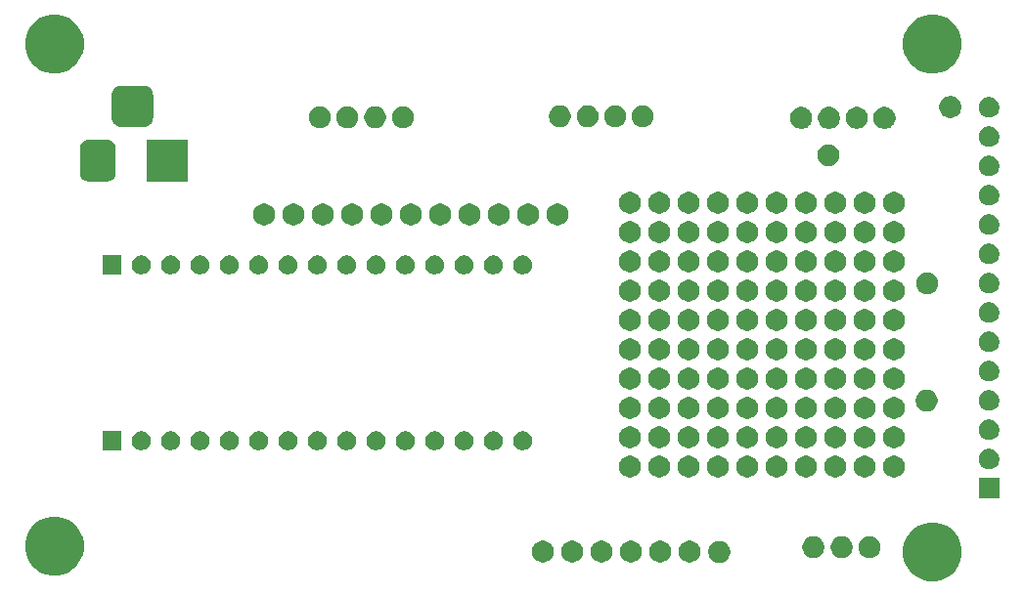
<source format=gbr>
G04 #@! TF.GenerationSoftware,KiCad,Pcbnew,5.1.5+dfsg1-2build2*
G04 #@! TF.CreationDate,2020-10-29T23:22:33-07:00*
G04 #@! TF.ProjectId,Tapper,54617070-6572-42e6-9b69-6361645f7063,rev?*
G04 #@! TF.SameCoordinates,Original*
G04 #@! TF.FileFunction,Soldermask,Top*
G04 #@! TF.FilePolarity,Negative*
%FSLAX46Y46*%
G04 Gerber Fmt 4.6, Leading zero omitted, Abs format (unit mm)*
G04 Created by KiCad (PCBNEW 5.1.5+dfsg1-2build2) date 2020-10-29 23:22:33*
%MOMM*%
%LPD*%
G04 APERTURE LIST*
%ADD10C,0.100000*%
G04 APERTURE END LIST*
D10*
G36*
X226244098Y-91547033D02*
G01*
X226708350Y-91739332D01*
X226708352Y-91739333D01*
X227126168Y-92018509D01*
X227481491Y-92373832D01*
X227736782Y-92755902D01*
X227760668Y-92791650D01*
X227952967Y-93255902D01*
X228051000Y-93748747D01*
X228051000Y-94251253D01*
X227952967Y-94744098D01*
X227794709Y-95126167D01*
X227760667Y-95208352D01*
X227481491Y-95626168D01*
X227126168Y-95981491D01*
X226708352Y-96260667D01*
X226708351Y-96260668D01*
X226708350Y-96260668D01*
X226244098Y-96452967D01*
X225751253Y-96551000D01*
X225248747Y-96551000D01*
X224755902Y-96452967D01*
X224291650Y-96260668D01*
X224291649Y-96260668D01*
X224291648Y-96260667D01*
X223873832Y-95981491D01*
X223518509Y-95626168D01*
X223239333Y-95208352D01*
X223205291Y-95126167D01*
X223047033Y-94744098D01*
X222949000Y-94251253D01*
X222949000Y-93748747D01*
X223047033Y-93255902D01*
X223239332Y-92791650D01*
X223263218Y-92755902D01*
X223518509Y-92373832D01*
X223873832Y-92018509D01*
X224291648Y-91739333D01*
X224291650Y-91739332D01*
X224755902Y-91547033D01*
X225248747Y-91449000D01*
X225751253Y-91449000D01*
X226244098Y-91547033D01*
G37*
G36*
X150244098Y-91047033D02*
G01*
X150708350Y-91239332D01*
X150708352Y-91239333D01*
X151126168Y-91518509D01*
X151481491Y-91873832D01*
X151578161Y-92018509D01*
X151760668Y-92291650D01*
X151952967Y-92755902D01*
X152051000Y-93248747D01*
X152051000Y-93751253D01*
X151952967Y-94244098D01*
X151760668Y-94708350D01*
X151760667Y-94708352D01*
X151481491Y-95126168D01*
X151126168Y-95481491D01*
X150708352Y-95760667D01*
X150708351Y-95760668D01*
X150708350Y-95760668D01*
X150244098Y-95952967D01*
X149751253Y-96051000D01*
X149248747Y-96051000D01*
X148755902Y-95952967D01*
X148291650Y-95760668D01*
X148291649Y-95760668D01*
X148291648Y-95760667D01*
X147873832Y-95481491D01*
X147518509Y-95126168D01*
X147239333Y-94708352D01*
X147239332Y-94708350D01*
X147047033Y-94244098D01*
X146949000Y-93751253D01*
X146949000Y-93248747D01*
X147047033Y-92755902D01*
X147239332Y-92291650D01*
X147421839Y-92018509D01*
X147518509Y-91873832D01*
X147873832Y-91518509D01*
X148291648Y-91239333D01*
X148291650Y-91239332D01*
X148755902Y-91047033D01*
X149248747Y-90949000D01*
X149751253Y-90949000D01*
X150244098Y-91047033D01*
G37*
G36*
X207327395Y-93085546D02*
G01*
X207500466Y-93157234D01*
X207500467Y-93157235D01*
X207656227Y-93261310D01*
X207788690Y-93393773D01*
X207788691Y-93393775D01*
X207892766Y-93549534D01*
X207964454Y-93722605D01*
X208001000Y-93906333D01*
X208001000Y-94093667D01*
X207964454Y-94277395D01*
X207892766Y-94450466D01*
X207841081Y-94527818D01*
X207788690Y-94606227D01*
X207656227Y-94738690D01*
X207577818Y-94791081D01*
X207500466Y-94842766D01*
X207327395Y-94914454D01*
X207143667Y-94951000D01*
X206956333Y-94951000D01*
X206772605Y-94914454D01*
X206599534Y-94842766D01*
X206522182Y-94791081D01*
X206443773Y-94738690D01*
X206311310Y-94606227D01*
X206258919Y-94527818D01*
X206207234Y-94450466D01*
X206135546Y-94277395D01*
X206099000Y-94093667D01*
X206099000Y-93906333D01*
X206135546Y-93722605D01*
X206207234Y-93549534D01*
X206311309Y-93393775D01*
X206311310Y-93393773D01*
X206443773Y-93261310D01*
X206599533Y-93157235D01*
X206599534Y-93157234D01*
X206772605Y-93085546D01*
X206956333Y-93049000D01*
X207143667Y-93049000D01*
X207327395Y-93085546D01*
G37*
G36*
X199667395Y-93065546D02*
G01*
X199840466Y-93137234D01*
X199917818Y-93188919D01*
X199996227Y-93241310D01*
X200128690Y-93373773D01*
X200142055Y-93393775D01*
X200232766Y-93529534D01*
X200304454Y-93702605D01*
X200341000Y-93886333D01*
X200341000Y-94073667D01*
X200304454Y-94257395D01*
X200232766Y-94430466D01*
X200181081Y-94507818D01*
X200128690Y-94586227D01*
X199996227Y-94718690D01*
X199917818Y-94771081D01*
X199840466Y-94822766D01*
X199667395Y-94894454D01*
X199483667Y-94931000D01*
X199296333Y-94931000D01*
X199112605Y-94894454D01*
X198939534Y-94822766D01*
X198862182Y-94771081D01*
X198783773Y-94718690D01*
X198651310Y-94586227D01*
X198598919Y-94507818D01*
X198547234Y-94430466D01*
X198475546Y-94257395D01*
X198439000Y-94073667D01*
X198439000Y-93886333D01*
X198475546Y-93702605D01*
X198547234Y-93529534D01*
X198637945Y-93393775D01*
X198651310Y-93373773D01*
X198783773Y-93241310D01*
X198862182Y-93188919D01*
X198939534Y-93137234D01*
X199112605Y-93065546D01*
X199296333Y-93029000D01*
X199483667Y-93029000D01*
X199667395Y-93065546D01*
G37*
G36*
X197127395Y-93065546D02*
G01*
X197300466Y-93137234D01*
X197377818Y-93188919D01*
X197456227Y-93241310D01*
X197588690Y-93373773D01*
X197602055Y-93393775D01*
X197692766Y-93529534D01*
X197764454Y-93702605D01*
X197801000Y-93886333D01*
X197801000Y-94073667D01*
X197764454Y-94257395D01*
X197692766Y-94430466D01*
X197641081Y-94507818D01*
X197588690Y-94586227D01*
X197456227Y-94718690D01*
X197377818Y-94771081D01*
X197300466Y-94822766D01*
X197127395Y-94894454D01*
X196943667Y-94931000D01*
X196756333Y-94931000D01*
X196572605Y-94894454D01*
X196399534Y-94822766D01*
X196322182Y-94771081D01*
X196243773Y-94718690D01*
X196111310Y-94586227D01*
X196058919Y-94507818D01*
X196007234Y-94430466D01*
X195935546Y-94257395D01*
X195899000Y-94073667D01*
X195899000Y-93886333D01*
X195935546Y-93702605D01*
X196007234Y-93529534D01*
X196097945Y-93393775D01*
X196111310Y-93373773D01*
X196243773Y-93241310D01*
X196322182Y-93188919D01*
X196399534Y-93137234D01*
X196572605Y-93065546D01*
X196756333Y-93029000D01*
X196943667Y-93029000D01*
X197127395Y-93065546D01*
G37*
G36*
X194587395Y-93065546D02*
G01*
X194760466Y-93137234D01*
X194837818Y-93188919D01*
X194916227Y-93241310D01*
X195048690Y-93373773D01*
X195062055Y-93393775D01*
X195152766Y-93529534D01*
X195224454Y-93702605D01*
X195261000Y-93886333D01*
X195261000Y-94073667D01*
X195224454Y-94257395D01*
X195152766Y-94430466D01*
X195101081Y-94507818D01*
X195048690Y-94586227D01*
X194916227Y-94718690D01*
X194837818Y-94771081D01*
X194760466Y-94822766D01*
X194587395Y-94894454D01*
X194403667Y-94931000D01*
X194216333Y-94931000D01*
X194032605Y-94894454D01*
X193859534Y-94822766D01*
X193782182Y-94771081D01*
X193703773Y-94718690D01*
X193571310Y-94586227D01*
X193518919Y-94507818D01*
X193467234Y-94430466D01*
X193395546Y-94257395D01*
X193359000Y-94073667D01*
X193359000Y-93886333D01*
X193395546Y-93702605D01*
X193467234Y-93529534D01*
X193557945Y-93393775D01*
X193571310Y-93373773D01*
X193703773Y-93241310D01*
X193782182Y-93188919D01*
X193859534Y-93137234D01*
X194032605Y-93065546D01*
X194216333Y-93029000D01*
X194403667Y-93029000D01*
X194587395Y-93065546D01*
G37*
G36*
X204747395Y-93065546D02*
G01*
X204920466Y-93137234D01*
X204997818Y-93188919D01*
X205076227Y-93241310D01*
X205208690Y-93373773D01*
X205222055Y-93393775D01*
X205312766Y-93529534D01*
X205384454Y-93702605D01*
X205421000Y-93886333D01*
X205421000Y-94073667D01*
X205384454Y-94257395D01*
X205312766Y-94430466D01*
X205261081Y-94507818D01*
X205208690Y-94586227D01*
X205076227Y-94718690D01*
X204997818Y-94771081D01*
X204920466Y-94822766D01*
X204747395Y-94894454D01*
X204563667Y-94931000D01*
X204376333Y-94931000D01*
X204192605Y-94894454D01*
X204019534Y-94822766D01*
X203942182Y-94771081D01*
X203863773Y-94718690D01*
X203731310Y-94586227D01*
X203678919Y-94507818D01*
X203627234Y-94430466D01*
X203555546Y-94257395D01*
X203519000Y-94073667D01*
X203519000Y-93886333D01*
X203555546Y-93702605D01*
X203627234Y-93529534D01*
X203717945Y-93393775D01*
X203731310Y-93373773D01*
X203863773Y-93241310D01*
X203942182Y-93188919D01*
X204019534Y-93137234D01*
X204192605Y-93065546D01*
X204376333Y-93029000D01*
X204563667Y-93029000D01*
X204747395Y-93065546D01*
G37*
G36*
X202207395Y-93065546D02*
G01*
X202380466Y-93137234D01*
X202457818Y-93188919D01*
X202536227Y-93241310D01*
X202668690Y-93373773D01*
X202682055Y-93393775D01*
X202772766Y-93529534D01*
X202844454Y-93702605D01*
X202881000Y-93886333D01*
X202881000Y-94073667D01*
X202844454Y-94257395D01*
X202772766Y-94430466D01*
X202721081Y-94507818D01*
X202668690Y-94586227D01*
X202536227Y-94718690D01*
X202457818Y-94771081D01*
X202380466Y-94822766D01*
X202207395Y-94894454D01*
X202023667Y-94931000D01*
X201836333Y-94931000D01*
X201652605Y-94894454D01*
X201479534Y-94822766D01*
X201402182Y-94771081D01*
X201323773Y-94718690D01*
X201191310Y-94586227D01*
X201138919Y-94507818D01*
X201087234Y-94430466D01*
X201015546Y-94257395D01*
X200979000Y-94073667D01*
X200979000Y-93886333D01*
X201015546Y-93702605D01*
X201087234Y-93529534D01*
X201177945Y-93393775D01*
X201191310Y-93373773D01*
X201323773Y-93241310D01*
X201402182Y-93188919D01*
X201479534Y-93137234D01*
X201652605Y-93065546D01*
X201836333Y-93029000D01*
X202023667Y-93029000D01*
X202207395Y-93065546D01*
G37*
G36*
X192047395Y-93065546D02*
G01*
X192220466Y-93137234D01*
X192297818Y-93188919D01*
X192376227Y-93241310D01*
X192508690Y-93373773D01*
X192522055Y-93393775D01*
X192612766Y-93529534D01*
X192684454Y-93702605D01*
X192721000Y-93886333D01*
X192721000Y-94073667D01*
X192684454Y-94257395D01*
X192612766Y-94430466D01*
X192561081Y-94507818D01*
X192508690Y-94586227D01*
X192376227Y-94718690D01*
X192297818Y-94771081D01*
X192220466Y-94822766D01*
X192047395Y-94894454D01*
X191863667Y-94931000D01*
X191676333Y-94931000D01*
X191492605Y-94894454D01*
X191319534Y-94822766D01*
X191242182Y-94771081D01*
X191163773Y-94718690D01*
X191031310Y-94586227D01*
X190978919Y-94507818D01*
X190927234Y-94430466D01*
X190855546Y-94257395D01*
X190819000Y-94073667D01*
X190819000Y-93886333D01*
X190855546Y-93702605D01*
X190927234Y-93529534D01*
X191017945Y-93393775D01*
X191031310Y-93373773D01*
X191163773Y-93241310D01*
X191242182Y-93188919D01*
X191319534Y-93137234D01*
X191492605Y-93065546D01*
X191676333Y-93029000D01*
X191863667Y-93029000D01*
X192047395Y-93065546D01*
G37*
G36*
X220327395Y-92685546D02*
G01*
X220500466Y-92757234D01*
X220500467Y-92757235D01*
X220656227Y-92861310D01*
X220788690Y-92993773D01*
X220788691Y-92993775D01*
X220892766Y-93149534D01*
X220964454Y-93322605D01*
X221001000Y-93506333D01*
X221001000Y-93693667D01*
X220964454Y-93877395D01*
X220892766Y-94050466D01*
X220863901Y-94093665D01*
X220788690Y-94206227D01*
X220656227Y-94338690D01*
X220577818Y-94391081D01*
X220500466Y-94442766D01*
X220327395Y-94514454D01*
X220143667Y-94551000D01*
X219956333Y-94551000D01*
X219772605Y-94514454D01*
X219599534Y-94442766D01*
X219522182Y-94391081D01*
X219443773Y-94338690D01*
X219311310Y-94206227D01*
X219236099Y-94093665D01*
X219207234Y-94050466D01*
X219135546Y-93877395D01*
X219099000Y-93693667D01*
X219099000Y-93506333D01*
X219135546Y-93322605D01*
X219207234Y-93149534D01*
X219311309Y-92993775D01*
X219311310Y-92993773D01*
X219443773Y-92861310D01*
X219599533Y-92757235D01*
X219599534Y-92757234D01*
X219772605Y-92685546D01*
X219956333Y-92649000D01*
X220143667Y-92649000D01*
X220327395Y-92685546D01*
G37*
G36*
X217927395Y-92685546D02*
G01*
X218100466Y-92757234D01*
X218100467Y-92757235D01*
X218256227Y-92861310D01*
X218388690Y-92993773D01*
X218388691Y-92993775D01*
X218492766Y-93149534D01*
X218564454Y-93322605D01*
X218601000Y-93506333D01*
X218601000Y-93693667D01*
X218564454Y-93877395D01*
X218492766Y-94050466D01*
X218463901Y-94093665D01*
X218388690Y-94206227D01*
X218256227Y-94338690D01*
X218177818Y-94391081D01*
X218100466Y-94442766D01*
X217927395Y-94514454D01*
X217743667Y-94551000D01*
X217556333Y-94551000D01*
X217372605Y-94514454D01*
X217199534Y-94442766D01*
X217122182Y-94391081D01*
X217043773Y-94338690D01*
X216911310Y-94206227D01*
X216836099Y-94093665D01*
X216807234Y-94050466D01*
X216735546Y-93877395D01*
X216699000Y-93693667D01*
X216699000Y-93506333D01*
X216735546Y-93322605D01*
X216807234Y-93149534D01*
X216911309Y-92993775D01*
X216911310Y-92993773D01*
X217043773Y-92861310D01*
X217199533Y-92757235D01*
X217199534Y-92757234D01*
X217372605Y-92685546D01*
X217556333Y-92649000D01*
X217743667Y-92649000D01*
X217927395Y-92685546D01*
G37*
G36*
X215477395Y-92685546D02*
G01*
X215650466Y-92757234D01*
X215650467Y-92757235D01*
X215806227Y-92861310D01*
X215938690Y-92993773D01*
X215938691Y-92993775D01*
X216042766Y-93149534D01*
X216114454Y-93322605D01*
X216151000Y-93506333D01*
X216151000Y-93693667D01*
X216114454Y-93877395D01*
X216042766Y-94050466D01*
X216013901Y-94093665D01*
X215938690Y-94206227D01*
X215806227Y-94338690D01*
X215727818Y-94391081D01*
X215650466Y-94442766D01*
X215477395Y-94514454D01*
X215293667Y-94551000D01*
X215106333Y-94551000D01*
X214922605Y-94514454D01*
X214749534Y-94442766D01*
X214672182Y-94391081D01*
X214593773Y-94338690D01*
X214461310Y-94206227D01*
X214386099Y-94093665D01*
X214357234Y-94050466D01*
X214285546Y-93877395D01*
X214249000Y-93693667D01*
X214249000Y-93506333D01*
X214285546Y-93322605D01*
X214357234Y-93149534D01*
X214461309Y-92993775D01*
X214461310Y-92993773D01*
X214593773Y-92861310D01*
X214749533Y-92757235D01*
X214749534Y-92757234D01*
X214922605Y-92685546D01*
X215106333Y-92649000D01*
X215293667Y-92649000D01*
X215477395Y-92685546D01*
G37*
G36*
X231301000Y-89401000D02*
G01*
X229499000Y-89401000D01*
X229499000Y-87599000D01*
X231301000Y-87599000D01*
X231301000Y-89401000D01*
G37*
G36*
X199577395Y-85695546D02*
G01*
X199750466Y-85767234D01*
X199750467Y-85767235D01*
X199906227Y-85871310D01*
X200038690Y-86003773D01*
X200068737Y-86048742D01*
X200142766Y-86159534D01*
X200214454Y-86332605D01*
X200251000Y-86516333D01*
X200251000Y-86703667D01*
X200214454Y-86887395D01*
X200142766Y-87060466D01*
X200142765Y-87060467D01*
X200038690Y-87216227D01*
X199906227Y-87348690D01*
X199827818Y-87401081D01*
X199750466Y-87452766D01*
X199577395Y-87524454D01*
X199393667Y-87561000D01*
X199206333Y-87561000D01*
X199022605Y-87524454D01*
X198849534Y-87452766D01*
X198772182Y-87401081D01*
X198693773Y-87348690D01*
X198561310Y-87216227D01*
X198457235Y-87060467D01*
X198457234Y-87060466D01*
X198385546Y-86887395D01*
X198349000Y-86703667D01*
X198349000Y-86516333D01*
X198385546Y-86332605D01*
X198457234Y-86159534D01*
X198531263Y-86048742D01*
X198561310Y-86003773D01*
X198693773Y-85871310D01*
X198849533Y-85767235D01*
X198849534Y-85767234D01*
X199022605Y-85695546D01*
X199206333Y-85659000D01*
X199393667Y-85659000D01*
X199577395Y-85695546D01*
G37*
G36*
X212277395Y-85695546D02*
G01*
X212450466Y-85767234D01*
X212450467Y-85767235D01*
X212606227Y-85871310D01*
X212738690Y-86003773D01*
X212768737Y-86048742D01*
X212842766Y-86159534D01*
X212914454Y-86332605D01*
X212951000Y-86516333D01*
X212951000Y-86703667D01*
X212914454Y-86887395D01*
X212842766Y-87060466D01*
X212842765Y-87060467D01*
X212738690Y-87216227D01*
X212606227Y-87348690D01*
X212527818Y-87401081D01*
X212450466Y-87452766D01*
X212277395Y-87524454D01*
X212093667Y-87561000D01*
X211906333Y-87561000D01*
X211722605Y-87524454D01*
X211549534Y-87452766D01*
X211472182Y-87401081D01*
X211393773Y-87348690D01*
X211261310Y-87216227D01*
X211157235Y-87060467D01*
X211157234Y-87060466D01*
X211085546Y-86887395D01*
X211049000Y-86703667D01*
X211049000Y-86516333D01*
X211085546Y-86332605D01*
X211157234Y-86159534D01*
X211231263Y-86048742D01*
X211261310Y-86003773D01*
X211393773Y-85871310D01*
X211549533Y-85767235D01*
X211549534Y-85767234D01*
X211722605Y-85695546D01*
X211906333Y-85659000D01*
X212093667Y-85659000D01*
X212277395Y-85695546D01*
G37*
G36*
X209737395Y-85695546D02*
G01*
X209910466Y-85767234D01*
X209910467Y-85767235D01*
X210066227Y-85871310D01*
X210198690Y-86003773D01*
X210228737Y-86048742D01*
X210302766Y-86159534D01*
X210374454Y-86332605D01*
X210411000Y-86516333D01*
X210411000Y-86703667D01*
X210374454Y-86887395D01*
X210302766Y-87060466D01*
X210302765Y-87060467D01*
X210198690Y-87216227D01*
X210066227Y-87348690D01*
X209987818Y-87401081D01*
X209910466Y-87452766D01*
X209737395Y-87524454D01*
X209553667Y-87561000D01*
X209366333Y-87561000D01*
X209182605Y-87524454D01*
X209009534Y-87452766D01*
X208932182Y-87401081D01*
X208853773Y-87348690D01*
X208721310Y-87216227D01*
X208617235Y-87060467D01*
X208617234Y-87060466D01*
X208545546Y-86887395D01*
X208509000Y-86703667D01*
X208509000Y-86516333D01*
X208545546Y-86332605D01*
X208617234Y-86159534D01*
X208691263Y-86048742D01*
X208721310Y-86003773D01*
X208853773Y-85871310D01*
X209009533Y-85767235D01*
X209009534Y-85767234D01*
X209182605Y-85695546D01*
X209366333Y-85659000D01*
X209553667Y-85659000D01*
X209737395Y-85695546D01*
G37*
G36*
X207197395Y-85695546D02*
G01*
X207370466Y-85767234D01*
X207370467Y-85767235D01*
X207526227Y-85871310D01*
X207658690Y-86003773D01*
X207688737Y-86048742D01*
X207762766Y-86159534D01*
X207834454Y-86332605D01*
X207871000Y-86516333D01*
X207871000Y-86703667D01*
X207834454Y-86887395D01*
X207762766Y-87060466D01*
X207762765Y-87060467D01*
X207658690Y-87216227D01*
X207526227Y-87348690D01*
X207447818Y-87401081D01*
X207370466Y-87452766D01*
X207197395Y-87524454D01*
X207013667Y-87561000D01*
X206826333Y-87561000D01*
X206642605Y-87524454D01*
X206469534Y-87452766D01*
X206392182Y-87401081D01*
X206313773Y-87348690D01*
X206181310Y-87216227D01*
X206077235Y-87060467D01*
X206077234Y-87060466D01*
X206005546Y-86887395D01*
X205969000Y-86703667D01*
X205969000Y-86516333D01*
X206005546Y-86332605D01*
X206077234Y-86159534D01*
X206151263Y-86048742D01*
X206181310Y-86003773D01*
X206313773Y-85871310D01*
X206469533Y-85767235D01*
X206469534Y-85767234D01*
X206642605Y-85695546D01*
X206826333Y-85659000D01*
X207013667Y-85659000D01*
X207197395Y-85695546D01*
G37*
G36*
X204657395Y-85695546D02*
G01*
X204830466Y-85767234D01*
X204830467Y-85767235D01*
X204986227Y-85871310D01*
X205118690Y-86003773D01*
X205148737Y-86048742D01*
X205222766Y-86159534D01*
X205294454Y-86332605D01*
X205331000Y-86516333D01*
X205331000Y-86703667D01*
X205294454Y-86887395D01*
X205222766Y-87060466D01*
X205222765Y-87060467D01*
X205118690Y-87216227D01*
X204986227Y-87348690D01*
X204907818Y-87401081D01*
X204830466Y-87452766D01*
X204657395Y-87524454D01*
X204473667Y-87561000D01*
X204286333Y-87561000D01*
X204102605Y-87524454D01*
X203929534Y-87452766D01*
X203852182Y-87401081D01*
X203773773Y-87348690D01*
X203641310Y-87216227D01*
X203537235Y-87060467D01*
X203537234Y-87060466D01*
X203465546Y-86887395D01*
X203429000Y-86703667D01*
X203429000Y-86516333D01*
X203465546Y-86332605D01*
X203537234Y-86159534D01*
X203611263Y-86048742D01*
X203641310Y-86003773D01*
X203773773Y-85871310D01*
X203929533Y-85767235D01*
X203929534Y-85767234D01*
X204102605Y-85695546D01*
X204286333Y-85659000D01*
X204473667Y-85659000D01*
X204657395Y-85695546D01*
G37*
G36*
X202117395Y-85695546D02*
G01*
X202290466Y-85767234D01*
X202290467Y-85767235D01*
X202446227Y-85871310D01*
X202578690Y-86003773D01*
X202608737Y-86048742D01*
X202682766Y-86159534D01*
X202754454Y-86332605D01*
X202791000Y-86516333D01*
X202791000Y-86703667D01*
X202754454Y-86887395D01*
X202682766Y-87060466D01*
X202682765Y-87060467D01*
X202578690Y-87216227D01*
X202446227Y-87348690D01*
X202367818Y-87401081D01*
X202290466Y-87452766D01*
X202117395Y-87524454D01*
X201933667Y-87561000D01*
X201746333Y-87561000D01*
X201562605Y-87524454D01*
X201389534Y-87452766D01*
X201312182Y-87401081D01*
X201233773Y-87348690D01*
X201101310Y-87216227D01*
X200997235Y-87060467D01*
X200997234Y-87060466D01*
X200925546Y-86887395D01*
X200889000Y-86703667D01*
X200889000Y-86516333D01*
X200925546Y-86332605D01*
X200997234Y-86159534D01*
X201071263Y-86048742D01*
X201101310Y-86003773D01*
X201233773Y-85871310D01*
X201389533Y-85767235D01*
X201389534Y-85767234D01*
X201562605Y-85695546D01*
X201746333Y-85659000D01*
X201933667Y-85659000D01*
X202117395Y-85695546D01*
G37*
G36*
X222437395Y-85695546D02*
G01*
X222610466Y-85767234D01*
X222610467Y-85767235D01*
X222766227Y-85871310D01*
X222898690Y-86003773D01*
X222928737Y-86048742D01*
X223002766Y-86159534D01*
X223074454Y-86332605D01*
X223111000Y-86516333D01*
X223111000Y-86703667D01*
X223074454Y-86887395D01*
X223002766Y-87060466D01*
X223002765Y-87060467D01*
X222898690Y-87216227D01*
X222766227Y-87348690D01*
X222687818Y-87401081D01*
X222610466Y-87452766D01*
X222437395Y-87524454D01*
X222253667Y-87561000D01*
X222066333Y-87561000D01*
X221882605Y-87524454D01*
X221709534Y-87452766D01*
X221632182Y-87401081D01*
X221553773Y-87348690D01*
X221421310Y-87216227D01*
X221317235Y-87060467D01*
X221317234Y-87060466D01*
X221245546Y-86887395D01*
X221209000Y-86703667D01*
X221209000Y-86516333D01*
X221245546Y-86332605D01*
X221317234Y-86159534D01*
X221391263Y-86048742D01*
X221421310Y-86003773D01*
X221553773Y-85871310D01*
X221709533Y-85767235D01*
X221709534Y-85767234D01*
X221882605Y-85695546D01*
X222066333Y-85659000D01*
X222253667Y-85659000D01*
X222437395Y-85695546D01*
G37*
G36*
X219897395Y-85695546D02*
G01*
X220070466Y-85767234D01*
X220070467Y-85767235D01*
X220226227Y-85871310D01*
X220358690Y-86003773D01*
X220388737Y-86048742D01*
X220462766Y-86159534D01*
X220534454Y-86332605D01*
X220571000Y-86516333D01*
X220571000Y-86703667D01*
X220534454Y-86887395D01*
X220462766Y-87060466D01*
X220462765Y-87060467D01*
X220358690Y-87216227D01*
X220226227Y-87348690D01*
X220147818Y-87401081D01*
X220070466Y-87452766D01*
X219897395Y-87524454D01*
X219713667Y-87561000D01*
X219526333Y-87561000D01*
X219342605Y-87524454D01*
X219169534Y-87452766D01*
X219092182Y-87401081D01*
X219013773Y-87348690D01*
X218881310Y-87216227D01*
X218777235Y-87060467D01*
X218777234Y-87060466D01*
X218705546Y-86887395D01*
X218669000Y-86703667D01*
X218669000Y-86516333D01*
X218705546Y-86332605D01*
X218777234Y-86159534D01*
X218851263Y-86048742D01*
X218881310Y-86003773D01*
X219013773Y-85871310D01*
X219169533Y-85767235D01*
X219169534Y-85767234D01*
X219342605Y-85695546D01*
X219526333Y-85659000D01*
X219713667Y-85659000D01*
X219897395Y-85695546D01*
G37*
G36*
X214817395Y-85695546D02*
G01*
X214990466Y-85767234D01*
X214990467Y-85767235D01*
X215146227Y-85871310D01*
X215278690Y-86003773D01*
X215308737Y-86048742D01*
X215382766Y-86159534D01*
X215454454Y-86332605D01*
X215491000Y-86516333D01*
X215491000Y-86703667D01*
X215454454Y-86887395D01*
X215382766Y-87060466D01*
X215382765Y-87060467D01*
X215278690Y-87216227D01*
X215146227Y-87348690D01*
X215067818Y-87401081D01*
X214990466Y-87452766D01*
X214817395Y-87524454D01*
X214633667Y-87561000D01*
X214446333Y-87561000D01*
X214262605Y-87524454D01*
X214089534Y-87452766D01*
X214012182Y-87401081D01*
X213933773Y-87348690D01*
X213801310Y-87216227D01*
X213697235Y-87060467D01*
X213697234Y-87060466D01*
X213625546Y-86887395D01*
X213589000Y-86703667D01*
X213589000Y-86516333D01*
X213625546Y-86332605D01*
X213697234Y-86159534D01*
X213771263Y-86048742D01*
X213801310Y-86003773D01*
X213933773Y-85871310D01*
X214089533Y-85767235D01*
X214089534Y-85767234D01*
X214262605Y-85695546D01*
X214446333Y-85659000D01*
X214633667Y-85659000D01*
X214817395Y-85695546D01*
G37*
G36*
X217357395Y-85695546D02*
G01*
X217530466Y-85767234D01*
X217530467Y-85767235D01*
X217686227Y-85871310D01*
X217818690Y-86003773D01*
X217848737Y-86048742D01*
X217922766Y-86159534D01*
X217994454Y-86332605D01*
X218031000Y-86516333D01*
X218031000Y-86703667D01*
X217994454Y-86887395D01*
X217922766Y-87060466D01*
X217922765Y-87060467D01*
X217818690Y-87216227D01*
X217686227Y-87348690D01*
X217607818Y-87401081D01*
X217530466Y-87452766D01*
X217357395Y-87524454D01*
X217173667Y-87561000D01*
X216986333Y-87561000D01*
X216802605Y-87524454D01*
X216629534Y-87452766D01*
X216552182Y-87401081D01*
X216473773Y-87348690D01*
X216341310Y-87216227D01*
X216237235Y-87060467D01*
X216237234Y-87060466D01*
X216165546Y-86887395D01*
X216129000Y-86703667D01*
X216129000Y-86516333D01*
X216165546Y-86332605D01*
X216237234Y-86159534D01*
X216311263Y-86048742D01*
X216341310Y-86003773D01*
X216473773Y-85871310D01*
X216629533Y-85767235D01*
X216629534Y-85767234D01*
X216802605Y-85695546D01*
X216986333Y-85659000D01*
X217173667Y-85659000D01*
X217357395Y-85695546D01*
G37*
G36*
X230513512Y-85063927D02*
G01*
X230662812Y-85093624D01*
X230826784Y-85161544D01*
X230974354Y-85260147D01*
X231099853Y-85385646D01*
X231198456Y-85533216D01*
X231266376Y-85697188D01*
X231301000Y-85871259D01*
X231301000Y-86048741D01*
X231266376Y-86222812D01*
X231198456Y-86386784D01*
X231099853Y-86534354D01*
X230974354Y-86659853D01*
X230826784Y-86758456D01*
X230662812Y-86826376D01*
X230513512Y-86856073D01*
X230488742Y-86861000D01*
X230311258Y-86861000D01*
X230286488Y-86856073D01*
X230137188Y-86826376D01*
X229973216Y-86758456D01*
X229825646Y-86659853D01*
X229700147Y-86534354D01*
X229601544Y-86386784D01*
X229533624Y-86222812D01*
X229499000Y-86048741D01*
X229499000Y-85871259D01*
X229533624Y-85697188D01*
X229601544Y-85533216D01*
X229700147Y-85385646D01*
X229825646Y-85260147D01*
X229973216Y-85161544D01*
X230137188Y-85093624D01*
X230286488Y-85063927D01*
X230311258Y-85059000D01*
X230488742Y-85059000D01*
X230513512Y-85063927D01*
G37*
G36*
X187728017Y-83585358D02*
G01*
X187876521Y-83646870D01*
X187876522Y-83646871D01*
X188010167Y-83736169D01*
X188123831Y-83849833D01*
X188190804Y-83950067D01*
X188213130Y-83983479D01*
X188274642Y-84131983D01*
X188306000Y-84289630D01*
X188306000Y-84450370D01*
X188274642Y-84608017D01*
X188246389Y-84676225D01*
X188213130Y-84756521D01*
X188213129Y-84756522D01*
X188123831Y-84890167D01*
X188010167Y-85003831D01*
X187927600Y-85059000D01*
X187876521Y-85093130D01*
X187802270Y-85123885D01*
X187728017Y-85154642D01*
X187570370Y-85186000D01*
X187409630Y-85186000D01*
X187251983Y-85154642D01*
X187177730Y-85123885D01*
X187103479Y-85093130D01*
X187052400Y-85059000D01*
X186969833Y-85003831D01*
X186856169Y-84890167D01*
X186766871Y-84756522D01*
X186766870Y-84756521D01*
X186733611Y-84676225D01*
X186705358Y-84608017D01*
X186674000Y-84450370D01*
X186674000Y-84289630D01*
X186705358Y-84131983D01*
X186766870Y-83983479D01*
X186789196Y-83950067D01*
X186856169Y-83849833D01*
X186969833Y-83736169D01*
X187103478Y-83646871D01*
X187103479Y-83646870D01*
X187251983Y-83585358D01*
X187409630Y-83554000D01*
X187570370Y-83554000D01*
X187728017Y-83585358D01*
G37*
G36*
X157248017Y-83585358D02*
G01*
X157396521Y-83646870D01*
X157396522Y-83646871D01*
X157530167Y-83736169D01*
X157643831Y-83849833D01*
X157710804Y-83950067D01*
X157733130Y-83983479D01*
X157794642Y-84131983D01*
X157826000Y-84289630D01*
X157826000Y-84450370D01*
X157794642Y-84608017D01*
X157766389Y-84676225D01*
X157733130Y-84756521D01*
X157733129Y-84756522D01*
X157643831Y-84890167D01*
X157530167Y-85003831D01*
X157447600Y-85059000D01*
X157396521Y-85093130D01*
X157322270Y-85123885D01*
X157248017Y-85154642D01*
X157090370Y-85186000D01*
X156929630Y-85186000D01*
X156771983Y-85154642D01*
X156697730Y-85123885D01*
X156623479Y-85093130D01*
X156572400Y-85059000D01*
X156489833Y-85003831D01*
X156376169Y-84890167D01*
X156286871Y-84756522D01*
X156286870Y-84756521D01*
X156253611Y-84676225D01*
X156225358Y-84608017D01*
X156194000Y-84450370D01*
X156194000Y-84289630D01*
X156225358Y-84131983D01*
X156286870Y-83983479D01*
X156309196Y-83950067D01*
X156376169Y-83849833D01*
X156489833Y-83736169D01*
X156623478Y-83646871D01*
X156623479Y-83646870D01*
X156771983Y-83585358D01*
X156929630Y-83554000D01*
X157090370Y-83554000D01*
X157248017Y-83585358D01*
G37*
G36*
X155286000Y-85186000D02*
G01*
X153654000Y-85186000D01*
X153654000Y-83554000D01*
X155286000Y-83554000D01*
X155286000Y-85186000D01*
G37*
G36*
X159788017Y-83585358D02*
G01*
X159936521Y-83646870D01*
X159936522Y-83646871D01*
X160070167Y-83736169D01*
X160183831Y-83849833D01*
X160250804Y-83950067D01*
X160273130Y-83983479D01*
X160334642Y-84131983D01*
X160366000Y-84289630D01*
X160366000Y-84450370D01*
X160334642Y-84608017D01*
X160306389Y-84676225D01*
X160273130Y-84756521D01*
X160273129Y-84756522D01*
X160183831Y-84890167D01*
X160070167Y-85003831D01*
X159987600Y-85059000D01*
X159936521Y-85093130D01*
X159862270Y-85123885D01*
X159788017Y-85154642D01*
X159630370Y-85186000D01*
X159469630Y-85186000D01*
X159311983Y-85154642D01*
X159237730Y-85123885D01*
X159163479Y-85093130D01*
X159112400Y-85059000D01*
X159029833Y-85003831D01*
X158916169Y-84890167D01*
X158826871Y-84756522D01*
X158826870Y-84756521D01*
X158793611Y-84676225D01*
X158765358Y-84608017D01*
X158734000Y-84450370D01*
X158734000Y-84289630D01*
X158765358Y-84131983D01*
X158826870Y-83983479D01*
X158849196Y-83950067D01*
X158916169Y-83849833D01*
X159029833Y-83736169D01*
X159163478Y-83646871D01*
X159163479Y-83646870D01*
X159311983Y-83585358D01*
X159469630Y-83554000D01*
X159630370Y-83554000D01*
X159788017Y-83585358D01*
G37*
G36*
X162328017Y-83585358D02*
G01*
X162476521Y-83646870D01*
X162476522Y-83646871D01*
X162610167Y-83736169D01*
X162723831Y-83849833D01*
X162790804Y-83950067D01*
X162813130Y-83983479D01*
X162874642Y-84131983D01*
X162906000Y-84289630D01*
X162906000Y-84450370D01*
X162874642Y-84608017D01*
X162846389Y-84676225D01*
X162813130Y-84756521D01*
X162813129Y-84756522D01*
X162723831Y-84890167D01*
X162610167Y-85003831D01*
X162527600Y-85059000D01*
X162476521Y-85093130D01*
X162402270Y-85123885D01*
X162328017Y-85154642D01*
X162170370Y-85186000D01*
X162009630Y-85186000D01*
X161851983Y-85154642D01*
X161777730Y-85123885D01*
X161703479Y-85093130D01*
X161652400Y-85059000D01*
X161569833Y-85003831D01*
X161456169Y-84890167D01*
X161366871Y-84756522D01*
X161366870Y-84756521D01*
X161333611Y-84676225D01*
X161305358Y-84608017D01*
X161274000Y-84450370D01*
X161274000Y-84289630D01*
X161305358Y-84131983D01*
X161366870Y-83983479D01*
X161389196Y-83950067D01*
X161456169Y-83849833D01*
X161569833Y-83736169D01*
X161703478Y-83646871D01*
X161703479Y-83646870D01*
X161851983Y-83585358D01*
X162009630Y-83554000D01*
X162170370Y-83554000D01*
X162328017Y-83585358D01*
G37*
G36*
X164868017Y-83585358D02*
G01*
X165016521Y-83646870D01*
X165016522Y-83646871D01*
X165150167Y-83736169D01*
X165263831Y-83849833D01*
X165330804Y-83950067D01*
X165353130Y-83983479D01*
X165414642Y-84131983D01*
X165446000Y-84289630D01*
X165446000Y-84450370D01*
X165414642Y-84608017D01*
X165386389Y-84676225D01*
X165353130Y-84756521D01*
X165353129Y-84756522D01*
X165263831Y-84890167D01*
X165150167Y-85003831D01*
X165067600Y-85059000D01*
X165016521Y-85093130D01*
X164942270Y-85123885D01*
X164868017Y-85154642D01*
X164710370Y-85186000D01*
X164549630Y-85186000D01*
X164391983Y-85154642D01*
X164317730Y-85123885D01*
X164243479Y-85093130D01*
X164192400Y-85059000D01*
X164109833Y-85003831D01*
X163996169Y-84890167D01*
X163906871Y-84756522D01*
X163906870Y-84756521D01*
X163873611Y-84676225D01*
X163845358Y-84608017D01*
X163814000Y-84450370D01*
X163814000Y-84289630D01*
X163845358Y-84131983D01*
X163906870Y-83983479D01*
X163929196Y-83950067D01*
X163996169Y-83849833D01*
X164109833Y-83736169D01*
X164243478Y-83646871D01*
X164243479Y-83646870D01*
X164391983Y-83585358D01*
X164549630Y-83554000D01*
X164710370Y-83554000D01*
X164868017Y-83585358D01*
G37*
G36*
X167408017Y-83585358D02*
G01*
X167556521Y-83646870D01*
X167556522Y-83646871D01*
X167690167Y-83736169D01*
X167803831Y-83849833D01*
X167870804Y-83950067D01*
X167893130Y-83983479D01*
X167954642Y-84131983D01*
X167986000Y-84289630D01*
X167986000Y-84450370D01*
X167954642Y-84608017D01*
X167926389Y-84676225D01*
X167893130Y-84756521D01*
X167893129Y-84756522D01*
X167803831Y-84890167D01*
X167690167Y-85003831D01*
X167607600Y-85059000D01*
X167556521Y-85093130D01*
X167482270Y-85123885D01*
X167408017Y-85154642D01*
X167250370Y-85186000D01*
X167089630Y-85186000D01*
X166931983Y-85154642D01*
X166857730Y-85123885D01*
X166783479Y-85093130D01*
X166732400Y-85059000D01*
X166649833Y-85003831D01*
X166536169Y-84890167D01*
X166446871Y-84756522D01*
X166446870Y-84756521D01*
X166413611Y-84676225D01*
X166385358Y-84608017D01*
X166354000Y-84450370D01*
X166354000Y-84289630D01*
X166385358Y-84131983D01*
X166446870Y-83983479D01*
X166469196Y-83950067D01*
X166536169Y-83849833D01*
X166649833Y-83736169D01*
X166783478Y-83646871D01*
X166783479Y-83646870D01*
X166931983Y-83585358D01*
X167089630Y-83554000D01*
X167250370Y-83554000D01*
X167408017Y-83585358D01*
G37*
G36*
X169948017Y-83585358D02*
G01*
X170096521Y-83646870D01*
X170096522Y-83646871D01*
X170230167Y-83736169D01*
X170343831Y-83849833D01*
X170410804Y-83950067D01*
X170433130Y-83983479D01*
X170494642Y-84131983D01*
X170526000Y-84289630D01*
X170526000Y-84450370D01*
X170494642Y-84608017D01*
X170466389Y-84676225D01*
X170433130Y-84756521D01*
X170433129Y-84756522D01*
X170343831Y-84890167D01*
X170230167Y-85003831D01*
X170147600Y-85059000D01*
X170096521Y-85093130D01*
X170022270Y-85123885D01*
X169948017Y-85154642D01*
X169790370Y-85186000D01*
X169629630Y-85186000D01*
X169471983Y-85154642D01*
X169397730Y-85123885D01*
X169323479Y-85093130D01*
X169272400Y-85059000D01*
X169189833Y-85003831D01*
X169076169Y-84890167D01*
X168986871Y-84756522D01*
X168986870Y-84756521D01*
X168953611Y-84676225D01*
X168925358Y-84608017D01*
X168894000Y-84450370D01*
X168894000Y-84289630D01*
X168925358Y-84131983D01*
X168986870Y-83983479D01*
X169009196Y-83950067D01*
X169076169Y-83849833D01*
X169189833Y-83736169D01*
X169323478Y-83646871D01*
X169323479Y-83646870D01*
X169471983Y-83585358D01*
X169629630Y-83554000D01*
X169790370Y-83554000D01*
X169948017Y-83585358D01*
G37*
G36*
X172488017Y-83585358D02*
G01*
X172636521Y-83646870D01*
X172636522Y-83646871D01*
X172770167Y-83736169D01*
X172883831Y-83849833D01*
X172950804Y-83950067D01*
X172973130Y-83983479D01*
X173034642Y-84131983D01*
X173066000Y-84289630D01*
X173066000Y-84450370D01*
X173034642Y-84608017D01*
X173006389Y-84676225D01*
X172973130Y-84756521D01*
X172973129Y-84756522D01*
X172883831Y-84890167D01*
X172770167Y-85003831D01*
X172687600Y-85059000D01*
X172636521Y-85093130D01*
X172562270Y-85123885D01*
X172488017Y-85154642D01*
X172330370Y-85186000D01*
X172169630Y-85186000D01*
X172011983Y-85154642D01*
X171937730Y-85123885D01*
X171863479Y-85093130D01*
X171812400Y-85059000D01*
X171729833Y-85003831D01*
X171616169Y-84890167D01*
X171526871Y-84756522D01*
X171526870Y-84756521D01*
X171493611Y-84676225D01*
X171465358Y-84608017D01*
X171434000Y-84450370D01*
X171434000Y-84289630D01*
X171465358Y-84131983D01*
X171526870Y-83983479D01*
X171549196Y-83950067D01*
X171616169Y-83849833D01*
X171729833Y-83736169D01*
X171863478Y-83646871D01*
X171863479Y-83646870D01*
X172011983Y-83585358D01*
X172169630Y-83554000D01*
X172330370Y-83554000D01*
X172488017Y-83585358D01*
G37*
G36*
X175028017Y-83585358D02*
G01*
X175176521Y-83646870D01*
X175176522Y-83646871D01*
X175310167Y-83736169D01*
X175423831Y-83849833D01*
X175490804Y-83950067D01*
X175513130Y-83983479D01*
X175574642Y-84131983D01*
X175606000Y-84289630D01*
X175606000Y-84450370D01*
X175574642Y-84608017D01*
X175546389Y-84676225D01*
X175513130Y-84756521D01*
X175513129Y-84756522D01*
X175423831Y-84890167D01*
X175310167Y-85003831D01*
X175227600Y-85059000D01*
X175176521Y-85093130D01*
X175102270Y-85123885D01*
X175028017Y-85154642D01*
X174870370Y-85186000D01*
X174709630Y-85186000D01*
X174551983Y-85154642D01*
X174477730Y-85123885D01*
X174403479Y-85093130D01*
X174352400Y-85059000D01*
X174269833Y-85003831D01*
X174156169Y-84890167D01*
X174066871Y-84756522D01*
X174066870Y-84756521D01*
X174033611Y-84676225D01*
X174005358Y-84608017D01*
X173974000Y-84450370D01*
X173974000Y-84289630D01*
X174005358Y-84131983D01*
X174066870Y-83983479D01*
X174089196Y-83950067D01*
X174156169Y-83849833D01*
X174269833Y-83736169D01*
X174403478Y-83646871D01*
X174403479Y-83646870D01*
X174551983Y-83585358D01*
X174709630Y-83554000D01*
X174870370Y-83554000D01*
X175028017Y-83585358D01*
G37*
G36*
X177568017Y-83585358D02*
G01*
X177716521Y-83646870D01*
X177716522Y-83646871D01*
X177850167Y-83736169D01*
X177963831Y-83849833D01*
X178030804Y-83950067D01*
X178053130Y-83983479D01*
X178114642Y-84131983D01*
X178146000Y-84289630D01*
X178146000Y-84450370D01*
X178114642Y-84608017D01*
X178086389Y-84676225D01*
X178053130Y-84756521D01*
X178053129Y-84756522D01*
X177963831Y-84890167D01*
X177850167Y-85003831D01*
X177767600Y-85059000D01*
X177716521Y-85093130D01*
X177642270Y-85123885D01*
X177568017Y-85154642D01*
X177410370Y-85186000D01*
X177249630Y-85186000D01*
X177091983Y-85154642D01*
X177017730Y-85123885D01*
X176943479Y-85093130D01*
X176892400Y-85059000D01*
X176809833Y-85003831D01*
X176696169Y-84890167D01*
X176606871Y-84756522D01*
X176606870Y-84756521D01*
X176573611Y-84676225D01*
X176545358Y-84608017D01*
X176514000Y-84450370D01*
X176514000Y-84289630D01*
X176545358Y-84131983D01*
X176606870Y-83983479D01*
X176629196Y-83950067D01*
X176696169Y-83849833D01*
X176809833Y-83736169D01*
X176943478Y-83646871D01*
X176943479Y-83646870D01*
X177091983Y-83585358D01*
X177249630Y-83554000D01*
X177410370Y-83554000D01*
X177568017Y-83585358D01*
G37*
G36*
X180108017Y-83585358D02*
G01*
X180256521Y-83646870D01*
X180256522Y-83646871D01*
X180390167Y-83736169D01*
X180503831Y-83849833D01*
X180570804Y-83950067D01*
X180593130Y-83983479D01*
X180654642Y-84131983D01*
X180686000Y-84289630D01*
X180686000Y-84450370D01*
X180654642Y-84608017D01*
X180626389Y-84676225D01*
X180593130Y-84756521D01*
X180593129Y-84756522D01*
X180503831Y-84890167D01*
X180390167Y-85003831D01*
X180307600Y-85059000D01*
X180256521Y-85093130D01*
X180182270Y-85123885D01*
X180108017Y-85154642D01*
X179950370Y-85186000D01*
X179789630Y-85186000D01*
X179631983Y-85154642D01*
X179557730Y-85123885D01*
X179483479Y-85093130D01*
X179432400Y-85059000D01*
X179349833Y-85003831D01*
X179236169Y-84890167D01*
X179146871Y-84756522D01*
X179146870Y-84756521D01*
X179113611Y-84676225D01*
X179085358Y-84608017D01*
X179054000Y-84450370D01*
X179054000Y-84289630D01*
X179085358Y-84131983D01*
X179146870Y-83983479D01*
X179169196Y-83950067D01*
X179236169Y-83849833D01*
X179349833Y-83736169D01*
X179483478Y-83646871D01*
X179483479Y-83646870D01*
X179631983Y-83585358D01*
X179789630Y-83554000D01*
X179950370Y-83554000D01*
X180108017Y-83585358D01*
G37*
G36*
X182648017Y-83585358D02*
G01*
X182796521Y-83646870D01*
X182796522Y-83646871D01*
X182930167Y-83736169D01*
X183043831Y-83849833D01*
X183110804Y-83950067D01*
X183133130Y-83983479D01*
X183194642Y-84131983D01*
X183226000Y-84289630D01*
X183226000Y-84450370D01*
X183194642Y-84608017D01*
X183166389Y-84676225D01*
X183133130Y-84756521D01*
X183133129Y-84756522D01*
X183043831Y-84890167D01*
X182930167Y-85003831D01*
X182847600Y-85059000D01*
X182796521Y-85093130D01*
X182722270Y-85123885D01*
X182648017Y-85154642D01*
X182490370Y-85186000D01*
X182329630Y-85186000D01*
X182171983Y-85154642D01*
X182097730Y-85123885D01*
X182023479Y-85093130D01*
X181972400Y-85059000D01*
X181889833Y-85003831D01*
X181776169Y-84890167D01*
X181686871Y-84756522D01*
X181686870Y-84756521D01*
X181653611Y-84676225D01*
X181625358Y-84608017D01*
X181594000Y-84450370D01*
X181594000Y-84289630D01*
X181625358Y-84131983D01*
X181686870Y-83983479D01*
X181709196Y-83950067D01*
X181776169Y-83849833D01*
X181889833Y-83736169D01*
X182023478Y-83646871D01*
X182023479Y-83646870D01*
X182171983Y-83585358D01*
X182329630Y-83554000D01*
X182490370Y-83554000D01*
X182648017Y-83585358D01*
G37*
G36*
X190268017Y-83585358D02*
G01*
X190416521Y-83646870D01*
X190416522Y-83646871D01*
X190550167Y-83736169D01*
X190663831Y-83849833D01*
X190730804Y-83950067D01*
X190753130Y-83983479D01*
X190814642Y-84131983D01*
X190846000Y-84289630D01*
X190846000Y-84450370D01*
X190814642Y-84608017D01*
X190786389Y-84676225D01*
X190753130Y-84756521D01*
X190753129Y-84756522D01*
X190663831Y-84890167D01*
X190550167Y-85003831D01*
X190467600Y-85059000D01*
X190416521Y-85093130D01*
X190342270Y-85123885D01*
X190268017Y-85154642D01*
X190110370Y-85186000D01*
X189949630Y-85186000D01*
X189791983Y-85154642D01*
X189717730Y-85123885D01*
X189643479Y-85093130D01*
X189592400Y-85059000D01*
X189509833Y-85003831D01*
X189396169Y-84890167D01*
X189306871Y-84756522D01*
X189306870Y-84756521D01*
X189273611Y-84676225D01*
X189245358Y-84608017D01*
X189214000Y-84450370D01*
X189214000Y-84289630D01*
X189245358Y-84131983D01*
X189306870Y-83983479D01*
X189329196Y-83950067D01*
X189396169Y-83849833D01*
X189509833Y-83736169D01*
X189643478Y-83646871D01*
X189643479Y-83646870D01*
X189791983Y-83585358D01*
X189949630Y-83554000D01*
X190110370Y-83554000D01*
X190268017Y-83585358D01*
G37*
G36*
X185188017Y-83585358D02*
G01*
X185336521Y-83646870D01*
X185336522Y-83646871D01*
X185470167Y-83736169D01*
X185583831Y-83849833D01*
X185650804Y-83950067D01*
X185673130Y-83983479D01*
X185734642Y-84131983D01*
X185766000Y-84289630D01*
X185766000Y-84450370D01*
X185734642Y-84608017D01*
X185706389Y-84676225D01*
X185673130Y-84756521D01*
X185673129Y-84756522D01*
X185583831Y-84890167D01*
X185470167Y-85003831D01*
X185387600Y-85059000D01*
X185336521Y-85093130D01*
X185262270Y-85123885D01*
X185188017Y-85154642D01*
X185030370Y-85186000D01*
X184869630Y-85186000D01*
X184711983Y-85154642D01*
X184637730Y-85123885D01*
X184563479Y-85093130D01*
X184512400Y-85059000D01*
X184429833Y-85003831D01*
X184316169Y-84890167D01*
X184226871Y-84756522D01*
X184226870Y-84756521D01*
X184193611Y-84676225D01*
X184165358Y-84608017D01*
X184134000Y-84450370D01*
X184134000Y-84289630D01*
X184165358Y-84131983D01*
X184226870Y-83983479D01*
X184249196Y-83950067D01*
X184316169Y-83849833D01*
X184429833Y-83736169D01*
X184563478Y-83646871D01*
X184563479Y-83646870D01*
X184711983Y-83585358D01*
X184869630Y-83554000D01*
X185030370Y-83554000D01*
X185188017Y-83585358D01*
G37*
G36*
X222437395Y-83155546D02*
G01*
X222610466Y-83227234D01*
X222610467Y-83227235D01*
X222766227Y-83331310D01*
X222898690Y-83463773D01*
X222928737Y-83508742D01*
X223002766Y-83619534D01*
X223074454Y-83792605D01*
X223111000Y-83976333D01*
X223111000Y-84163667D01*
X223074454Y-84347395D01*
X223002766Y-84520466D01*
X223002765Y-84520467D01*
X222898690Y-84676227D01*
X222766227Y-84808690D01*
X222687818Y-84861081D01*
X222610466Y-84912766D01*
X222437395Y-84984454D01*
X222253667Y-85021000D01*
X222066333Y-85021000D01*
X221882605Y-84984454D01*
X221709534Y-84912766D01*
X221632182Y-84861081D01*
X221553773Y-84808690D01*
X221421310Y-84676227D01*
X221317235Y-84520467D01*
X221317234Y-84520466D01*
X221245546Y-84347395D01*
X221209000Y-84163667D01*
X221209000Y-83976333D01*
X221245546Y-83792605D01*
X221317234Y-83619534D01*
X221391263Y-83508742D01*
X221421310Y-83463773D01*
X221553773Y-83331310D01*
X221709533Y-83227235D01*
X221709534Y-83227234D01*
X221882605Y-83155546D01*
X222066333Y-83119000D01*
X222253667Y-83119000D01*
X222437395Y-83155546D01*
G37*
G36*
X219897395Y-83155546D02*
G01*
X220070466Y-83227234D01*
X220070467Y-83227235D01*
X220226227Y-83331310D01*
X220358690Y-83463773D01*
X220388737Y-83508742D01*
X220462766Y-83619534D01*
X220534454Y-83792605D01*
X220571000Y-83976333D01*
X220571000Y-84163667D01*
X220534454Y-84347395D01*
X220462766Y-84520466D01*
X220462765Y-84520467D01*
X220358690Y-84676227D01*
X220226227Y-84808690D01*
X220147818Y-84861081D01*
X220070466Y-84912766D01*
X219897395Y-84984454D01*
X219713667Y-85021000D01*
X219526333Y-85021000D01*
X219342605Y-84984454D01*
X219169534Y-84912766D01*
X219092182Y-84861081D01*
X219013773Y-84808690D01*
X218881310Y-84676227D01*
X218777235Y-84520467D01*
X218777234Y-84520466D01*
X218705546Y-84347395D01*
X218669000Y-84163667D01*
X218669000Y-83976333D01*
X218705546Y-83792605D01*
X218777234Y-83619534D01*
X218851263Y-83508742D01*
X218881310Y-83463773D01*
X219013773Y-83331310D01*
X219169533Y-83227235D01*
X219169534Y-83227234D01*
X219342605Y-83155546D01*
X219526333Y-83119000D01*
X219713667Y-83119000D01*
X219897395Y-83155546D01*
G37*
G36*
X214817395Y-83155546D02*
G01*
X214990466Y-83227234D01*
X214990467Y-83227235D01*
X215146227Y-83331310D01*
X215278690Y-83463773D01*
X215308737Y-83508742D01*
X215382766Y-83619534D01*
X215454454Y-83792605D01*
X215491000Y-83976333D01*
X215491000Y-84163667D01*
X215454454Y-84347395D01*
X215382766Y-84520466D01*
X215382765Y-84520467D01*
X215278690Y-84676227D01*
X215146227Y-84808690D01*
X215067818Y-84861081D01*
X214990466Y-84912766D01*
X214817395Y-84984454D01*
X214633667Y-85021000D01*
X214446333Y-85021000D01*
X214262605Y-84984454D01*
X214089534Y-84912766D01*
X214012182Y-84861081D01*
X213933773Y-84808690D01*
X213801310Y-84676227D01*
X213697235Y-84520467D01*
X213697234Y-84520466D01*
X213625546Y-84347395D01*
X213589000Y-84163667D01*
X213589000Y-83976333D01*
X213625546Y-83792605D01*
X213697234Y-83619534D01*
X213771263Y-83508742D01*
X213801310Y-83463773D01*
X213933773Y-83331310D01*
X214089533Y-83227235D01*
X214089534Y-83227234D01*
X214262605Y-83155546D01*
X214446333Y-83119000D01*
X214633667Y-83119000D01*
X214817395Y-83155546D01*
G37*
G36*
X212277395Y-83155546D02*
G01*
X212450466Y-83227234D01*
X212450467Y-83227235D01*
X212606227Y-83331310D01*
X212738690Y-83463773D01*
X212768737Y-83508742D01*
X212842766Y-83619534D01*
X212914454Y-83792605D01*
X212951000Y-83976333D01*
X212951000Y-84163667D01*
X212914454Y-84347395D01*
X212842766Y-84520466D01*
X212842765Y-84520467D01*
X212738690Y-84676227D01*
X212606227Y-84808690D01*
X212527818Y-84861081D01*
X212450466Y-84912766D01*
X212277395Y-84984454D01*
X212093667Y-85021000D01*
X211906333Y-85021000D01*
X211722605Y-84984454D01*
X211549534Y-84912766D01*
X211472182Y-84861081D01*
X211393773Y-84808690D01*
X211261310Y-84676227D01*
X211157235Y-84520467D01*
X211157234Y-84520466D01*
X211085546Y-84347395D01*
X211049000Y-84163667D01*
X211049000Y-83976333D01*
X211085546Y-83792605D01*
X211157234Y-83619534D01*
X211231263Y-83508742D01*
X211261310Y-83463773D01*
X211393773Y-83331310D01*
X211549533Y-83227235D01*
X211549534Y-83227234D01*
X211722605Y-83155546D01*
X211906333Y-83119000D01*
X212093667Y-83119000D01*
X212277395Y-83155546D01*
G37*
G36*
X209737395Y-83155546D02*
G01*
X209910466Y-83227234D01*
X209910467Y-83227235D01*
X210066227Y-83331310D01*
X210198690Y-83463773D01*
X210228737Y-83508742D01*
X210302766Y-83619534D01*
X210374454Y-83792605D01*
X210411000Y-83976333D01*
X210411000Y-84163667D01*
X210374454Y-84347395D01*
X210302766Y-84520466D01*
X210302765Y-84520467D01*
X210198690Y-84676227D01*
X210066227Y-84808690D01*
X209987818Y-84861081D01*
X209910466Y-84912766D01*
X209737395Y-84984454D01*
X209553667Y-85021000D01*
X209366333Y-85021000D01*
X209182605Y-84984454D01*
X209009534Y-84912766D01*
X208932182Y-84861081D01*
X208853773Y-84808690D01*
X208721310Y-84676227D01*
X208617235Y-84520467D01*
X208617234Y-84520466D01*
X208545546Y-84347395D01*
X208509000Y-84163667D01*
X208509000Y-83976333D01*
X208545546Y-83792605D01*
X208617234Y-83619534D01*
X208691263Y-83508742D01*
X208721310Y-83463773D01*
X208853773Y-83331310D01*
X209009533Y-83227235D01*
X209009534Y-83227234D01*
X209182605Y-83155546D01*
X209366333Y-83119000D01*
X209553667Y-83119000D01*
X209737395Y-83155546D01*
G37*
G36*
X204657395Y-83155546D02*
G01*
X204830466Y-83227234D01*
X204830467Y-83227235D01*
X204986227Y-83331310D01*
X205118690Y-83463773D01*
X205148737Y-83508742D01*
X205222766Y-83619534D01*
X205294454Y-83792605D01*
X205331000Y-83976333D01*
X205331000Y-84163667D01*
X205294454Y-84347395D01*
X205222766Y-84520466D01*
X205222765Y-84520467D01*
X205118690Y-84676227D01*
X204986227Y-84808690D01*
X204907818Y-84861081D01*
X204830466Y-84912766D01*
X204657395Y-84984454D01*
X204473667Y-85021000D01*
X204286333Y-85021000D01*
X204102605Y-84984454D01*
X203929534Y-84912766D01*
X203852182Y-84861081D01*
X203773773Y-84808690D01*
X203641310Y-84676227D01*
X203537235Y-84520467D01*
X203537234Y-84520466D01*
X203465546Y-84347395D01*
X203429000Y-84163667D01*
X203429000Y-83976333D01*
X203465546Y-83792605D01*
X203537234Y-83619534D01*
X203611263Y-83508742D01*
X203641310Y-83463773D01*
X203773773Y-83331310D01*
X203929533Y-83227235D01*
X203929534Y-83227234D01*
X204102605Y-83155546D01*
X204286333Y-83119000D01*
X204473667Y-83119000D01*
X204657395Y-83155546D01*
G37*
G36*
X202117395Y-83155546D02*
G01*
X202290466Y-83227234D01*
X202290467Y-83227235D01*
X202446227Y-83331310D01*
X202578690Y-83463773D01*
X202608737Y-83508742D01*
X202682766Y-83619534D01*
X202754454Y-83792605D01*
X202791000Y-83976333D01*
X202791000Y-84163667D01*
X202754454Y-84347395D01*
X202682766Y-84520466D01*
X202682765Y-84520467D01*
X202578690Y-84676227D01*
X202446227Y-84808690D01*
X202367818Y-84861081D01*
X202290466Y-84912766D01*
X202117395Y-84984454D01*
X201933667Y-85021000D01*
X201746333Y-85021000D01*
X201562605Y-84984454D01*
X201389534Y-84912766D01*
X201312182Y-84861081D01*
X201233773Y-84808690D01*
X201101310Y-84676227D01*
X200997235Y-84520467D01*
X200997234Y-84520466D01*
X200925546Y-84347395D01*
X200889000Y-84163667D01*
X200889000Y-83976333D01*
X200925546Y-83792605D01*
X200997234Y-83619534D01*
X201071263Y-83508742D01*
X201101310Y-83463773D01*
X201233773Y-83331310D01*
X201389533Y-83227235D01*
X201389534Y-83227234D01*
X201562605Y-83155546D01*
X201746333Y-83119000D01*
X201933667Y-83119000D01*
X202117395Y-83155546D01*
G37*
G36*
X217357395Y-83155546D02*
G01*
X217530466Y-83227234D01*
X217530467Y-83227235D01*
X217686227Y-83331310D01*
X217818690Y-83463773D01*
X217848737Y-83508742D01*
X217922766Y-83619534D01*
X217994454Y-83792605D01*
X218031000Y-83976333D01*
X218031000Y-84163667D01*
X217994454Y-84347395D01*
X217922766Y-84520466D01*
X217922765Y-84520467D01*
X217818690Y-84676227D01*
X217686227Y-84808690D01*
X217607818Y-84861081D01*
X217530466Y-84912766D01*
X217357395Y-84984454D01*
X217173667Y-85021000D01*
X216986333Y-85021000D01*
X216802605Y-84984454D01*
X216629534Y-84912766D01*
X216552182Y-84861081D01*
X216473773Y-84808690D01*
X216341310Y-84676227D01*
X216237235Y-84520467D01*
X216237234Y-84520466D01*
X216165546Y-84347395D01*
X216129000Y-84163667D01*
X216129000Y-83976333D01*
X216165546Y-83792605D01*
X216237234Y-83619534D01*
X216311263Y-83508742D01*
X216341310Y-83463773D01*
X216473773Y-83331310D01*
X216629533Y-83227235D01*
X216629534Y-83227234D01*
X216802605Y-83155546D01*
X216986333Y-83119000D01*
X217173667Y-83119000D01*
X217357395Y-83155546D01*
G37*
G36*
X199577395Y-83155546D02*
G01*
X199750466Y-83227234D01*
X199750467Y-83227235D01*
X199906227Y-83331310D01*
X200038690Y-83463773D01*
X200068737Y-83508742D01*
X200142766Y-83619534D01*
X200214454Y-83792605D01*
X200251000Y-83976333D01*
X200251000Y-84163667D01*
X200214454Y-84347395D01*
X200142766Y-84520466D01*
X200142765Y-84520467D01*
X200038690Y-84676227D01*
X199906227Y-84808690D01*
X199827818Y-84861081D01*
X199750466Y-84912766D01*
X199577395Y-84984454D01*
X199393667Y-85021000D01*
X199206333Y-85021000D01*
X199022605Y-84984454D01*
X198849534Y-84912766D01*
X198772182Y-84861081D01*
X198693773Y-84808690D01*
X198561310Y-84676227D01*
X198457235Y-84520467D01*
X198457234Y-84520466D01*
X198385546Y-84347395D01*
X198349000Y-84163667D01*
X198349000Y-83976333D01*
X198385546Y-83792605D01*
X198457234Y-83619534D01*
X198531263Y-83508742D01*
X198561310Y-83463773D01*
X198693773Y-83331310D01*
X198849533Y-83227235D01*
X198849534Y-83227234D01*
X199022605Y-83155546D01*
X199206333Y-83119000D01*
X199393667Y-83119000D01*
X199577395Y-83155546D01*
G37*
G36*
X207197395Y-83155546D02*
G01*
X207370466Y-83227234D01*
X207370467Y-83227235D01*
X207526227Y-83331310D01*
X207658690Y-83463773D01*
X207688737Y-83508742D01*
X207762766Y-83619534D01*
X207834454Y-83792605D01*
X207871000Y-83976333D01*
X207871000Y-84163667D01*
X207834454Y-84347395D01*
X207762766Y-84520466D01*
X207762765Y-84520467D01*
X207658690Y-84676227D01*
X207526227Y-84808690D01*
X207447818Y-84861081D01*
X207370466Y-84912766D01*
X207197395Y-84984454D01*
X207013667Y-85021000D01*
X206826333Y-85021000D01*
X206642605Y-84984454D01*
X206469534Y-84912766D01*
X206392182Y-84861081D01*
X206313773Y-84808690D01*
X206181310Y-84676227D01*
X206077235Y-84520467D01*
X206077234Y-84520466D01*
X206005546Y-84347395D01*
X205969000Y-84163667D01*
X205969000Y-83976333D01*
X206005546Y-83792605D01*
X206077234Y-83619534D01*
X206151263Y-83508742D01*
X206181310Y-83463773D01*
X206313773Y-83331310D01*
X206469533Y-83227235D01*
X206469534Y-83227234D01*
X206642605Y-83155546D01*
X206826333Y-83119000D01*
X207013667Y-83119000D01*
X207197395Y-83155546D01*
G37*
G36*
X230513512Y-82523927D02*
G01*
X230662812Y-82553624D01*
X230826784Y-82621544D01*
X230974354Y-82720147D01*
X231099853Y-82845646D01*
X231198456Y-82993216D01*
X231266376Y-83157188D01*
X231301000Y-83331259D01*
X231301000Y-83508741D01*
X231266376Y-83682812D01*
X231198456Y-83846784D01*
X231099853Y-83994354D01*
X230974354Y-84119853D01*
X230826784Y-84218456D01*
X230662812Y-84286376D01*
X230513512Y-84316073D01*
X230488742Y-84321000D01*
X230311258Y-84321000D01*
X230286488Y-84316073D01*
X230137188Y-84286376D01*
X229973216Y-84218456D01*
X229825646Y-84119853D01*
X229700147Y-83994354D01*
X229601544Y-83846784D01*
X229533624Y-83682812D01*
X229499000Y-83508741D01*
X229499000Y-83331259D01*
X229533624Y-83157188D01*
X229601544Y-82993216D01*
X229700147Y-82845646D01*
X229825646Y-82720147D01*
X229973216Y-82621544D01*
X230137188Y-82553624D01*
X230286488Y-82523927D01*
X230311258Y-82519000D01*
X230488742Y-82519000D01*
X230513512Y-82523927D01*
G37*
G36*
X202117395Y-80615546D02*
G01*
X202290466Y-80687234D01*
X202290467Y-80687235D01*
X202446227Y-80791310D01*
X202578690Y-80923773D01*
X202608737Y-80968742D01*
X202682766Y-81079534D01*
X202754454Y-81252605D01*
X202791000Y-81436333D01*
X202791000Y-81623667D01*
X202754454Y-81807395D01*
X202682766Y-81980466D01*
X202682765Y-81980467D01*
X202578690Y-82136227D01*
X202446227Y-82268690D01*
X202367818Y-82321081D01*
X202290466Y-82372766D01*
X202117395Y-82444454D01*
X201933667Y-82481000D01*
X201746333Y-82481000D01*
X201562605Y-82444454D01*
X201389534Y-82372766D01*
X201312182Y-82321081D01*
X201233773Y-82268690D01*
X201101310Y-82136227D01*
X200997235Y-81980467D01*
X200997234Y-81980466D01*
X200925546Y-81807395D01*
X200889000Y-81623667D01*
X200889000Y-81436333D01*
X200925546Y-81252605D01*
X200997234Y-81079534D01*
X201071263Y-80968742D01*
X201101310Y-80923773D01*
X201233773Y-80791310D01*
X201389533Y-80687235D01*
X201389534Y-80687234D01*
X201562605Y-80615546D01*
X201746333Y-80579000D01*
X201933667Y-80579000D01*
X202117395Y-80615546D01*
G37*
G36*
X212277395Y-80615546D02*
G01*
X212450466Y-80687234D01*
X212450467Y-80687235D01*
X212606227Y-80791310D01*
X212738690Y-80923773D01*
X212768737Y-80968742D01*
X212842766Y-81079534D01*
X212914454Y-81252605D01*
X212951000Y-81436333D01*
X212951000Y-81623667D01*
X212914454Y-81807395D01*
X212842766Y-81980466D01*
X212842765Y-81980467D01*
X212738690Y-82136227D01*
X212606227Y-82268690D01*
X212527818Y-82321081D01*
X212450466Y-82372766D01*
X212277395Y-82444454D01*
X212093667Y-82481000D01*
X211906333Y-82481000D01*
X211722605Y-82444454D01*
X211549534Y-82372766D01*
X211472182Y-82321081D01*
X211393773Y-82268690D01*
X211261310Y-82136227D01*
X211157235Y-81980467D01*
X211157234Y-81980466D01*
X211085546Y-81807395D01*
X211049000Y-81623667D01*
X211049000Y-81436333D01*
X211085546Y-81252605D01*
X211157234Y-81079534D01*
X211231263Y-80968742D01*
X211261310Y-80923773D01*
X211393773Y-80791310D01*
X211549533Y-80687235D01*
X211549534Y-80687234D01*
X211722605Y-80615546D01*
X211906333Y-80579000D01*
X212093667Y-80579000D01*
X212277395Y-80615546D01*
G37*
G36*
X209737395Y-80615546D02*
G01*
X209910466Y-80687234D01*
X209910467Y-80687235D01*
X210066227Y-80791310D01*
X210198690Y-80923773D01*
X210228737Y-80968742D01*
X210302766Y-81079534D01*
X210374454Y-81252605D01*
X210411000Y-81436333D01*
X210411000Y-81623667D01*
X210374454Y-81807395D01*
X210302766Y-81980466D01*
X210302765Y-81980467D01*
X210198690Y-82136227D01*
X210066227Y-82268690D01*
X209987818Y-82321081D01*
X209910466Y-82372766D01*
X209737395Y-82444454D01*
X209553667Y-82481000D01*
X209366333Y-82481000D01*
X209182605Y-82444454D01*
X209009534Y-82372766D01*
X208932182Y-82321081D01*
X208853773Y-82268690D01*
X208721310Y-82136227D01*
X208617235Y-81980467D01*
X208617234Y-81980466D01*
X208545546Y-81807395D01*
X208509000Y-81623667D01*
X208509000Y-81436333D01*
X208545546Y-81252605D01*
X208617234Y-81079534D01*
X208691263Y-80968742D01*
X208721310Y-80923773D01*
X208853773Y-80791310D01*
X209009533Y-80687235D01*
X209009534Y-80687234D01*
X209182605Y-80615546D01*
X209366333Y-80579000D01*
X209553667Y-80579000D01*
X209737395Y-80615546D01*
G37*
G36*
X207197395Y-80615546D02*
G01*
X207370466Y-80687234D01*
X207370467Y-80687235D01*
X207526227Y-80791310D01*
X207658690Y-80923773D01*
X207688737Y-80968742D01*
X207762766Y-81079534D01*
X207834454Y-81252605D01*
X207871000Y-81436333D01*
X207871000Y-81623667D01*
X207834454Y-81807395D01*
X207762766Y-81980466D01*
X207762765Y-81980467D01*
X207658690Y-82136227D01*
X207526227Y-82268690D01*
X207447818Y-82321081D01*
X207370466Y-82372766D01*
X207197395Y-82444454D01*
X207013667Y-82481000D01*
X206826333Y-82481000D01*
X206642605Y-82444454D01*
X206469534Y-82372766D01*
X206392182Y-82321081D01*
X206313773Y-82268690D01*
X206181310Y-82136227D01*
X206077235Y-81980467D01*
X206077234Y-81980466D01*
X206005546Y-81807395D01*
X205969000Y-81623667D01*
X205969000Y-81436333D01*
X206005546Y-81252605D01*
X206077234Y-81079534D01*
X206151263Y-80968742D01*
X206181310Y-80923773D01*
X206313773Y-80791310D01*
X206469533Y-80687235D01*
X206469534Y-80687234D01*
X206642605Y-80615546D01*
X206826333Y-80579000D01*
X207013667Y-80579000D01*
X207197395Y-80615546D01*
G37*
G36*
X204657395Y-80615546D02*
G01*
X204830466Y-80687234D01*
X204830467Y-80687235D01*
X204986227Y-80791310D01*
X205118690Y-80923773D01*
X205148737Y-80968742D01*
X205222766Y-81079534D01*
X205294454Y-81252605D01*
X205331000Y-81436333D01*
X205331000Y-81623667D01*
X205294454Y-81807395D01*
X205222766Y-81980466D01*
X205222765Y-81980467D01*
X205118690Y-82136227D01*
X204986227Y-82268690D01*
X204907818Y-82321081D01*
X204830466Y-82372766D01*
X204657395Y-82444454D01*
X204473667Y-82481000D01*
X204286333Y-82481000D01*
X204102605Y-82444454D01*
X203929534Y-82372766D01*
X203852182Y-82321081D01*
X203773773Y-82268690D01*
X203641310Y-82136227D01*
X203537235Y-81980467D01*
X203537234Y-81980466D01*
X203465546Y-81807395D01*
X203429000Y-81623667D01*
X203429000Y-81436333D01*
X203465546Y-81252605D01*
X203537234Y-81079534D01*
X203611263Y-80968742D01*
X203641310Y-80923773D01*
X203773773Y-80791310D01*
X203929533Y-80687235D01*
X203929534Y-80687234D01*
X204102605Y-80615546D01*
X204286333Y-80579000D01*
X204473667Y-80579000D01*
X204657395Y-80615546D01*
G37*
G36*
X222437395Y-80615546D02*
G01*
X222610466Y-80687234D01*
X222610467Y-80687235D01*
X222766227Y-80791310D01*
X222898690Y-80923773D01*
X222928737Y-80968742D01*
X223002766Y-81079534D01*
X223074454Y-81252605D01*
X223111000Y-81436333D01*
X223111000Y-81623667D01*
X223074454Y-81807395D01*
X223002766Y-81980466D01*
X223002765Y-81980467D01*
X222898690Y-82136227D01*
X222766227Y-82268690D01*
X222687818Y-82321081D01*
X222610466Y-82372766D01*
X222437395Y-82444454D01*
X222253667Y-82481000D01*
X222066333Y-82481000D01*
X221882605Y-82444454D01*
X221709534Y-82372766D01*
X221632182Y-82321081D01*
X221553773Y-82268690D01*
X221421310Y-82136227D01*
X221317235Y-81980467D01*
X221317234Y-81980466D01*
X221245546Y-81807395D01*
X221209000Y-81623667D01*
X221209000Y-81436333D01*
X221245546Y-81252605D01*
X221317234Y-81079534D01*
X221391263Y-80968742D01*
X221421310Y-80923773D01*
X221553773Y-80791310D01*
X221709533Y-80687235D01*
X221709534Y-80687234D01*
X221882605Y-80615546D01*
X222066333Y-80579000D01*
X222253667Y-80579000D01*
X222437395Y-80615546D01*
G37*
G36*
X219897395Y-80615546D02*
G01*
X220070466Y-80687234D01*
X220070467Y-80687235D01*
X220226227Y-80791310D01*
X220358690Y-80923773D01*
X220388737Y-80968742D01*
X220462766Y-81079534D01*
X220534454Y-81252605D01*
X220571000Y-81436333D01*
X220571000Y-81623667D01*
X220534454Y-81807395D01*
X220462766Y-81980466D01*
X220462765Y-81980467D01*
X220358690Y-82136227D01*
X220226227Y-82268690D01*
X220147818Y-82321081D01*
X220070466Y-82372766D01*
X219897395Y-82444454D01*
X219713667Y-82481000D01*
X219526333Y-82481000D01*
X219342605Y-82444454D01*
X219169534Y-82372766D01*
X219092182Y-82321081D01*
X219013773Y-82268690D01*
X218881310Y-82136227D01*
X218777235Y-81980467D01*
X218777234Y-81980466D01*
X218705546Y-81807395D01*
X218669000Y-81623667D01*
X218669000Y-81436333D01*
X218705546Y-81252605D01*
X218777234Y-81079534D01*
X218851263Y-80968742D01*
X218881310Y-80923773D01*
X219013773Y-80791310D01*
X219169533Y-80687235D01*
X219169534Y-80687234D01*
X219342605Y-80615546D01*
X219526333Y-80579000D01*
X219713667Y-80579000D01*
X219897395Y-80615546D01*
G37*
G36*
X217357395Y-80615546D02*
G01*
X217530466Y-80687234D01*
X217530467Y-80687235D01*
X217686227Y-80791310D01*
X217818690Y-80923773D01*
X217848737Y-80968742D01*
X217922766Y-81079534D01*
X217994454Y-81252605D01*
X218031000Y-81436333D01*
X218031000Y-81623667D01*
X217994454Y-81807395D01*
X217922766Y-81980466D01*
X217922765Y-81980467D01*
X217818690Y-82136227D01*
X217686227Y-82268690D01*
X217607818Y-82321081D01*
X217530466Y-82372766D01*
X217357395Y-82444454D01*
X217173667Y-82481000D01*
X216986333Y-82481000D01*
X216802605Y-82444454D01*
X216629534Y-82372766D01*
X216552182Y-82321081D01*
X216473773Y-82268690D01*
X216341310Y-82136227D01*
X216237235Y-81980467D01*
X216237234Y-81980466D01*
X216165546Y-81807395D01*
X216129000Y-81623667D01*
X216129000Y-81436333D01*
X216165546Y-81252605D01*
X216237234Y-81079534D01*
X216311263Y-80968742D01*
X216341310Y-80923773D01*
X216473773Y-80791310D01*
X216629533Y-80687235D01*
X216629534Y-80687234D01*
X216802605Y-80615546D01*
X216986333Y-80579000D01*
X217173667Y-80579000D01*
X217357395Y-80615546D01*
G37*
G36*
X199577395Y-80615546D02*
G01*
X199750466Y-80687234D01*
X199750467Y-80687235D01*
X199906227Y-80791310D01*
X200038690Y-80923773D01*
X200068737Y-80968742D01*
X200142766Y-81079534D01*
X200214454Y-81252605D01*
X200251000Y-81436333D01*
X200251000Y-81623667D01*
X200214454Y-81807395D01*
X200142766Y-81980466D01*
X200142765Y-81980467D01*
X200038690Y-82136227D01*
X199906227Y-82268690D01*
X199827818Y-82321081D01*
X199750466Y-82372766D01*
X199577395Y-82444454D01*
X199393667Y-82481000D01*
X199206333Y-82481000D01*
X199022605Y-82444454D01*
X198849534Y-82372766D01*
X198772182Y-82321081D01*
X198693773Y-82268690D01*
X198561310Y-82136227D01*
X198457235Y-81980467D01*
X198457234Y-81980466D01*
X198385546Y-81807395D01*
X198349000Y-81623667D01*
X198349000Y-81436333D01*
X198385546Y-81252605D01*
X198457234Y-81079534D01*
X198531263Y-80968742D01*
X198561310Y-80923773D01*
X198693773Y-80791310D01*
X198849533Y-80687235D01*
X198849534Y-80687234D01*
X199022605Y-80615546D01*
X199206333Y-80579000D01*
X199393667Y-80579000D01*
X199577395Y-80615546D01*
G37*
G36*
X214817395Y-80615546D02*
G01*
X214990466Y-80687234D01*
X214990467Y-80687235D01*
X215146227Y-80791310D01*
X215278690Y-80923773D01*
X215308737Y-80968742D01*
X215382766Y-81079534D01*
X215454454Y-81252605D01*
X215491000Y-81436333D01*
X215491000Y-81623667D01*
X215454454Y-81807395D01*
X215382766Y-81980466D01*
X215382765Y-81980467D01*
X215278690Y-82136227D01*
X215146227Y-82268690D01*
X215067818Y-82321081D01*
X214990466Y-82372766D01*
X214817395Y-82444454D01*
X214633667Y-82481000D01*
X214446333Y-82481000D01*
X214262605Y-82444454D01*
X214089534Y-82372766D01*
X214012182Y-82321081D01*
X213933773Y-82268690D01*
X213801310Y-82136227D01*
X213697235Y-81980467D01*
X213697234Y-81980466D01*
X213625546Y-81807395D01*
X213589000Y-81623667D01*
X213589000Y-81436333D01*
X213625546Y-81252605D01*
X213697234Y-81079534D01*
X213771263Y-80968742D01*
X213801310Y-80923773D01*
X213933773Y-80791310D01*
X214089533Y-80687235D01*
X214089534Y-80687234D01*
X214262605Y-80615546D01*
X214446333Y-80579000D01*
X214633667Y-80579000D01*
X214817395Y-80615546D01*
G37*
G36*
X225277395Y-79985546D02*
G01*
X225450466Y-80057234D01*
X225450467Y-80057235D01*
X225606227Y-80161310D01*
X225738690Y-80293773D01*
X225738691Y-80293775D01*
X225842766Y-80449534D01*
X225914454Y-80622605D01*
X225951000Y-80806333D01*
X225951000Y-80993667D01*
X225914454Y-81177395D01*
X225842766Y-81350466D01*
X225842765Y-81350467D01*
X225738690Y-81506227D01*
X225606227Y-81638690D01*
X225546713Y-81678456D01*
X225450466Y-81742766D01*
X225277395Y-81814454D01*
X225093667Y-81851000D01*
X224906333Y-81851000D01*
X224722605Y-81814454D01*
X224549534Y-81742766D01*
X224453287Y-81678456D01*
X224393773Y-81638690D01*
X224261310Y-81506227D01*
X224157235Y-81350467D01*
X224157234Y-81350466D01*
X224085546Y-81177395D01*
X224049000Y-80993667D01*
X224049000Y-80806333D01*
X224085546Y-80622605D01*
X224157234Y-80449534D01*
X224261309Y-80293775D01*
X224261310Y-80293773D01*
X224393773Y-80161310D01*
X224549533Y-80057235D01*
X224549534Y-80057234D01*
X224722605Y-79985546D01*
X224906333Y-79949000D01*
X225093667Y-79949000D01*
X225277395Y-79985546D01*
G37*
G36*
X230513512Y-79983927D02*
G01*
X230662812Y-80013624D01*
X230826784Y-80081544D01*
X230974354Y-80180147D01*
X231099853Y-80305646D01*
X231198456Y-80453216D01*
X231266376Y-80617188D01*
X231301000Y-80791259D01*
X231301000Y-80968741D01*
X231266376Y-81142812D01*
X231198456Y-81306784D01*
X231099853Y-81454354D01*
X230974354Y-81579853D01*
X230826784Y-81678456D01*
X230662812Y-81746376D01*
X230513512Y-81776073D01*
X230488742Y-81781000D01*
X230311258Y-81781000D01*
X230286488Y-81776073D01*
X230137188Y-81746376D01*
X229973216Y-81678456D01*
X229825646Y-81579853D01*
X229700147Y-81454354D01*
X229601544Y-81306784D01*
X229533624Y-81142812D01*
X229499000Y-80968741D01*
X229499000Y-80791259D01*
X229533624Y-80617188D01*
X229601544Y-80453216D01*
X229700147Y-80305646D01*
X229825646Y-80180147D01*
X229973216Y-80081544D01*
X230137188Y-80013624D01*
X230286488Y-79983927D01*
X230311258Y-79979000D01*
X230488742Y-79979000D01*
X230513512Y-79983927D01*
G37*
G36*
X214817395Y-78075546D02*
G01*
X214990466Y-78147234D01*
X214990467Y-78147235D01*
X215146227Y-78251310D01*
X215278690Y-78383773D01*
X215308737Y-78428742D01*
X215382766Y-78539534D01*
X215454454Y-78712605D01*
X215491000Y-78896333D01*
X215491000Y-79083667D01*
X215454454Y-79267395D01*
X215382766Y-79440466D01*
X215382765Y-79440467D01*
X215278690Y-79596227D01*
X215146227Y-79728690D01*
X215067818Y-79781081D01*
X214990466Y-79832766D01*
X214817395Y-79904454D01*
X214633667Y-79941000D01*
X214446333Y-79941000D01*
X214262605Y-79904454D01*
X214089534Y-79832766D01*
X214012182Y-79781081D01*
X213933773Y-79728690D01*
X213801310Y-79596227D01*
X213697235Y-79440467D01*
X213697234Y-79440466D01*
X213625546Y-79267395D01*
X213589000Y-79083667D01*
X213589000Y-78896333D01*
X213625546Y-78712605D01*
X213697234Y-78539534D01*
X213771263Y-78428742D01*
X213801310Y-78383773D01*
X213933773Y-78251310D01*
X214089533Y-78147235D01*
X214089534Y-78147234D01*
X214262605Y-78075546D01*
X214446333Y-78039000D01*
X214633667Y-78039000D01*
X214817395Y-78075546D01*
G37*
G36*
X222437395Y-78075546D02*
G01*
X222610466Y-78147234D01*
X222610467Y-78147235D01*
X222766227Y-78251310D01*
X222898690Y-78383773D01*
X222928737Y-78428742D01*
X223002766Y-78539534D01*
X223074454Y-78712605D01*
X223111000Y-78896333D01*
X223111000Y-79083667D01*
X223074454Y-79267395D01*
X223002766Y-79440466D01*
X223002765Y-79440467D01*
X222898690Y-79596227D01*
X222766227Y-79728690D01*
X222687818Y-79781081D01*
X222610466Y-79832766D01*
X222437395Y-79904454D01*
X222253667Y-79941000D01*
X222066333Y-79941000D01*
X221882605Y-79904454D01*
X221709534Y-79832766D01*
X221632182Y-79781081D01*
X221553773Y-79728690D01*
X221421310Y-79596227D01*
X221317235Y-79440467D01*
X221317234Y-79440466D01*
X221245546Y-79267395D01*
X221209000Y-79083667D01*
X221209000Y-78896333D01*
X221245546Y-78712605D01*
X221317234Y-78539534D01*
X221391263Y-78428742D01*
X221421310Y-78383773D01*
X221553773Y-78251310D01*
X221709533Y-78147235D01*
X221709534Y-78147234D01*
X221882605Y-78075546D01*
X222066333Y-78039000D01*
X222253667Y-78039000D01*
X222437395Y-78075546D01*
G37*
G36*
X219897395Y-78075546D02*
G01*
X220070466Y-78147234D01*
X220070467Y-78147235D01*
X220226227Y-78251310D01*
X220358690Y-78383773D01*
X220388737Y-78428742D01*
X220462766Y-78539534D01*
X220534454Y-78712605D01*
X220571000Y-78896333D01*
X220571000Y-79083667D01*
X220534454Y-79267395D01*
X220462766Y-79440466D01*
X220462765Y-79440467D01*
X220358690Y-79596227D01*
X220226227Y-79728690D01*
X220147818Y-79781081D01*
X220070466Y-79832766D01*
X219897395Y-79904454D01*
X219713667Y-79941000D01*
X219526333Y-79941000D01*
X219342605Y-79904454D01*
X219169534Y-79832766D01*
X219092182Y-79781081D01*
X219013773Y-79728690D01*
X218881310Y-79596227D01*
X218777235Y-79440467D01*
X218777234Y-79440466D01*
X218705546Y-79267395D01*
X218669000Y-79083667D01*
X218669000Y-78896333D01*
X218705546Y-78712605D01*
X218777234Y-78539534D01*
X218851263Y-78428742D01*
X218881310Y-78383773D01*
X219013773Y-78251310D01*
X219169533Y-78147235D01*
X219169534Y-78147234D01*
X219342605Y-78075546D01*
X219526333Y-78039000D01*
X219713667Y-78039000D01*
X219897395Y-78075546D01*
G37*
G36*
X212277395Y-78075546D02*
G01*
X212450466Y-78147234D01*
X212450467Y-78147235D01*
X212606227Y-78251310D01*
X212738690Y-78383773D01*
X212768737Y-78428742D01*
X212842766Y-78539534D01*
X212914454Y-78712605D01*
X212951000Y-78896333D01*
X212951000Y-79083667D01*
X212914454Y-79267395D01*
X212842766Y-79440466D01*
X212842765Y-79440467D01*
X212738690Y-79596227D01*
X212606227Y-79728690D01*
X212527818Y-79781081D01*
X212450466Y-79832766D01*
X212277395Y-79904454D01*
X212093667Y-79941000D01*
X211906333Y-79941000D01*
X211722605Y-79904454D01*
X211549534Y-79832766D01*
X211472182Y-79781081D01*
X211393773Y-79728690D01*
X211261310Y-79596227D01*
X211157235Y-79440467D01*
X211157234Y-79440466D01*
X211085546Y-79267395D01*
X211049000Y-79083667D01*
X211049000Y-78896333D01*
X211085546Y-78712605D01*
X211157234Y-78539534D01*
X211231263Y-78428742D01*
X211261310Y-78383773D01*
X211393773Y-78251310D01*
X211549533Y-78147235D01*
X211549534Y-78147234D01*
X211722605Y-78075546D01*
X211906333Y-78039000D01*
X212093667Y-78039000D01*
X212277395Y-78075546D01*
G37*
G36*
X217357395Y-78075546D02*
G01*
X217530466Y-78147234D01*
X217530467Y-78147235D01*
X217686227Y-78251310D01*
X217818690Y-78383773D01*
X217848737Y-78428742D01*
X217922766Y-78539534D01*
X217994454Y-78712605D01*
X218031000Y-78896333D01*
X218031000Y-79083667D01*
X217994454Y-79267395D01*
X217922766Y-79440466D01*
X217922765Y-79440467D01*
X217818690Y-79596227D01*
X217686227Y-79728690D01*
X217607818Y-79781081D01*
X217530466Y-79832766D01*
X217357395Y-79904454D01*
X217173667Y-79941000D01*
X216986333Y-79941000D01*
X216802605Y-79904454D01*
X216629534Y-79832766D01*
X216552182Y-79781081D01*
X216473773Y-79728690D01*
X216341310Y-79596227D01*
X216237235Y-79440467D01*
X216237234Y-79440466D01*
X216165546Y-79267395D01*
X216129000Y-79083667D01*
X216129000Y-78896333D01*
X216165546Y-78712605D01*
X216237234Y-78539534D01*
X216311263Y-78428742D01*
X216341310Y-78383773D01*
X216473773Y-78251310D01*
X216629533Y-78147235D01*
X216629534Y-78147234D01*
X216802605Y-78075546D01*
X216986333Y-78039000D01*
X217173667Y-78039000D01*
X217357395Y-78075546D01*
G37*
G36*
X204657395Y-78075546D02*
G01*
X204830466Y-78147234D01*
X204830467Y-78147235D01*
X204986227Y-78251310D01*
X205118690Y-78383773D01*
X205148737Y-78428742D01*
X205222766Y-78539534D01*
X205294454Y-78712605D01*
X205331000Y-78896333D01*
X205331000Y-79083667D01*
X205294454Y-79267395D01*
X205222766Y-79440466D01*
X205222765Y-79440467D01*
X205118690Y-79596227D01*
X204986227Y-79728690D01*
X204907818Y-79781081D01*
X204830466Y-79832766D01*
X204657395Y-79904454D01*
X204473667Y-79941000D01*
X204286333Y-79941000D01*
X204102605Y-79904454D01*
X203929534Y-79832766D01*
X203852182Y-79781081D01*
X203773773Y-79728690D01*
X203641310Y-79596227D01*
X203537235Y-79440467D01*
X203537234Y-79440466D01*
X203465546Y-79267395D01*
X203429000Y-79083667D01*
X203429000Y-78896333D01*
X203465546Y-78712605D01*
X203537234Y-78539534D01*
X203611263Y-78428742D01*
X203641310Y-78383773D01*
X203773773Y-78251310D01*
X203929533Y-78147235D01*
X203929534Y-78147234D01*
X204102605Y-78075546D01*
X204286333Y-78039000D01*
X204473667Y-78039000D01*
X204657395Y-78075546D01*
G37*
G36*
X202117395Y-78075546D02*
G01*
X202290466Y-78147234D01*
X202290467Y-78147235D01*
X202446227Y-78251310D01*
X202578690Y-78383773D01*
X202608737Y-78428742D01*
X202682766Y-78539534D01*
X202754454Y-78712605D01*
X202791000Y-78896333D01*
X202791000Y-79083667D01*
X202754454Y-79267395D01*
X202682766Y-79440466D01*
X202682765Y-79440467D01*
X202578690Y-79596227D01*
X202446227Y-79728690D01*
X202367818Y-79781081D01*
X202290466Y-79832766D01*
X202117395Y-79904454D01*
X201933667Y-79941000D01*
X201746333Y-79941000D01*
X201562605Y-79904454D01*
X201389534Y-79832766D01*
X201312182Y-79781081D01*
X201233773Y-79728690D01*
X201101310Y-79596227D01*
X200997235Y-79440467D01*
X200997234Y-79440466D01*
X200925546Y-79267395D01*
X200889000Y-79083667D01*
X200889000Y-78896333D01*
X200925546Y-78712605D01*
X200997234Y-78539534D01*
X201071263Y-78428742D01*
X201101310Y-78383773D01*
X201233773Y-78251310D01*
X201389533Y-78147235D01*
X201389534Y-78147234D01*
X201562605Y-78075546D01*
X201746333Y-78039000D01*
X201933667Y-78039000D01*
X202117395Y-78075546D01*
G37*
G36*
X199577395Y-78075546D02*
G01*
X199750466Y-78147234D01*
X199750467Y-78147235D01*
X199906227Y-78251310D01*
X200038690Y-78383773D01*
X200068737Y-78428742D01*
X200142766Y-78539534D01*
X200214454Y-78712605D01*
X200251000Y-78896333D01*
X200251000Y-79083667D01*
X200214454Y-79267395D01*
X200142766Y-79440466D01*
X200142765Y-79440467D01*
X200038690Y-79596227D01*
X199906227Y-79728690D01*
X199827818Y-79781081D01*
X199750466Y-79832766D01*
X199577395Y-79904454D01*
X199393667Y-79941000D01*
X199206333Y-79941000D01*
X199022605Y-79904454D01*
X198849534Y-79832766D01*
X198772182Y-79781081D01*
X198693773Y-79728690D01*
X198561310Y-79596227D01*
X198457235Y-79440467D01*
X198457234Y-79440466D01*
X198385546Y-79267395D01*
X198349000Y-79083667D01*
X198349000Y-78896333D01*
X198385546Y-78712605D01*
X198457234Y-78539534D01*
X198531263Y-78428742D01*
X198561310Y-78383773D01*
X198693773Y-78251310D01*
X198849533Y-78147235D01*
X198849534Y-78147234D01*
X199022605Y-78075546D01*
X199206333Y-78039000D01*
X199393667Y-78039000D01*
X199577395Y-78075546D01*
G37*
G36*
X209737395Y-78075546D02*
G01*
X209910466Y-78147234D01*
X209910467Y-78147235D01*
X210066227Y-78251310D01*
X210198690Y-78383773D01*
X210228737Y-78428742D01*
X210302766Y-78539534D01*
X210374454Y-78712605D01*
X210411000Y-78896333D01*
X210411000Y-79083667D01*
X210374454Y-79267395D01*
X210302766Y-79440466D01*
X210302765Y-79440467D01*
X210198690Y-79596227D01*
X210066227Y-79728690D01*
X209987818Y-79781081D01*
X209910466Y-79832766D01*
X209737395Y-79904454D01*
X209553667Y-79941000D01*
X209366333Y-79941000D01*
X209182605Y-79904454D01*
X209009534Y-79832766D01*
X208932182Y-79781081D01*
X208853773Y-79728690D01*
X208721310Y-79596227D01*
X208617235Y-79440467D01*
X208617234Y-79440466D01*
X208545546Y-79267395D01*
X208509000Y-79083667D01*
X208509000Y-78896333D01*
X208545546Y-78712605D01*
X208617234Y-78539534D01*
X208691263Y-78428742D01*
X208721310Y-78383773D01*
X208853773Y-78251310D01*
X209009533Y-78147235D01*
X209009534Y-78147234D01*
X209182605Y-78075546D01*
X209366333Y-78039000D01*
X209553667Y-78039000D01*
X209737395Y-78075546D01*
G37*
G36*
X207197395Y-78075546D02*
G01*
X207370466Y-78147234D01*
X207370467Y-78147235D01*
X207526227Y-78251310D01*
X207658690Y-78383773D01*
X207688737Y-78428742D01*
X207762766Y-78539534D01*
X207834454Y-78712605D01*
X207871000Y-78896333D01*
X207871000Y-79083667D01*
X207834454Y-79267395D01*
X207762766Y-79440466D01*
X207762765Y-79440467D01*
X207658690Y-79596227D01*
X207526227Y-79728690D01*
X207447818Y-79781081D01*
X207370466Y-79832766D01*
X207197395Y-79904454D01*
X207013667Y-79941000D01*
X206826333Y-79941000D01*
X206642605Y-79904454D01*
X206469534Y-79832766D01*
X206392182Y-79781081D01*
X206313773Y-79728690D01*
X206181310Y-79596227D01*
X206077235Y-79440467D01*
X206077234Y-79440466D01*
X206005546Y-79267395D01*
X205969000Y-79083667D01*
X205969000Y-78896333D01*
X206005546Y-78712605D01*
X206077234Y-78539534D01*
X206151263Y-78428742D01*
X206181310Y-78383773D01*
X206313773Y-78251310D01*
X206469533Y-78147235D01*
X206469534Y-78147234D01*
X206642605Y-78075546D01*
X206826333Y-78039000D01*
X207013667Y-78039000D01*
X207197395Y-78075546D01*
G37*
G36*
X230513512Y-77443927D02*
G01*
X230662812Y-77473624D01*
X230826784Y-77541544D01*
X230974354Y-77640147D01*
X231099853Y-77765646D01*
X231198456Y-77913216D01*
X231266376Y-78077188D01*
X231301000Y-78251259D01*
X231301000Y-78428741D01*
X231266376Y-78602812D01*
X231198456Y-78766784D01*
X231099853Y-78914354D01*
X230974354Y-79039853D01*
X230826784Y-79138456D01*
X230662812Y-79206376D01*
X230513512Y-79236073D01*
X230488742Y-79241000D01*
X230311258Y-79241000D01*
X230286488Y-79236073D01*
X230137188Y-79206376D01*
X229973216Y-79138456D01*
X229825646Y-79039853D01*
X229700147Y-78914354D01*
X229601544Y-78766784D01*
X229533624Y-78602812D01*
X229499000Y-78428741D01*
X229499000Y-78251259D01*
X229533624Y-78077188D01*
X229601544Y-77913216D01*
X229700147Y-77765646D01*
X229825646Y-77640147D01*
X229973216Y-77541544D01*
X230137188Y-77473624D01*
X230286488Y-77443927D01*
X230311258Y-77439000D01*
X230488742Y-77439000D01*
X230513512Y-77443927D01*
G37*
G36*
X202117395Y-75535546D02*
G01*
X202290466Y-75607234D01*
X202290467Y-75607235D01*
X202446227Y-75711310D01*
X202578690Y-75843773D01*
X202608737Y-75888742D01*
X202682766Y-75999534D01*
X202754454Y-76172605D01*
X202791000Y-76356333D01*
X202791000Y-76543667D01*
X202754454Y-76727395D01*
X202682766Y-76900466D01*
X202682765Y-76900467D01*
X202578690Y-77056227D01*
X202446227Y-77188690D01*
X202367818Y-77241081D01*
X202290466Y-77292766D01*
X202117395Y-77364454D01*
X201933667Y-77401000D01*
X201746333Y-77401000D01*
X201562605Y-77364454D01*
X201389534Y-77292766D01*
X201312182Y-77241081D01*
X201233773Y-77188690D01*
X201101310Y-77056227D01*
X200997235Y-76900467D01*
X200997234Y-76900466D01*
X200925546Y-76727395D01*
X200889000Y-76543667D01*
X200889000Y-76356333D01*
X200925546Y-76172605D01*
X200997234Y-75999534D01*
X201071263Y-75888742D01*
X201101310Y-75843773D01*
X201233773Y-75711310D01*
X201389533Y-75607235D01*
X201389534Y-75607234D01*
X201562605Y-75535546D01*
X201746333Y-75499000D01*
X201933667Y-75499000D01*
X202117395Y-75535546D01*
G37*
G36*
X199577395Y-75535546D02*
G01*
X199750466Y-75607234D01*
X199750467Y-75607235D01*
X199906227Y-75711310D01*
X200038690Y-75843773D01*
X200068737Y-75888742D01*
X200142766Y-75999534D01*
X200214454Y-76172605D01*
X200251000Y-76356333D01*
X200251000Y-76543667D01*
X200214454Y-76727395D01*
X200142766Y-76900466D01*
X200142765Y-76900467D01*
X200038690Y-77056227D01*
X199906227Y-77188690D01*
X199827818Y-77241081D01*
X199750466Y-77292766D01*
X199577395Y-77364454D01*
X199393667Y-77401000D01*
X199206333Y-77401000D01*
X199022605Y-77364454D01*
X198849534Y-77292766D01*
X198772182Y-77241081D01*
X198693773Y-77188690D01*
X198561310Y-77056227D01*
X198457235Y-76900467D01*
X198457234Y-76900466D01*
X198385546Y-76727395D01*
X198349000Y-76543667D01*
X198349000Y-76356333D01*
X198385546Y-76172605D01*
X198457234Y-75999534D01*
X198531263Y-75888742D01*
X198561310Y-75843773D01*
X198693773Y-75711310D01*
X198849533Y-75607235D01*
X198849534Y-75607234D01*
X199022605Y-75535546D01*
X199206333Y-75499000D01*
X199393667Y-75499000D01*
X199577395Y-75535546D01*
G37*
G36*
X204657395Y-75535546D02*
G01*
X204830466Y-75607234D01*
X204830467Y-75607235D01*
X204986227Y-75711310D01*
X205118690Y-75843773D01*
X205148737Y-75888742D01*
X205222766Y-75999534D01*
X205294454Y-76172605D01*
X205331000Y-76356333D01*
X205331000Y-76543667D01*
X205294454Y-76727395D01*
X205222766Y-76900466D01*
X205222765Y-76900467D01*
X205118690Y-77056227D01*
X204986227Y-77188690D01*
X204907818Y-77241081D01*
X204830466Y-77292766D01*
X204657395Y-77364454D01*
X204473667Y-77401000D01*
X204286333Y-77401000D01*
X204102605Y-77364454D01*
X203929534Y-77292766D01*
X203852182Y-77241081D01*
X203773773Y-77188690D01*
X203641310Y-77056227D01*
X203537235Y-76900467D01*
X203537234Y-76900466D01*
X203465546Y-76727395D01*
X203429000Y-76543667D01*
X203429000Y-76356333D01*
X203465546Y-76172605D01*
X203537234Y-75999534D01*
X203611263Y-75888742D01*
X203641310Y-75843773D01*
X203773773Y-75711310D01*
X203929533Y-75607235D01*
X203929534Y-75607234D01*
X204102605Y-75535546D01*
X204286333Y-75499000D01*
X204473667Y-75499000D01*
X204657395Y-75535546D01*
G37*
G36*
X209737395Y-75535546D02*
G01*
X209910466Y-75607234D01*
X209910467Y-75607235D01*
X210066227Y-75711310D01*
X210198690Y-75843773D01*
X210228737Y-75888742D01*
X210302766Y-75999534D01*
X210374454Y-76172605D01*
X210411000Y-76356333D01*
X210411000Y-76543667D01*
X210374454Y-76727395D01*
X210302766Y-76900466D01*
X210302765Y-76900467D01*
X210198690Y-77056227D01*
X210066227Y-77188690D01*
X209987818Y-77241081D01*
X209910466Y-77292766D01*
X209737395Y-77364454D01*
X209553667Y-77401000D01*
X209366333Y-77401000D01*
X209182605Y-77364454D01*
X209009534Y-77292766D01*
X208932182Y-77241081D01*
X208853773Y-77188690D01*
X208721310Y-77056227D01*
X208617235Y-76900467D01*
X208617234Y-76900466D01*
X208545546Y-76727395D01*
X208509000Y-76543667D01*
X208509000Y-76356333D01*
X208545546Y-76172605D01*
X208617234Y-75999534D01*
X208691263Y-75888742D01*
X208721310Y-75843773D01*
X208853773Y-75711310D01*
X209009533Y-75607235D01*
X209009534Y-75607234D01*
X209182605Y-75535546D01*
X209366333Y-75499000D01*
X209553667Y-75499000D01*
X209737395Y-75535546D01*
G37*
G36*
X212277395Y-75535546D02*
G01*
X212450466Y-75607234D01*
X212450467Y-75607235D01*
X212606227Y-75711310D01*
X212738690Y-75843773D01*
X212768737Y-75888742D01*
X212842766Y-75999534D01*
X212914454Y-76172605D01*
X212951000Y-76356333D01*
X212951000Y-76543667D01*
X212914454Y-76727395D01*
X212842766Y-76900466D01*
X212842765Y-76900467D01*
X212738690Y-77056227D01*
X212606227Y-77188690D01*
X212527818Y-77241081D01*
X212450466Y-77292766D01*
X212277395Y-77364454D01*
X212093667Y-77401000D01*
X211906333Y-77401000D01*
X211722605Y-77364454D01*
X211549534Y-77292766D01*
X211472182Y-77241081D01*
X211393773Y-77188690D01*
X211261310Y-77056227D01*
X211157235Y-76900467D01*
X211157234Y-76900466D01*
X211085546Y-76727395D01*
X211049000Y-76543667D01*
X211049000Y-76356333D01*
X211085546Y-76172605D01*
X211157234Y-75999534D01*
X211231263Y-75888742D01*
X211261310Y-75843773D01*
X211393773Y-75711310D01*
X211549533Y-75607235D01*
X211549534Y-75607234D01*
X211722605Y-75535546D01*
X211906333Y-75499000D01*
X212093667Y-75499000D01*
X212277395Y-75535546D01*
G37*
G36*
X217357395Y-75535546D02*
G01*
X217530466Y-75607234D01*
X217530467Y-75607235D01*
X217686227Y-75711310D01*
X217818690Y-75843773D01*
X217848737Y-75888742D01*
X217922766Y-75999534D01*
X217994454Y-76172605D01*
X218031000Y-76356333D01*
X218031000Y-76543667D01*
X217994454Y-76727395D01*
X217922766Y-76900466D01*
X217922765Y-76900467D01*
X217818690Y-77056227D01*
X217686227Y-77188690D01*
X217607818Y-77241081D01*
X217530466Y-77292766D01*
X217357395Y-77364454D01*
X217173667Y-77401000D01*
X216986333Y-77401000D01*
X216802605Y-77364454D01*
X216629534Y-77292766D01*
X216552182Y-77241081D01*
X216473773Y-77188690D01*
X216341310Y-77056227D01*
X216237235Y-76900467D01*
X216237234Y-76900466D01*
X216165546Y-76727395D01*
X216129000Y-76543667D01*
X216129000Y-76356333D01*
X216165546Y-76172605D01*
X216237234Y-75999534D01*
X216311263Y-75888742D01*
X216341310Y-75843773D01*
X216473773Y-75711310D01*
X216629533Y-75607235D01*
X216629534Y-75607234D01*
X216802605Y-75535546D01*
X216986333Y-75499000D01*
X217173667Y-75499000D01*
X217357395Y-75535546D01*
G37*
G36*
X222437395Y-75535546D02*
G01*
X222610466Y-75607234D01*
X222610467Y-75607235D01*
X222766227Y-75711310D01*
X222898690Y-75843773D01*
X222928737Y-75888742D01*
X223002766Y-75999534D01*
X223074454Y-76172605D01*
X223111000Y-76356333D01*
X223111000Y-76543667D01*
X223074454Y-76727395D01*
X223002766Y-76900466D01*
X223002765Y-76900467D01*
X222898690Y-77056227D01*
X222766227Y-77188690D01*
X222687818Y-77241081D01*
X222610466Y-77292766D01*
X222437395Y-77364454D01*
X222253667Y-77401000D01*
X222066333Y-77401000D01*
X221882605Y-77364454D01*
X221709534Y-77292766D01*
X221632182Y-77241081D01*
X221553773Y-77188690D01*
X221421310Y-77056227D01*
X221317235Y-76900467D01*
X221317234Y-76900466D01*
X221245546Y-76727395D01*
X221209000Y-76543667D01*
X221209000Y-76356333D01*
X221245546Y-76172605D01*
X221317234Y-75999534D01*
X221391263Y-75888742D01*
X221421310Y-75843773D01*
X221553773Y-75711310D01*
X221709533Y-75607235D01*
X221709534Y-75607234D01*
X221882605Y-75535546D01*
X222066333Y-75499000D01*
X222253667Y-75499000D01*
X222437395Y-75535546D01*
G37*
G36*
X219897395Y-75535546D02*
G01*
X220070466Y-75607234D01*
X220070467Y-75607235D01*
X220226227Y-75711310D01*
X220358690Y-75843773D01*
X220388737Y-75888742D01*
X220462766Y-75999534D01*
X220534454Y-76172605D01*
X220571000Y-76356333D01*
X220571000Y-76543667D01*
X220534454Y-76727395D01*
X220462766Y-76900466D01*
X220462765Y-76900467D01*
X220358690Y-77056227D01*
X220226227Y-77188690D01*
X220147818Y-77241081D01*
X220070466Y-77292766D01*
X219897395Y-77364454D01*
X219713667Y-77401000D01*
X219526333Y-77401000D01*
X219342605Y-77364454D01*
X219169534Y-77292766D01*
X219092182Y-77241081D01*
X219013773Y-77188690D01*
X218881310Y-77056227D01*
X218777235Y-76900467D01*
X218777234Y-76900466D01*
X218705546Y-76727395D01*
X218669000Y-76543667D01*
X218669000Y-76356333D01*
X218705546Y-76172605D01*
X218777234Y-75999534D01*
X218851263Y-75888742D01*
X218881310Y-75843773D01*
X219013773Y-75711310D01*
X219169533Y-75607235D01*
X219169534Y-75607234D01*
X219342605Y-75535546D01*
X219526333Y-75499000D01*
X219713667Y-75499000D01*
X219897395Y-75535546D01*
G37*
G36*
X207197395Y-75535546D02*
G01*
X207370466Y-75607234D01*
X207370467Y-75607235D01*
X207526227Y-75711310D01*
X207658690Y-75843773D01*
X207688737Y-75888742D01*
X207762766Y-75999534D01*
X207834454Y-76172605D01*
X207871000Y-76356333D01*
X207871000Y-76543667D01*
X207834454Y-76727395D01*
X207762766Y-76900466D01*
X207762765Y-76900467D01*
X207658690Y-77056227D01*
X207526227Y-77188690D01*
X207447818Y-77241081D01*
X207370466Y-77292766D01*
X207197395Y-77364454D01*
X207013667Y-77401000D01*
X206826333Y-77401000D01*
X206642605Y-77364454D01*
X206469534Y-77292766D01*
X206392182Y-77241081D01*
X206313773Y-77188690D01*
X206181310Y-77056227D01*
X206077235Y-76900467D01*
X206077234Y-76900466D01*
X206005546Y-76727395D01*
X205969000Y-76543667D01*
X205969000Y-76356333D01*
X206005546Y-76172605D01*
X206077234Y-75999534D01*
X206151263Y-75888742D01*
X206181310Y-75843773D01*
X206313773Y-75711310D01*
X206469533Y-75607235D01*
X206469534Y-75607234D01*
X206642605Y-75535546D01*
X206826333Y-75499000D01*
X207013667Y-75499000D01*
X207197395Y-75535546D01*
G37*
G36*
X214817395Y-75535546D02*
G01*
X214990466Y-75607234D01*
X214990467Y-75607235D01*
X215146227Y-75711310D01*
X215278690Y-75843773D01*
X215308737Y-75888742D01*
X215382766Y-75999534D01*
X215454454Y-76172605D01*
X215491000Y-76356333D01*
X215491000Y-76543667D01*
X215454454Y-76727395D01*
X215382766Y-76900466D01*
X215382765Y-76900467D01*
X215278690Y-77056227D01*
X215146227Y-77188690D01*
X215067818Y-77241081D01*
X214990466Y-77292766D01*
X214817395Y-77364454D01*
X214633667Y-77401000D01*
X214446333Y-77401000D01*
X214262605Y-77364454D01*
X214089534Y-77292766D01*
X214012182Y-77241081D01*
X213933773Y-77188690D01*
X213801310Y-77056227D01*
X213697235Y-76900467D01*
X213697234Y-76900466D01*
X213625546Y-76727395D01*
X213589000Y-76543667D01*
X213589000Y-76356333D01*
X213625546Y-76172605D01*
X213697234Y-75999534D01*
X213771263Y-75888742D01*
X213801310Y-75843773D01*
X213933773Y-75711310D01*
X214089533Y-75607235D01*
X214089534Y-75607234D01*
X214262605Y-75535546D01*
X214446333Y-75499000D01*
X214633667Y-75499000D01*
X214817395Y-75535546D01*
G37*
G36*
X230513512Y-74903927D02*
G01*
X230662812Y-74933624D01*
X230826784Y-75001544D01*
X230974354Y-75100147D01*
X231099853Y-75225646D01*
X231198456Y-75373216D01*
X231266376Y-75537188D01*
X231301000Y-75711259D01*
X231301000Y-75888741D01*
X231266376Y-76062812D01*
X231198456Y-76226784D01*
X231099853Y-76374354D01*
X230974354Y-76499853D01*
X230826784Y-76598456D01*
X230662812Y-76666376D01*
X230513512Y-76696073D01*
X230488742Y-76701000D01*
X230311258Y-76701000D01*
X230286488Y-76696073D01*
X230137188Y-76666376D01*
X229973216Y-76598456D01*
X229825646Y-76499853D01*
X229700147Y-76374354D01*
X229601544Y-76226784D01*
X229533624Y-76062812D01*
X229499000Y-75888741D01*
X229499000Y-75711259D01*
X229533624Y-75537188D01*
X229601544Y-75373216D01*
X229700147Y-75225646D01*
X229825646Y-75100147D01*
X229973216Y-75001544D01*
X230137188Y-74933624D01*
X230286488Y-74903927D01*
X230311258Y-74899000D01*
X230488742Y-74899000D01*
X230513512Y-74903927D01*
G37*
G36*
X219897395Y-72995546D02*
G01*
X220070466Y-73067234D01*
X220070467Y-73067235D01*
X220226227Y-73171310D01*
X220358690Y-73303773D01*
X220388737Y-73348742D01*
X220462766Y-73459534D01*
X220534454Y-73632605D01*
X220571000Y-73816333D01*
X220571000Y-74003667D01*
X220534454Y-74187395D01*
X220462766Y-74360466D01*
X220462765Y-74360467D01*
X220358690Y-74516227D01*
X220226227Y-74648690D01*
X220147818Y-74701081D01*
X220070466Y-74752766D01*
X219897395Y-74824454D01*
X219713667Y-74861000D01*
X219526333Y-74861000D01*
X219342605Y-74824454D01*
X219169534Y-74752766D01*
X219092182Y-74701081D01*
X219013773Y-74648690D01*
X218881310Y-74516227D01*
X218777235Y-74360467D01*
X218777234Y-74360466D01*
X218705546Y-74187395D01*
X218669000Y-74003667D01*
X218669000Y-73816333D01*
X218705546Y-73632605D01*
X218777234Y-73459534D01*
X218851263Y-73348742D01*
X218881310Y-73303773D01*
X219013773Y-73171310D01*
X219169533Y-73067235D01*
X219169534Y-73067234D01*
X219342605Y-72995546D01*
X219526333Y-72959000D01*
X219713667Y-72959000D01*
X219897395Y-72995546D01*
G37*
G36*
X199577395Y-72995546D02*
G01*
X199750466Y-73067234D01*
X199750467Y-73067235D01*
X199906227Y-73171310D01*
X200038690Y-73303773D01*
X200068737Y-73348742D01*
X200142766Y-73459534D01*
X200214454Y-73632605D01*
X200251000Y-73816333D01*
X200251000Y-74003667D01*
X200214454Y-74187395D01*
X200142766Y-74360466D01*
X200142765Y-74360467D01*
X200038690Y-74516227D01*
X199906227Y-74648690D01*
X199827818Y-74701081D01*
X199750466Y-74752766D01*
X199577395Y-74824454D01*
X199393667Y-74861000D01*
X199206333Y-74861000D01*
X199022605Y-74824454D01*
X198849534Y-74752766D01*
X198772182Y-74701081D01*
X198693773Y-74648690D01*
X198561310Y-74516227D01*
X198457235Y-74360467D01*
X198457234Y-74360466D01*
X198385546Y-74187395D01*
X198349000Y-74003667D01*
X198349000Y-73816333D01*
X198385546Y-73632605D01*
X198457234Y-73459534D01*
X198531263Y-73348742D01*
X198561310Y-73303773D01*
X198693773Y-73171310D01*
X198849533Y-73067235D01*
X198849534Y-73067234D01*
X199022605Y-72995546D01*
X199206333Y-72959000D01*
X199393667Y-72959000D01*
X199577395Y-72995546D01*
G37*
G36*
X202117395Y-72995546D02*
G01*
X202290466Y-73067234D01*
X202290467Y-73067235D01*
X202446227Y-73171310D01*
X202578690Y-73303773D01*
X202608737Y-73348742D01*
X202682766Y-73459534D01*
X202754454Y-73632605D01*
X202791000Y-73816333D01*
X202791000Y-74003667D01*
X202754454Y-74187395D01*
X202682766Y-74360466D01*
X202682765Y-74360467D01*
X202578690Y-74516227D01*
X202446227Y-74648690D01*
X202367818Y-74701081D01*
X202290466Y-74752766D01*
X202117395Y-74824454D01*
X201933667Y-74861000D01*
X201746333Y-74861000D01*
X201562605Y-74824454D01*
X201389534Y-74752766D01*
X201312182Y-74701081D01*
X201233773Y-74648690D01*
X201101310Y-74516227D01*
X200997235Y-74360467D01*
X200997234Y-74360466D01*
X200925546Y-74187395D01*
X200889000Y-74003667D01*
X200889000Y-73816333D01*
X200925546Y-73632605D01*
X200997234Y-73459534D01*
X201071263Y-73348742D01*
X201101310Y-73303773D01*
X201233773Y-73171310D01*
X201389533Y-73067235D01*
X201389534Y-73067234D01*
X201562605Y-72995546D01*
X201746333Y-72959000D01*
X201933667Y-72959000D01*
X202117395Y-72995546D01*
G37*
G36*
X204657395Y-72995546D02*
G01*
X204830466Y-73067234D01*
X204830467Y-73067235D01*
X204986227Y-73171310D01*
X205118690Y-73303773D01*
X205148737Y-73348742D01*
X205222766Y-73459534D01*
X205294454Y-73632605D01*
X205331000Y-73816333D01*
X205331000Y-74003667D01*
X205294454Y-74187395D01*
X205222766Y-74360466D01*
X205222765Y-74360467D01*
X205118690Y-74516227D01*
X204986227Y-74648690D01*
X204907818Y-74701081D01*
X204830466Y-74752766D01*
X204657395Y-74824454D01*
X204473667Y-74861000D01*
X204286333Y-74861000D01*
X204102605Y-74824454D01*
X203929534Y-74752766D01*
X203852182Y-74701081D01*
X203773773Y-74648690D01*
X203641310Y-74516227D01*
X203537235Y-74360467D01*
X203537234Y-74360466D01*
X203465546Y-74187395D01*
X203429000Y-74003667D01*
X203429000Y-73816333D01*
X203465546Y-73632605D01*
X203537234Y-73459534D01*
X203611263Y-73348742D01*
X203641310Y-73303773D01*
X203773773Y-73171310D01*
X203929533Y-73067235D01*
X203929534Y-73067234D01*
X204102605Y-72995546D01*
X204286333Y-72959000D01*
X204473667Y-72959000D01*
X204657395Y-72995546D01*
G37*
G36*
X207197395Y-72995546D02*
G01*
X207370466Y-73067234D01*
X207370467Y-73067235D01*
X207526227Y-73171310D01*
X207658690Y-73303773D01*
X207688737Y-73348742D01*
X207762766Y-73459534D01*
X207834454Y-73632605D01*
X207871000Y-73816333D01*
X207871000Y-74003667D01*
X207834454Y-74187395D01*
X207762766Y-74360466D01*
X207762765Y-74360467D01*
X207658690Y-74516227D01*
X207526227Y-74648690D01*
X207447818Y-74701081D01*
X207370466Y-74752766D01*
X207197395Y-74824454D01*
X207013667Y-74861000D01*
X206826333Y-74861000D01*
X206642605Y-74824454D01*
X206469534Y-74752766D01*
X206392182Y-74701081D01*
X206313773Y-74648690D01*
X206181310Y-74516227D01*
X206077235Y-74360467D01*
X206077234Y-74360466D01*
X206005546Y-74187395D01*
X205969000Y-74003667D01*
X205969000Y-73816333D01*
X206005546Y-73632605D01*
X206077234Y-73459534D01*
X206151263Y-73348742D01*
X206181310Y-73303773D01*
X206313773Y-73171310D01*
X206469533Y-73067235D01*
X206469534Y-73067234D01*
X206642605Y-72995546D01*
X206826333Y-72959000D01*
X207013667Y-72959000D01*
X207197395Y-72995546D01*
G37*
G36*
X212277395Y-72995546D02*
G01*
X212450466Y-73067234D01*
X212450467Y-73067235D01*
X212606227Y-73171310D01*
X212738690Y-73303773D01*
X212768737Y-73348742D01*
X212842766Y-73459534D01*
X212914454Y-73632605D01*
X212951000Y-73816333D01*
X212951000Y-74003667D01*
X212914454Y-74187395D01*
X212842766Y-74360466D01*
X212842765Y-74360467D01*
X212738690Y-74516227D01*
X212606227Y-74648690D01*
X212527818Y-74701081D01*
X212450466Y-74752766D01*
X212277395Y-74824454D01*
X212093667Y-74861000D01*
X211906333Y-74861000D01*
X211722605Y-74824454D01*
X211549534Y-74752766D01*
X211472182Y-74701081D01*
X211393773Y-74648690D01*
X211261310Y-74516227D01*
X211157235Y-74360467D01*
X211157234Y-74360466D01*
X211085546Y-74187395D01*
X211049000Y-74003667D01*
X211049000Y-73816333D01*
X211085546Y-73632605D01*
X211157234Y-73459534D01*
X211231263Y-73348742D01*
X211261310Y-73303773D01*
X211393773Y-73171310D01*
X211549533Y-73067235D01*
X211549534Y-73067234D01*
X211722605Y-72995546D01*
X211906333Y-72959000D01*
X212093667Y-72959000D01*
X212277395Y-72995546D01*
G37*
G36*
X214817395Y-72995546D02*
G01*
X214990466Y-73067234D01*
X214990467Y-73067235D01*
X215146227Y-73171310D01*
X215278690Y-73303773D01*
X215308737Y-73348742D01*
X215382766Y-73459534D01*
X215454454Y-73632605D01*
X215491000Y-73816333D01*
X215491000Y-74003667D01*
X215454454Y-74187395D01*
X215382766Y-74360466D01*
X215382765Y-74360467D01*
X215278690Y-74516227D01*
X215146227Y-74648690D01*
X215067818Y-74701081D01*
X214990466Y-74752766D01*
X214817395Y-74824454D01*
X214633667Y-74861000D01*
X214446333Y-74861000D01*
X214262605Y-74824454D01*
X214089534Y-74752766D01*
X214012182Y-74701081D01*
X213933773Y-74648690D01*
X213801310Y-74516227D01*
X213697235Y-74360467D01*
X213697234Y-74360466D01*
X213625546Y-74187395D01*
X213589000Y-74003667D01*
X213589000Y-73816333D01*
X213625546Y-73632605D01*
X213697234Y-73459534D01*
X213771263Y-73348742D01*
X213801310Y-73303773D01*
X213933773Y-73171310D01*
X214089533Y-73067235D01*
X214089534Y-73067234D01*
X214262605Y-72995546D01*
X214446333Y-72959000D01*
X214633667Y-72959000D01*
X214817395Y-72995546D01*
G37*
G36*
X217357395Y-72995546D02*
G01*
X217530466Y-73067234D01*
X217530467Y-73067235D01*
X217686227Y-73171310D01*
X217818690Y-73303773D01*
X217848737Y-73348742D01*
X217922766Y-73459534D01*
X217994454Y-73632605D01*
X218031000Y-73816333D01*
X218031000Y-74003667D01*
X217994454Y-74187395D01*
X217922766Y-74360466D01*
X217922765Y-74360467D01*
X217818690Y-74516227D01*
X217686227Y-74648690D01*
X217607818Y-74701081D01*
X217530466Y-74752766D01*
X217357395Y-74824454D01*
X217173667Y-74861000D01*
X216986333Y-74861000D01*
X216802605Y-74824454D01*
X216629534Y-74752766D01*
X216552182Y-74701081D01*
X216473773Y-74648690D01*
X216341310Y-74516227D01*
X216237235Y-74360467D01*
X216237234Y-74360466D01*
X216165546Y-74187395D01*
X216129000Y-74003667D01*
X216129000Y-73816333D01*
X216165546Y-73632605D01*
X216237234Y-73459534D01*
X216311263Y-73348742D01*
X216341310Y-73303773D01*
X216473773Y-73171310D01*
X216629533Y-73067235D01*
X216629534Y-73067234D01*
X216802605Y-72995546D01*
X216986333Y-72959000D01*
X217173667Y-72959000D01*
X217357395Y-72995546D01*
G37*
G36*
X222437395Y-72995546D02*
G01*
X222610466Y-73067234D01*
X222610467Y-73067235D01*
X222766227Y-73171310D01*
X222898690Y-73303773D01*
X222928737Y-73348742D01*
X223002766Y-73459534D01*
X223074454Y-73632605D01*
X223111000Y-73816333D01*
X223111000Y-74003667D01*
X223074454Y-74187395D01*
X223002766Y-74360466D01*
X223002765Y-74360467D01*
X222898690Y-74516227D01*
X222766227Y-74648690D01*
X222687818Y-74701081D01*
X222610466Y-74752766D01*
X222437395Y-74824454D01*
X222253667Y-74861000D01*
X222066333Y-74861000D01*
X221882605Y-74824454D01*
X221709534Y-74752766D01*
X221632182Y-74701081D01*
X221553773Y-74648690D01*
X221421310Y-74516227D01*
X221317235Y-74360467D01*
X221317234Y-74360466D01*
X221245546Y-74187395D01*
X221209000Y-74003667D01*
X221209000Y-73816333D01*
X221245546Y-73632605D01*
X221317234Y-73459534D01*
X221391263Y-73348742D01*
X221421310Y-73303773D01*
X221553773Y-73171310D01*
X221709533Y-73067235D01*
X221709534Y-73067234D01*
X221882605Y-72995546D01*
X222066333Y-72959000D01*
X222253667Y-72959000D01*
X222437395Y-72995546D01*
G37*
G36*
X209737395Y-72995546D02*
G01*
X209910466Y-73067234D01*
X209910467Y-73067235D01*
X210066227Y-73171310D01*
X210198690Y-73303773D01*
X210228737Y-73348742D01*
X210302766Y-73459534D01*
X210374454Y-73632605D01*
X210411000Y-73816333D01*
X210411000Y-74003667D01*
X210374454Y-74187395D01*
X210302766Y-74360466D01*
X210302765Y-74360467D01*
X210198690Y-74516227D01*
X210066227Y-74648690D01*
X209987818Y-74701081D01*
X209910466Y-74752766D01*
X209737395Y-74824454D01*
X209553667Y-74861000D01*
X209366333Y-74861000D01*
X209182605Y-74824454D01*
X209009534Y-74752766D01*
X208932182Y-74701081D01*
X208853773Y-74648690D01*
X208721310Y-74516227D01*
X208617235Y-74360467D01*
X208617234Y-74360466D01*
X208545546Y-74187395D01*
X208509000Y-74003667D01*
X208509000Y-73816333D01*
X208545546Y-73632605D01*
X208617234Y-73459534D01*
X208691263Y-73348742D01*
X208721310Y-73303773D01*
X208853773Y-73171310D01*
X209009533Y-73067235D01*
X209009534Y-73067234D01*
X209182605Y-72995546D01*
X209366333Y-72959000D01*
X209553667Y-72959000D01*
X209737395Y-72995546D01*
G37*
G36*
X230513512Y-72363927D02*
G01*
X230662812Y-72393624D01*
X230826784Y-72461544D01*
X230974354Y-72560147D01*
X231099853Y-72685646D01*
X231198456Y-72833216D01*
X231266376Y-72997188D01*
X231301000Y-73171259D01*
X231301000Y-73348741D01*
X231266376Y-73522812D01*
X231198456Y-73686784D01*
X231099853Y-73834354D01*
X230974354Y-73959853D01*
X230826784Y-74058456D01*
X230662812Y-74126376D01*
X230513512Y-74156073D01*
X230488742Y-74161000D01*
X230311258Y-74161000D01*
X230286488Y-74156073D01*
X230137188Y-74126376D01*
X229973216Y-74058456D01*
X229825646Y-73959853D01*
X229700147Y-73834354D01*
X229601544Y-73686784D01*
X229533624Y-73522812D01*
X229499000Y-73348741D01*
X229499000Y-73171259D01*
X229533624Y-72997188D01*
X229601544Y-72833216D01*
X229700147Y-72685646D01*
X229825646Y-72560147D01*
X229973216Y-72461544D01*
X230137188Y-72393624D01*
X230286488Y-72363927D01*
X230311258Y-72359000D01*
X230488742Y-72359000D01*
X230513512Y-72363927D01*
G37*
G36*
X204657395Y-70455546D02*
G01*
X204830466Y-70527234D01*
X204830467Y-70527235D01*
X204986227Y-70631310D01*
X205118690Y-70763773D01*
X205148737Y-70808742D01*
X205222766Y-70919534D01*
X205294454Y-71092605D01*
X205331000Y-71276333D01*
X205331000Y-71463667D01*
X205294454Y-71647395D01*
X205222766Y-71820466D01*
X205222765Y-71820467D01*
X205118690Y-71976227D01*
X204986227Y-72108690D01*
X204907818Y-72161081D01*
X204830466Y-72212766D01*
X204657395Y-72284454D01*
X204473667Y-72321000D01*
X204286333Y-72321000D01*
X204102605Y-72284454D01*
X203929534Y-72212766D01*
X203852182Y-72161081D01*
X203773773Y-72108690D01*
X203641310Y-71976227D01*
X203537235Y-71820467D01*
X203537234Y-71820466D01*
X203465546Y-71647395D01*
X203429000Y-71463667D01*
X203429000Y-71276333D01*
X203465546Y-71092605D01*
X203537234Y-70919534D01*
X203611263Y-70808742D01*
X203641310Y-70763773D01*
X203773773Y-70631310D01*
X203929533Y-70527235D01*
X203929534Y-70527234D01*
X204102605Y-70455546D01*
X204286333Y-70419000D01*
X204473667Y-70419000D01*
X204657395Y-70455546D01*
G37*
G36*
X217357395Y-70455546D02*
G01*
X217530466Y-70527234D01*
X217530467Y-70527235D01*
X217686227Y-70631310D01*
X217818690Y-70763773D01*
X217848737Y-70808742D01*
X217922766Y-70919534D01*
X217994454Y-71092605D01*
X218031000Y-71276333D01*
X218031000Y-71463667D01*
X217994454Y-71647395D01*
X217922766Y-71820466D01*
X217922765Y-71820467D01*
X217818690Y-71976227D01*
X217686227Y-72108690D01*
X217607818Y-72161081D01*
X217530466Y-72212766D01*
X217357395Y-72284454D01*
X217173667Y-72321000D01*
X216986333Y-72321000D01*
X216802605Y-72284454D01*
X216629534Y-72212766D01*
X216552182Y-72161081D01*
X216473773Y-72108690D01*
X216341310Y-71976227D01*
X216237235Y-71820467D01*
X216237234Y-71820466D01*
X216165546Y-71647395D01*
X216129000Y-71463667D01*
X216129000Y-71276333D01*
X216165546Y-71092605D01*
X216237234Y-70919534D01*
X216311263Y-70808742D01*
X216341310Y-70763773D01*
X216473773Y-70631310D01*
X216629533Y-70527235D01*
X216629534Y-70527234D01*
X216802605Y-70455546D01*
X216986333Y-70419000D01*
X217173667Y-70419000D01*
X217357395Y-70455546D01*
G37*
G36*
X219897395Y-70455546D02*
G01*
X220070466Y-70527234D01*
X220070467Y-70527235D01*
X220226227Y-70631310D01*
X220358690Y-70763773D01*
X220388737Y-70808742D01*
X220462766Y-70919534D01*
X220534454Y-71092605D01*
X220571000Y-71276333D01*
X220571000Y-71463667D01*
X220534454Y-71647395D01*
X220462766Y-71820466D01*
X220462765Y-71820467D01*
X220358690Y-71976227D01*
X220226227Y-72108690D01*
X220147818Y-72161081D01*
X220070466Y-72212766D01*
X219897395Y-72284454D01*
X219713667Y-72321000D01*
X219526333Y-72321000D01*
X219342605Y-72284454D01*
X219169534Y-72212766D01*
X219092182Y-72161081D01*
X219013773Y-72108690D01*
X218881310Y-71976227D01*
X218777235Y-71820467D01*
X218777234Y-71820466D01*
X218705546Y-71647395D01*
X218669000Y-71463667D01*
X218669000Y-71276333D01*
X218705546Y-71092605D01*
X218777234Y-70919534D01*
X218851263Y-70808742D01*
X218881310Y-70763773D01*
X219013773Y-70631310D01*
X219169533Y-70527235D01*
X219169534Y-70527234D01*
X219342605Y-70455546D01*
X219526333Y-70419000D01*
X219713667Y-70419000D01*
X219897395Y-70455546D01*
G37*
G36*
X222437395Y-70455546D02*
G01*
X222610466Y-70527234D01*
X222610467Y-70527235D01*
X222766227Y-70631310D01*
X222898690Y-70763773D01*
X222928737Y-70808742D01*
X223002766Y-70919534D01*
X223074454Y-71092605D01*
X223111000Y-71276333D01*
X223111000Y-71463667D01*
X223074454Y-71647395D01*
X223002766Y-71820466D01*
X223002765Y-71820467D01*
X222898690Y-71976227D01*
X222766227Y-72108690D01*
X222687818Y-72161081D01*
X222610466Y-72212766D01*
X222437395Y-72284454D01*
X222253667Y-72321000D01*
X222066333Y-72321000D01*
X221882605Y-72284454D01*
X221709534Y-72212766D01*
X221632182Y-72161081D01*
X221553773Y-72108690D01*
X221421310Y-71976227D01*
X221317235Y-71820467D01*
X221317234Y-71820466D01*
X221245546Y-71647395D01*
X221209000Y-71463667D01*
X221209000Y-71276333D01*
X221245546Y-71092605D01*
X221317234Y-70919534D01*
X221391263Y-70808742D01*
X221421310Y-70763773D01*
X221553773Y-70631310D01*
X221709533Y-70527235D01*
X221709534Y-70527234D01*
X221882605Y-70455546D01*
X222066333Y-70419000D01*
X222253667Y-70419000D01*
X222437395Y-70455546D01*
G37*
G36*
X214817395Y-70455546D02*
G01*
X214990466Y-70527234D01*
X214990467Y-70527235D01*
X215146227Y-70631310D01*
X215278690Y-70763773D01*
X215308737Y-70808742D01*
X215382766Y-70919534D01*
X215454454Y-71092605D01*
X215491000Y-71276333D01*
X215491000Y-71463667D01*
X215454454Y-71647395D01*
X215382766Y-71820466D01*
X215382765Y-71820467D01*
X215278690Y-71976227D01*
X215146227Y-72108690D01*
X215067818Y-72161081D01*
X214990466Y-72212766D01*
X214817395Y-72284454D01*
X214633667Y-72321000D01*
X214446333Y-72321000D01*
X214262605Y-72284454D01*
X214089534Y-72212766D01*
X214012182Y-72161081D01*
X213933773Y-72108690D01*
X213801310Y-71976227D01*
X213697235Y-71820467D01*
X213697234Y-71820466D01*
X213625546Y-71647395D01*
X213589000Y-71463667D01*
X213589000Y-71276333D01*
X213625546Y-71092605D01*
X213697234Y-70919534D01*
X213771263Y-70808742D01*
X213801310Y-70763773D01*
X213933773Y-70631310D01*
X214089533Y-70527235D01*
X214089534Y-70527234D01*
X214262605Y-70455546D01*
X214446333Y-70419000D01*
X214633667Y-70419000D01*
X214817395Y-70455546D01*
G37*
G36*
X212277395Y-70455546D02*
G01*
X212450466Y-70527234D01*
X212450467Y-70527235D01*
X212606227Y-70631310D01*
X212738690Y-70763773D01*
X212768737Y-70808742D01*
X212842766Y-70919534D01*
X212914454Y-71092605D01*
X212951000Y-71276333D01*
X212951000Y-71463667D01*
X212914454Y-71647395D01*
X212842766Y-71820466D01*
X212842765Y-71820467D01*
X212738690Y-71976227D01*
X212606227Y-72108690D01*
X212527818Y-72161081D01*
X212450466Y-72212766D01*
X212277395Y-72284454D01*
X212093667Y-72321000D01*
X211906333Y-72321000D01*
X211722605Y-72284454D01*
X211549534Y-72212766D01*
X211472182Y-72161081D01*
X211393773Y-72108690D01*
X211261310Y-71976227D01*
X211157235Y-71820467D01*
X211157234Y-71820466D01*
X211085546Y-71647395D01*
X211049000Y-71463667D01*
X211049000Y-71276333D01*
X211085546Y-71092605D01*
X211157234Y-70919534D01*
X211231263Y-70808742D01*
X211261310Y-70763773D01*
X211393773Y-70631310D01*
X211549533Y-70527235D01*
X211549534Y-70527234D01*
X211722605Y-70455546D01*
X211906333Y-70419000D01*
X212093667Y-70419000D01*
X212277395Y-70455546D01*
G37*
G36*
X209737395Y-70455546D02*
G01*
X209910466Y-70527234D01*
X209910467Y-70527235D01*
X210066227Y-70631310D01*
X210198690Y-70763773D01*
X210228737Y-70808742D01*
X210302766Y-70919534D01*
X210374454Y-71092605D01*
X210411000Y-71276333D01*
X210411000Y-71463667D01*
X210374454Y-71647395D01*
X210302766Y-71820466D01*
X210302765Y-71820467D01*
X210198690Y-71976227D01*
X210066227Y-72108690D01*
X209987818Y-72161081D01*
X209910466Y-72212766D01*
X209737395Y-72284454D01*
X209553667Y-72321000D01*
X209366333Y-72321000D01*
X209182605Y-72284454D01*
X209009534Y-72212766D01*
X208932182Y-72161081D01*
X208853773Y-72108690D01*
X208721310Y-71976227D01*
X208617235Y-71820467D01*
X208617234Y-71820466D01*
X208545546Y-71647395D01*
X208509000Y-71463667D01*
X208509000Y-71276333D01*
X208545546Y-71092605D01*
X208617234Y-70919534D01*
X208691263Y-70808742D01*
X208721310Y-70763773D01*
X208853773Y-70631310D01*
X209009533Y-70527235D01*
X209009534Y-70527234D01*
X209182605Y-70455546D01*
X209366333Y-70419000D01*
X209553667Y-70419000D01*
X209737395Y-70455546D01*
G37*
G36*
X207197395Y-70455546D02*
G01*
X207370466Y-70527234D01*
X207370467Y-70527235D01*
X207526227Y-70631310D01*
X207658690Y-70763773D01*
X207688737Y-70808742D01*
X207762766Y-70919534D01*
X207834454Y-71092605D01*
X207871000Y-71276333D01*
X207871000Y-71463667D01*
X207834454Y-71647395D01*
X207762766Y-71820466D01*
X207762765Y-71820467D01*
X207658690Y-71976227D01*
X207526227Y-72108690D01*
X207447818Y-72161081D01*
X207370466Y-72212766D01*
X207197395Y-72284454D01*
X207013667Y-72321000D01*
X206826333Y-72321000D01*
X206642605Y-72284454D01*
X206469534Y-72212766D01*
X206392182Y-72161081D01*
X206313773Y-72108690D01*
X206181310Y-71976227D01*
X206077235Y-71820467D01*
X206077234Y-71820466D01*
X206005546Y-71647395D01*
X205969000Y-71463667D01*
X205969000Y-71276333D01*
X206005546Y-71092605D01*
X206077234Y-70919534D01*
X206151263Y-70808742D01*
X206181310Y-70763773D01*
X206313773Y-70631310D01*
X206469533Y-70527235D01*
X206469534Y-70527234D01*
X206642605Y-70455546D01*
X206826333Y-70419000D01*
X207013667Y-70419000D01*
X207197395Y-70455546D01*
G37*
G36*
X202117395Y-70455546D02*
G01*
X202290466Y-70527234D01*
X202290467Y-70527235D01*
X202446227Y-70631310D01*
X202578690Y-70763773D01*
X202608737Y-70808742D01*
X202682766Y-70919534D01*
X202754454Y-71092605D01*
X202791000Y-71276333D01*
X202791000Y-71463667D01*
X202754454Y-71647395D01*
X202682766Y-71820466D01*
X202682765Y-71820467D01*
X202578690Y-71976227D01*
X202446227Y-72108690D01*
X202367818Y-72161081D01*
X202290466Y-72212766D01*
X202117395Y-72284454D01*
X201933667Y-72321000D01*
X201746333Y-72321000D01*
X201562605Y-72284454D01*
X201389534Y-72212766D01*
X201312182Y-72161081D01*
X201233773Y-72108690D01*
X201101310Y-71976227D01*
X200997235Y-71820467D01*
X200997234Y-71820466D01*
X200925546Y-71647395D01*
X200889000Y-71463667D01*
X200889000Y-71276333D01*
X200925546Y-71092605D01*
X200997234Y-70919534D01*
X201071263Y-70808742D01*
X201101310Y-70763773D01*
X201233773Y-70631310D01*
X201389533Y-70527235D01*
X201389534Y-70527234D01*
X201562605Y-70455546D01*
X201746333Y-70419000D01*
X201933667Y-70419000D01*
X202117395Y-70455546D01*
G37*
G36*
X199577395Y-70455546D02*
G01*
X199750466Y-70527234D01*
X199750467Y-70527235D01*
X199906227Y-70631310D01*
X200038690Y-70763773D01*
X200068737Y-70808742D01*
X200142766Y-70919534D01*
X200214454Y-71092605D01*
X200251000Y-71276333D01*
X200251000Y-71463667D01*
X200214454Y-71647395D01*
X200142766Y-71820466D01*
X200142765Y-71820467D01*
X200038690Y-71976227D01*
X199906227Y-72108690D01*
X199827818Y-72161081D01*
X199750466Y-72212766D01*
X199577395Y-72284454D01*
X199393667Y-72321000D01*
X199206333Y-72321000D01*
X199022605Y-72284454D01*
X198849534Y-72212766D01*
X198772182Y-72161081D01*
X198693773Y-72108690D01*
X198561310Y-71976227D01*
X198457235Y-71820467D01*
X198457234Y-71820466D01*
X198385546Y-71647395D01*
X198349000Y-71463667D01*
X198349000Y-71276333D01*
X198385546Y-71092605D01*
X198457234Y-70919534D01*
X198531263Y-70808742D01*
X198561310Y-70763773D01*
X198693773Y-70631310D01*
X198849533Y-70527235D01*
X198849534Y-70527234D01*
X199022605Y-70455546D01*
X199206333Y-70419000D01*
X199393667Y-70419000D01*
X199577395Y-70455546D01*
G37*
G36*
X225327395Y-69835546D02*
G01*
X225500466Y-69907234D01*
X225521882Y-69921544D01*
X225656227Y-70011310D01*
X225788690Y-70143773D01*
X225788691Y-70143775D01*
X225892766Y-70299534D01*
X225964454Y-70472605D01*
X226001000Y-70656333D01*
X226001000Y-70843667D01*
X225964454Y-71027395D01*
X225892766Y-71200466D01*
X225892765Y-71200467D01*
X225788690Y-71356227D01*
X225656227Y-71488690D01*
X225611679Y-71518456D01*
X225500466Y-71592766D01*
X225327395Y-71664454D01*
X225143667Y-71701000D01*
X224956333Y-71701000D01*
X224772605Y-71664454D01*
X224599534Y-71592766D01*
X224488321Y-71518456D01*
X224443773Y-71488690D01*
X224311310Y-71356227D01*
X224207235Y-71200467D01*
X224207234Y-71200466D01*
X224135546Y-71027395D01*
X224099000Y-70843667D01*
X224099000Y-70656333D01*
X224135546Y-70472605D01*
X224207234Y-70299534D01*
X224311309Y-70143775D01*
X224311310Y-70143773D01*
X224443773Y-70011310D01*
X224578118Y-69921544D01*
X224599534Y-69907234D01*
X224772605Y-69835546D01*
X224956333Y-69799000D01*
X225143667Y-69799000D01*
X225327395Y-69835546D01*
G37*
G36*
X230513512Y-69823927D02*
G01*
X230662812Y-69853624D01*
X230826784Y-69921544D01*
X230974354Y-70020147D01*
X231099853Y-70145646D01*
X231198456Y-70293216D01*
X231266376Y-70457188D01*
X231301000Y-70631259D01*
X231301000Y-70808741D01*
X231266376Y-70982812D01*
X231198456Y-71146784D01*
X231099853Y-71294354D01*
X230974354Y-71419853D01*
X230826784Y-71518456D01*
X230662812Y-71586376D01*
X230513512Y-71616073D01*
X230488742Y-71621000D01*
X230311258Y-71621000D01*
X230286488Y-71616073D01*
X230137188Y-71586376D01*
X229973216Y-71518456D01*
X229825646Y-71419853D01*
X229700147Y-71294354D01*
X229601544Y-71146784D01*
X229533624Y-70982812D01*
X229499000Y-70808741D01*
X229499000Y-70631259D01*
X229533624Y-70457188D01*
X229601544Y-70293216D01*
X229700147Y-70145646D01*
X229825646Y-70020147D01*
X229973216Y-69921544D01*
X230137188Y-69853624D01*
X230286488Y-69823927D01*
X230311258Y-69819000D01*
X230488742Y-69819000D01*
X230513512Y-69823927D01*
G37*
G36*
X177568017Y-68345358D02*
G01*
X177716521Y-68406870D01*
X177716522Y-68406871D01*
X177850167Y-68496169D01*
X177963831Y-68609833D01*
X178030804Y-68710067D01*
X178053130Y-68743479D01*
X178083885Y-68817730D01*
X178114642Y-68891983D01*
X178146000Y-69049630D01*
X178146000Y-69210370D01*
X178114642Y-69368017D01*
X178086389Y-69436225D01*
X178053130Y-69516521D01*
X178053129Y-69516522D01*
X177963831Y-69650167D01*
X177850167Y-69763831D01*
X177797532Y-69799000D01*
X177716521Y-69853130D01*
X177642270Y-69883885D01*
X177568017Y-69914642D01*
X177410370Y-69946000D01*
X177249630Y-69946000D01*
X177091983Y-69914642D01*
X177017730Y-69883885D01*
X176943479Y-69853130D01*
X176862468Y-69799000D01*
X176809833Y-69763831D01*
X176696169Y-69650167D01*
X176606871Y-69516522D01*
X176606870Y-69516521D01*
X176573611Y-69436225D01*
X176545358Y-69368017D01*
X176514000Y-69210370D01*
X176514000Y-69049630D01*
X176545358Y-68891983D01*
X176576115Y-68817730D01*
X176606870Y-68743479D01*
X176629196Y-68710067D01*
X176696169Y-68609833D01*
X176809833Y-68496169D01*
X176943478Y-68406871D01*
X176943479Y-68406870D01*
X177091983Y-68345358D01*
X177249630Y-68314000D01*
X177410370Y-68314000D01*
X177568017Y-68345358D01*
G37*
G36*
X190268017Y-68345358D02*
G01*
X190416521Y-68406870D01*
X190416522Y-68406871D01*
X190550167Y-68496169D01*
X190663831Y-68609833D01*
X190730804Y-68710067D01*
X190753130Y-68743479D01*
X190783885Y-68817730D01*
X190814642Y-68891983D01*
X190846000Y-69049630D01*
X190846000Y-69210370D01*
X190814642Y-69368017D01*
X190786389Y-69436225D01*
X190753130Y-69516521D01*
X190753129Y-69516522D01*
X190663831Y-69650167D01*
X190550167Y-69763831D01*
X190497532Y-69799000D01*
X190416521Y-69853130D01*
X190342270Y-69883885D01*
X190268017Y-69914642D01*
X190110370Y-69946000D01*
X189949630Y-69946000D01*
X189791983Y-69914642D01*
X189717730Y-69883885D01*
X189643479Y-69853130D01*
X189562468Y-69799000D01*
X189509833Y-69763831D01*
X189396169Y-69650167D01*
X189306871Y-69516522D01*
X189306870Y-69516521D01*
X189273611Y-69436225D01*
X189245358Y-69368017D01*
X189214000Y-69210370D01*
X189214000Y-69049630D01*
X189245358Y-68891983D01*
X189276115Y-68817730D01*
X189306870Y-68743479D01*
X189329196Y-68710067D01*
X189396169Y-68609833D01*
X189509833Y-68496169D01*
X189643478Y-68406871D01*
X189643479Y-68406870D01*
X189791983Y-68345358D01*
X189949630Y-68314000D01*
X190110370Y-68314000D01*
X190268017Y-68345358D01*
G37*
G36*
X187728017Y-68345358D02*
G01*
X187876521Y-68406870D01*
X187876522Y-68406871D01*
X188010167Y-68496169D01*
X188123831Y-68609833D01*
X188190804Y-68710067D01*
X188213130Y-68743479D01*
X188243885Y-68817730D01*
X188274642Y-68891983D01*
X188306000Y-69049630D01*
X188306000Y-69210370D01*
X188274642Y-69368017D01*
X188246389Y-69436225D01*
X188213130Y-69516521D01*
X188213129Y-69516522D01*
X188123831Y-69650167D01*
X188010167Y-69763831D01*
X187957532Y-69799000D01*
X187876521Y-69853130D01*
X187802270Y-69883885D01*
X187728017Y-69914642D01*
X187570370Y-69946000D01*
X187409630Y-69946000D01*
X187251983Y-69914642D01*
X187177730Y-69883885D01*
X187103479Y-69853130D01*
X187022468Y-69799000D01*
X186969833Y-69763831D01*
X186856169Y-69650167D01*
X186766871Y-69516522D01*
X186766870Y-69516521D01*
X186733611Y-69436225D01*
X186705358Y-69368017D01*
X186674000Y-69210370D01*
X186674000Y-69049630D01*
X186705358Y-68891983D01*
X186736115Y-68817730D01*
X186766870Y-68743479D01*
X186789196Y-68710067D01*
X186856169Y-68609833D01*
X186969833Y-68496169D01*
X187103478Y-68406871D01*
X187103479Y-68406870D01*
X187251983Y-68345358D01*
X187409630Y-68314000D01*
X187570370Y-68314000D01*
X187728017Y-68345358D01*
G37*
G36*
X185188017Y-68345358D02*
G01*
X185336521Y-68406870D01*
X185336522Y-68406871D01*
X185470167Y-68496169D01*
X185583831Y-68609833D01*
X185650804Y-68710067D01*
X185673130Y-68743479D01*
X185703885Y-68817730D01*
X185734642Y-68891983D01*
X185766000Y-69049630D01*
X185766000Y-69210370D01*
X185734642Y-69368017D01*
X185706389Y-69436225D01*
X185673130Y-69516521D01*
X185673129Y-69516522D01*
X185583831Y-69650167D01*
X185470167Y-69763831D01*
X185417532Y-69799000D01*
X185336521Y-69853130D01*
X185262270Y-69883885D01*
X185188017Y-69914642D01*
X185030370Y-69946000D01*
X184869630Y-69946000D01*
X184711983Y-69914642D01*
X184637730Y-69883885D01*
X184563479Y-69853130D01*
X184482468Y-69799000D01*
X184429833Y-69763831D01*
X184316169Y-69650167D01*
X184226871Y-69516522D01*
X184226870Y-69516521D01*
X184193611Y-69436225D01*
X184165358Y-69368017D01*
X184134000Y-69210370D01*
X184134000Y-69049630D01*
X184165358Y-68891983D01*
X184196115Y-68817730D01*
X184226870Y-68743479D01*
X184249196Y-68710067D01*
X184316169Y-68609833D01*
X184429833Y-68496169D01*
X184563478Y-68406871D01*
X184563479Y-68406870D01*
X184711983Y-68345358D01*
X184869630Y-68314000D01*
X185030370Y-68314000D01*
X185188017Y-68345358D01*
G37*
G36*
X182648017Y-68345358D02*
G01*
X182796521Y-68406870D01*
X182796522Y-68406871D01*
X182930167Y-68496169D01*
X183043831Y-68609833D01*
X183110804Y-68710067D01*
X183133130Y-68743479D01*
X183163885Y-68817730D01*
X183194642Y-68891983D01*
X183226000Y-69049630D01*
X183226000Y-69210370D01*
X183194642Y-69368017D01*
X183166389Y-69436225D01*
X183133130Y-69516521D01*
X183133129Y-69516522D01*
X183043831Y-69650167D01*
X182930167Y-69763831D01*
X182877532Y-69799000D01*
X182796521Y-69853130D01*
X182722270Y-69883885D01*
X182648017Y-69914642D01*
X182490370Y-69946000D01*
X182329630Y-69946000D01*
X182171983Y-69914642D01*
X182097730Y-69883885D01*
X182023479Y-69853130D01*
X181942468Y-69799000D01*
X181889833Y-69763831D01*
X181776169Y-69650167D01*
X181686871Y-69516522D01*
X181686870Y-69516521D01*
X181653611Y-69436225D01*
X181625358Y-69368017D01*
X181594000Y-69210370D01*
X181594000Y-69049630D01*
X181625358Y-68891983D01*
X181656115Y-68817730D01*
X181686870Y-68743479D01*
X181709196Y-68710067D01*
X181776169Y-68609833D01*
X181889833Y-68496169D01*
X182023478Y-68406871D01*
X182023479Y-68406870D01*
X182171983Y-68345358D01*
X182329630Y-68314000D01*
X182490370Y-68314000D01*
X182648017Y-68345358D01*
G37*
G36*
X180108017Y-68345358D02*
G01*
X180256521Y-68406870D01*
X180256522Y-68406871D01*
X180390167Y-68496169D01*
X180503831Y-68609833D01*
X180570804Y-68710067D01*
X180593130Y-68743479D01*
X180623885Y-68817730D01*
X180654642Y-68891983D01*
X180686000Y-69049630D01*
X180686000Y-69210370D01*
X180654642Y-69368017D01*
X180626389Y-69436225D01*
X180593130Y-69516521D01*
X180593129Y-69516522D01*
X180503831Y-69650167D01*
X180390167Y-69763831D01*
X180337532Y-69799000D01*
X180256521Y-69853130D01*
X180182270Y-69883885D01*
X180108017Y-69914642D01*
X179950370Y-69946000D01*
X179789630Y-69946000D01*
X179631983Y-69914642D01*
X179557730Y-69883885D01*
X179483479Y-69853130D01*
X179402468Y-69799000D01*
X179349833Y-69763831D01*
X179236169Y-69650167D01*
X179146871Y-69516522D01*
X179146870Y-69516521D01*
X179113611Y-69436225D01*
X179085358Y-69368017D01*
X179054000Y-69210370D01*
X179054000Y-69049630D01*
X179085358Y-68891983D01*
X179116115Y-68817730D01*
X179146870Y-68743479D01*
X179169196Y-68710067D01*
X179236169Y-68609833D01*
X179349833Y-68496169D01*
X179483478Y-68406871D01*
X179483479Y-68406870D01*
X179631983Y-68345358D01*
X179789630Y-68314000D01*
X179950370Y-68314000D01*
X180108017Y-68345358D01*
G37*
G36*
X175028017Y-68345358D02*
G01*
X175176521Y-68406870D01*
X175176522Y-68406871D01*
X175310167Y-68496169D01*
X175423831Y-68609833D01*
X175490804Y-68710067D01*
X175513130Y-68743479D01*
X175543885Y-68817730D01*
X175574642Y-68891983D01*
X175606000Y-69049630D01*
X175606000Y-69210370D01*
X175574642Y-69368017D01*
X175546389Y-69436225D01*
X175513130Y-69516521D01*
X175513129Y-69516522D01*
X175423831Y-69650167D01*
X175310167Y-69763831D01*
X175257532Y-69799000D01*
X175176521Y-69853130D01*
X175102270Y-69883885D01*
X175028017Y-69914642D01*
X174870370Y-69946000D01*
X174709630Y-69946000D01*
X174551983Y-69914642D01*
X174477730Y-69883885D01*
X174403479Y-69853130D01*
X174322468Y-69799000D01*
X174269833Y-69763831D01*
X174156169Y-69650167D01*
X174066871Y-69516522D01*
X174066870Y-69516521D01*
X174033611Y-69436225D01*
X174005358Y-69368017D01*
X173974000Y-69210370D01*
X173974000Y-69049630D01*
X174005358Y-68891983D01*
X174036115Y-68817730D01*
X174066870Y-68743479D01*
X174089196Y-68710067D01*
X174156169Y-68609833D01*
X174269833Y-68496169D01*
X174403478Y-68406871D01*
X174403479Y-68406870D01*
X174551983Y-68345358D01*
X174709630Y-68314000D01*
X174870370Y-68314000D01*
X175028017Y-68345358D01*
G37*
G36*
X155286000Y-69946000D02*
G01*
X153654000Y-69946000D01*
X153654000Y-68314000D01*
X155286000Y-68314000D01*
X155286000Y-69946000D01*
G37*
G36*
X162328017Y-68345358D02*
G01*
X162476521Y-68406870D01*
X162476522Y-68406871D01*
X162610167Y-68496169D01*
X162723831Y-68609833D01*
X162790804Y-68710067D01*
X162813130Y-68743479D01*
X162843885Y-68817730D01*
X162874642Y-68891983D01*
X162906000Y-69049630D01*
X162906000Y-69210370D01*
X162874642Y-69368017D01*
X162846389Y-69436225D01*
X162813130Y-69516521D01*
X162813129Y-69516522D01*
X162723831Y-69650167D01*
X162610167Y-69763831D01*
X162557532Y-69799000D01*
X162476521Y-69853130D01*
X162402270Y-69883885D01*
X162328017Y-69914642D01*
X162170370Y-69946000D01*
X162009630Y-69946000D01*
X161851983Y-69914642D01*
X161777730Y-69883885D01*
X161703479Y-69853130D01*
X161622468Y-69799000D01*
X161569833Y-69763831D01*
X161456169Y-69650167D01*
X161366871Y-69516522D01*
X161366870Y-69516521D01*
X161333611Y-69436225D01*
X161305358Y-69368017D01*
X161274000Y-69210370D01*
X161274000Y-69049630D01*
X161305358Y-68891983D01*
X161336115Y-68817730D01*
X161366870Y-68743479D01*
X161389196Y-68710067D01*
X161456169Y-68609833D01*
X161569833Y-68496169D01*
X161703478Y-68406871D01*
X161703479Y-68406870D01*
X161851983Y-68345358D01*
X162009630Y-68314000D01*
X162170370Y-68314000D01*
X162328017Y-68345358D01*
G37*
G36*
X157248017Y-68345358D02*
G01*
X157396521Y-68406870D01*
X157396522Y-68406871D01*
X157530167Y-68496169D01*
X157643831Y-68609833D01*
X157710804Y-68710067D01*
X157733130Y-68743479D01*
X157794642Y-68891983D01*
X157826000Y-69049630D01*
X157826000Y-69210370D01*
X157794642Y-69368017D01*
X157766389Y-69436225D01*
X157733130Y-69516521D01*
X157733129Y-69516522D01*
X157643831Y-69650167D01*
X157530167Y-69763831D01*
X157477532Y-69799000D01*
X157396521Y-69853130D01*
X157322270Y-69883885D01*
X157248017Y-69914642D01*
X157090370Y-69946000D01*
X156929630Y-69946000D01*
X156771983Y-69914642D01*
X156697730Y-69883885D01*
X156623479Y-69853130D01*
X156542468Y-69799000D01*
X156489833Y-69763831D01*
X156376169Y-69650167D01*
X156286871Y-69516522D01*
X156286870Y-69516521D01*
X156253611Y-69436225D01*
X156225358Y-69368017D01*
X156194000Y-69210370D01*
X156194000Y-69049630D01*
X156225358Y-68891983D01*
X156256115Y-68817730D01*
X156286870Y-68743479D01*
X156309196Y-68710067D01*
X156376169Y-68609833D01*
X156489833Y-68496169D01*
X156623478Y-68406871D01*
X156623479Y-68406870D01*
X156771983Y-68345358D01*
X156929630Y-68314000D01*
X157090370Y-68314000D01*
X157248017Y-68345358D01*
G37*
G36*
X169948017Y-68345358D02*
G01*
X170096521Y-68406870D01*
X170096522Y-68406871D01*
X170230167Y-68496169D01*
X170343831Y-68609833D01*
X170410804Y-68710067D01*
X170433130Y-68743479D01*
X170463885Y-68817730D01*
X170494642Y-68891983D01*
X170526000Y-69049630D01*
X170526000Y-69210370D01*
X170494642Y-69368017D01*
X170466389Y-69436225D01*
X170433130Y-69516521D01*
X170433129Y-69516522D01*
X170343831Y-69650167D01*
X170230167Y-69763831D01*
X170177532Y-69799000D01*
X170096521Y-69853130D01*
X170022270Y-69883885D01*
X169948017Y-69914642D01*
X169790370Y-69946000D01*
X169629630Y-69946000D01*
X169471983Y-69914642D01*
X169397730Y-69883885D01*
X169323479Y-69853130D01*
X169242468Y-69799000D01*
X169189833Y-69763831D01*
X169076169Y-69650167D01*
X168986871Y-69516522D01*
X168986870Y-69516521D01*
X168953611Y-69436225D01*
X168925358Y-69368017D01*
X168894000Y-69210370D01*
X168894000Y-69049630D01*
X168925358Y-68891983D01*
X168956115Y-68817730D01*
X168986870Y-68743479D01*
X169009196Y-68710067D01*
X169076169Y-68609833D01*
X169189833Y-68496169D01*
X169323478Y-68406871D01*
X169323479Y-68406870D01*
X169471983Y-68345358D01*
X169629630Y-68314000D01*
X169790370Y-68314000D01*
X169948017Y-68345358D01*
G37*
G36*
X159788017Y-68345358D02*
G01*
X159936521Y-68406870D01*
X159936522Y-68406871D01*
X160070167Y-68496169D01*
X160183831Y-68609833D01*
X160250804Y-68710067D01*
X160273130Y-68743479D01*
X160334642Y-68891983D01*
X160366000Y-69049630D01*
X160366000Y-69210370D01*
X160334642Y-69368017D01*
X160306389Y-69436225D01*
X160273130Y-69516521D01*
X160273129Y-69516522D01*
X160183831Y-69650167D01*
X160070167Y-69763831D01*
X160017532Y-69799000D01*
X159936521Y-69853130D01*
X159862270Y-69883885D01*
X159788017Y-69914642D01*
X159630370Y-69946000D01*
X159469630Y-69946000D01*
X159311983Y-69914642D01*
X159237730Y-69883885D01*
X159163479Y-69853130D01*
X159082468Y-69799000D01*
X159029833Y-69763831D01*
X158916169Y-69650167D01*
X158826871Y-69516522D01*
X158826870Y-69516521D01*
X158793611Y-69436225D01*
X158765358Y-69368017D01*
X158734000Y-69210370D01*
X158734000Y-69049630D01*
X158765358Y-68891983D01*
X158796115Y-68817730D01*
X158826870Y-68743479D01*
X158849196Y-68710067D01*
X158916169Y-68609833D01*
X159029833Y-68496169D01*
X159163478Y-68406871D01*
X159163479Y-68406870D01*
X159311983Y-68345358D01*
X159469630Y-68314000D01*
X159630370Y-68314000D01*
X159788017Y-68345358D01*
G37*
G36*
X167408017Y-68345358D02*
G01*
X167556521Y-68406870D01*
X167556522Y-68406871D01*
X167690167Y-68496169D01*
X167803831Y-68609833D01*
X167870804Y-68710067D01*
X167893130Y-68743479D01*
X167923885Y-68817730D01*
X167954642Y-68891983D01*
X167986000Y-69049630D01*
X167986000Y-69210370D01*
X167954642Y-69368017D01*
X167926389Y-69436225D01*
X167893130Y-69516521D01*
X167893129Y-69516522D01*
X167803831Y-69650167D01*
X167690167Y-69763831D01*
X167637532Y-69799000D01*
X167556521Y-69853130D01*
X167482270Y-69883885D01*
X167408017Y-69914642D01*
X167250370Y-69946000D01*
X167089630Y-69946000D01*
X166931983Y-69914642D01*
X166857730Y-69883885D01*
X166783479Y-69853130D01*
X166702468Y-69799000D01*
X166649833Y-69763831D01*
X166536169Y-69650167D01*
X166446871Y-69516522D01*
X166446870Y-69516521D01*
X166413611Y-69436225D01*
X166385358Y-69368017D01*
X166354000Y-69210370D01*
X166354000Y-69049630D01*
X166385358Y-68891983D01*
X166416115Y-68817730D01*
X166446870Y-68743479D01*
X166469196Y-68710067D01*
X166536169Y-68609833D01*
X166649833Y-68496169D01*
X166783478Y-68406871D01*
X166783479Y-68406870D01*
X166931983Y-68345358D01*
X167089630Y-68314000D01*
X167250370Y-68314000D01*
X167408017Y-68345358D01*
G37*
G36*
X164868017Y-68345358D02*
G01*
X165016521Y-68406870D01*
X165016522Y-68406871D01*
X165150167Y-68496169D01*
X165263831Y-68609833D01*
X165330804Y-68710067D01*
X165353130Y-68743479D01*
X165383885Y-68817730D01*
X165414642Y-68891983D01*
X165446000Y-69049630D01*
X165446000Y-69210370D01*
X165414642Y-69368017D01*
X165386389Y-69436225D01*
X165353130Y-69516521D01*
X165353129Y-69516522D01*
X165263831Y-69650167D01*
X165150167Y-69763831D01*
X165097532Y-69799000D01*
X165016521Y-69853130D01*
X164942270Y-69883885D01*
X164868017Y-69914642D01*
X164710370Y-69946000D01*
X164549630Y-69946000D01*
X164391983Y-69914642D01*
X164317730Y-69883885D01*
X164243479Y-69853130D01*
X164162468Y-69799000D01*
X164109833Y-69763831D01*
X163996169Y-69650167D01*
X163906871Y-69516522D01*
X163906870Y-69516521D01*
X163873611Y-69436225D01*
X163845358Y-69368017D01*
X163814000Y-69210370D01*
X163814000Y-69049630D01*
X163845358Y-68891983D01*
X163876115Y-68817730D01*
X163906870Y-68743479D01*
X163929196Y-68710067D01*
X163996169Y-68609833D01*
X164109833Y-68496169D01*
X164243478Y-68406871D01*
X164243479Y-68406870D01*
X164391983Y-68345358D01*
X164549630Y-68314000D01*
X164710370Y-68314000D01*
X164868017Y-68345358D01*
G37*
G36*
X172488017Y-68345358D02*
G01*
X172636521Y-68406870D01*
X172636522Y-68406871D01*
X172770167Y-68496169D01*
X172883831Y-68609833D01*
X172950804Y-68710067D01*
X172973130Y-68743479D01*
X173003885Y-68817730D01*
X173034642Y-68891983D01*
X173066000Y-69049630D01*
X173066000Y-69210370D01*
X173034642Y-69368017D01*
X173006389Y-69436225D01*
X172973130Y-69516521D01*
X172973129Y-69516522D01*
X172883831Y-69650167D01*
X172770167Y-69763831D01*
X172717532Y-69799000D01*
X172636521Y-69853130D01*
X172562270Y-69883885D01*
X172488017Y-69914642D01*
X172330370Y-69946000D01*
X172169630Y-69946000D01*
X172011983Y-69914642D01*
X171937730Y-69883885D01*
X171863479Y-69853130D01*
X171782468Y-69799000D01*
X171729833Y-69763831D01*
X171616169Y-69650167D01*
X171526871Y-69516522D01*
X171526870Y-69516521D01*
X171493611Y-69436225D01*
X171465358Y-69368017D01*
X171434000Y-69210370D01*
X171434000Y-69049630D01*
X171465358Y-68891983D01*
X171496115Y-68817730D01*
X171526870Y-68743479D01*
X171549196Y-68710067D01*
X171616169Y-68609833D01*
X171729833Y-68496169D01*
X171863478Y-68406871D01*
X171863479Y-68406870D01*
X172011983Y-68345358D01*
X172169630Y-68314000D01*
X172330370Y-68314000D01*
X172488017Y-68345358D01*
G37*
G36*
X217357395Y-67915546D02*
G01*
X217530466Y-67987234D01*
X217530467Y-67987235D01*
X217686227Y-68091310D01*
X217818690Y-68223773D01*
X217848737Y-68268742D01*
X217922766Y-68379534D01*
X217994454Y-68552605D01*
X218031000Y-68736333D01*
X218031000Y-68923667D01*
X217994454Y-69107395D01*
X217922766Y-69280466D01*
X217922765Y-69280467D01*
X217818690Y-69436227D01*
X217686227Y-69568690D01*
X217607818Y-69621081D01*
X217530466Y-69672766D01*
X217357395Y-69744454D01*
X217173667Y-69781000D01*
X216986333Y-69781000D01*
X216802605Y-69744454D01*
X216629534Y-69672766D01*
X216552182Y-69621081D01*
X216473773Y-69568690D01*
X216341310Y-69436227D01*
X216237235Y-69280467D01*
X216237234Y-69280466D01*
X216165546Y-69107395D01*
X216129000Y-68923667D01*
X216129000Y-68736333D01*
X216165546Y-68552605D01*
X216237234Y-68379534D01*
X216311263Y-68268742D01*
X216341310Y-68223773D01*
X216473773Y-68091310D01*
X216629533Y-67987235D01*
X216629534Y-67987234D01*
X216802605Y-67915546D01*
X216986333Y-67879000D01*
X217173667Y-67879000D01*
X217357395Y-67915546D01*
G37*
G36*
X199577395Y-67915546D02*
G01*
X199750466Y-67987234D01*
X199750467Y-67987235D01*
X199906227Y-68091310D01*
X200038690Y-68223773D01*
X200068737Y-68268742D01*
X200142766Y-68379534D01*
X200214454Y-68552605D01*
X200251000Y-68736333D01*
X200251000Y-68923667D01*
X200214454Y-69107395D01*
X200142766Y-69280466D01*
X200142765Y-69280467D01*
X200038690Y-69436227D01*
X199906227Y-69568690D01*
X199827818Y-69621081D01*
X199750466Y-69672766D01*
X199577395Y-69744454D01*
X199393667Y-69781000D01*
X199206333Y-69781000D01*
X199022605Y-69744454D01*
X198849534Y-69672766D01*
X198772182Y-69621081D01*
X198693773Y-69568690D01*
X198561310Y-69436227D01*
X198457235Y-69280467D01*
X198457234Y-69280466D01*
X198385546Y-69107395D01*
X198349000Y-68923667D01*
X198349000Y-68736333D01*
X198385546Y-68552605D01*
X198457234Y-68379534D01*
X198531263Y-68268742D01*
X198561310Y-68223773D01*
X198693773Y-68091310D01*
X198849533Y-67987235D01*
X198849534Y-67987234D01*
X199022605Y-67915546D01*
X199206333Y-67879000D01*
X199393667Y-67879000D01*
X199577395Y-67915546D01*
G37*
G36*
X202117395Y-67915546D02*
G01*
X202290466Y-67987234D01*
X202290467Y-67987235D01*
X202446227Y-68091310D01*
X202578690Y-68223773D01*
X202608737Y-68268742D01*
X202682766Y-68379534D01*
X202754454Y-68552605D01*
X202791000Y-68736333D01*
X202791000Y-68923667D01*
X202754454Y-69107395D01*
X202682766Y-69280466D01*
X202682765Y-69280467D01*
X202578690Y-69436227D01*
X202446227Y-69568690D01*
X202367818Y-69621081D01*
X202290466Y-69672766D01*
X202117395Y-69744454D01*
X201933667Y-69781000D01*
X201746333Y-69781000D01*
X201562605Y-69744454D01*
X201389534Y-69672766D01*
X201312182Y-69621081D01*
X201233773Y-69568690D01*
X201101310Y-69436227D01*
X200997235Y-69280467D01*
X200997234Y-69280466D01*
X200925546Y-69107395D01*
X200889000Y-68923667D01*
X200889000Y-68736333D01*
X200925546Y-68552605D01*
X200997234Y-68379534D01*
X201071263Y-68268742D01*
X201101310Y-68223773D01*
X201233773Y-68091310D01*
X201389533Y-67987235D01*
X201389534Y-67987234D01*
X201562605Y-67915546D01*
X201746333Y-67879000D01*
X201933667Y-67879000D01*
X202117395Y-67915546D01*
G37*
G36*
X222437395Y-67915546D02*
G01*
X222610466Y-67987234D01*
X222610467Y-67987235D01*
X222766227Y-68091310D01*
X222898690Y-68223773D01*
X222928737Y-68268742D01*
X223002766Y-68379534D01*
X223074454Y-68552605D01*
X223111000Y-68736333D01*
X223111000Y-68923667D01*
X223074454Y-69107395D01*
X223002766Y-69280466D01*
X223002765Y-69280467D01*
X222898690Y-69436227D01*
X222766227Y-69568690D01*
X222687818Y-69621081D01*
X222610466Y-69672766D01*
X222437395Y-69744454D01*
X222253667Y-69781000D01*
X222066333Y-69781000D01*
X221882605Y-69744454D01*
X221709534Y-69672766D01*
X221632182Y-69621081D01*
X221553773Y-69568690D01*
X221421310Y-69436227D01*
X221317235Y-69280467D01*
X221317234Y-69280466D01*
X221245546Y-69107395D01*
X221209000Y-68923667D01*
X221209000Y-68736333D01*
X221245546Y-68552605D01*
X221317234Y-68379534D01*
X221391263Y-68268742D01*
X221421310Y-68223773D01*
X221553773Y-68091310D01*
X221709533Y-67987235D01*
X221709534Y-67987234D01*
X221882605Y-67915546D01*
X222066333Y-67879000D01*
X222253667Y-67879000D01*
X222437395Y-67915546D01*
G37*
G36*
X204657395Y-67915546D02*
G01*
X204830466Y-67987234D01*
X204830467Y-67987235D01*
X204986227Y-68091310D01*
X205118690Y-68223773D01*
X205148737Y-68268742D01*
X205222766Y-68379534D01*
X205294454Y-68552605D01*
X205331000Y-68736333D01*
X205331000Y-68923667D01*
X205294454Y-69107395D01*
X205222766Y-69280466D01*
X205222765Y-69280467D01*
X205118690Y-69436227D01*
X204986227Y-69568690D01*
X204907818Y-69621081D01*
X204830466Y-69672766D01*
X204657395Y-69744454D01*
X204473667Y-69781000D01*
X204286333Y-69781000D01*
X204102605Y-69744454D01*
X203929534Y-69672766D01*
X203852182Y-69621081D01*
X203773773Y-69568690D01*
X203641310Y-69436227D01*
X203537235Y-69280467D01*
X203537234Y-69280466D01*
X203465546Y-69107395D01*
X203429000Y-68923667D01*
X203429000Y-68736333D01*
X203465546Y-68552605D01*
X203537234Y-68379534D01*
X203611263Y-68268742D01*
X203641310Y-68223773D01*
X203773773Y-68091310D01*
X203929533Y-67987235D01*
X203929534Y-67987234D01*
X204102605Y-67915546D01*
X204286333Y-67879000D01*
X204473667Y-67879000D01*
X204657395Y-67915546D01*
G37*
G36*
X219897395Y-67915546D02*
G01*
X220070466Y-67987234D01*
X220070467Y-67987235D01*
X220226227Y-68091310D01*
X220358690Y-68223773D01*
X220388737Y-68268742D01*
X220462766Y-68379534D01*
X220534454Y-68552605D01*
X220571000Y-68736333D01*
X220571000Y-68923667D01*
X220534454Y-69107395D01*
X220462766Y-69280466D01*
X220462765Y-69280467D01*
X220358690Y-69436227D01*
X220226227Y-69568690D01*
X220147818Y-69621081D01*
X220070466Y-69672766D01*
X219897395Y-69744454D01*
X219713667Y-69781000D01*
X219526333Y-69781000D01*
X219342605Y-69744454D01*
X219169534Y-69672766D01*
X219092182Y-69621081D01*
X219013773Y-69568690D01*
X218881310Y-69436227D01*
X218777235Y-69280467D01*
X218777234Y-69280466D01*
X218705546Y-69107395D01*
X218669000Y-68923667D01*
X218669000Y-68736333D01*
X218705546Y-68552605D01*
X218777234Y-68379534D01*
X218851263Y-68268742D01*
X218881310Y-68223773D01*
X219013773Y-68091310D01*
X219169533Y-67987235D01*
X219169534Y-67987234D01*
X219342605Y-67915546D01*
X219526333Y-67879000D01*
X219713667Y-67879000D01*
X219897395Y-67915546D01*
G37*
G36*
X207197395Y-67915546D02*
G01*
X207370466Y-67987234D01*
X207370467Y-67987235D01*
X207526227Y-68091310D01*
X207658690Y-68223773D01*
X207688737Y-68268742D01*
X207762766Y-68379534D01*
X207834454Y-68552605D01*
X207871000Y-68736333D01*
X207871000Y-68923667D01*
X207834454Y-69107395D01*
X207762766Y-69280466D01*
X207762765Y-69280467D01*
X207658690Y-69436227D01*
X207526227Y-69568690D01*
X207447818Y-69621081D01*
X207370466Y-69672766D01*
X207197395Y-69744454D01*
X207013667Y-69781000D01*
X206826333Y-69781000D01*
X206642605Y-69744454D01*
X206469534Y-69672766D01*
X206392182Y-69621081D01*
X206313773Y-69568690D01*
X206181310Y-69436227D01*
X206077235Y-69280467D01*
X206077234Y-69280466D01*
X206005546Y-69107395D01*
X205969000Y-68923667D01*
X205969000Y-68736333D01*
X206005546Y-68552605D01*
X206077234Y-68379534D01*
X206151263Y-68268742D01*
X206181310Y-68223773D01*
X206313773Y-68091310D01*
X206469533Y-67987235D01*
X206469534Y-67987234D01*
X206642605Y-67915546D01*
X206826333Y-67879000D01*
X207013667Y-67879000D01*
X207197395Y-67915546D01*
G37*
G36*
X214817395Y-67915546D02*
G01*
X214990466Y-67987234D01*
X214990467Y-67987235D01*
X215146227Y-68091310D01*
X215278690Y-68223773D01*
X215308737Y-68268742D01*
X215382766Y-68379534D01*
X215454454Y-68552605D01*
X215491000Y-68736333D01*
X215491000Y-68923667D01*
X215454454Y-69107395D01*
X215382766Y-69280466D01*
X215382765Y-69280467D01*
X215278690Y-69436227D01*
X215146227Y-69568690D01*
X215067818Y-69621081D01*
X214990466Y-69672766D01*
X214817395Y-69744454D01*
X214633667Y-69781000D01*
X214446333Y-69781000D01*
X214262605Y-69744454D01*
X214089534Y-69672766D01*
X214012182Y-69621081D01*
X213933773Y-69568690D01*
X213801310Y-69436227D01*
X213697235Y-69280467D01*
X213697234Y-69280466D01*
X213625546Y-69107395D01*
X213589000Y-68923667D01*
X213589000Y-68736333D01*
X213625546Y-68552605D01*
X213697234Y-68379534D01*
X213771263Y-68268742D01*
X213801310Y-68223773D01*
X213933773Y-68091310D01*
X214089533Y-67987235D01*
X214089534Y-67987234D01*
X214262605Y-67915546D01*
X214446333Y-67879000D01*
X214633667Y-67879000D01*
X214817395Y-67915546D01*
G37*
G36*
X212277395Y-67915546D02*
G01*
X212450466Y-67987234D01*
X212450467Y-67987235D01*
X212606227Y-68091310D01*
X212738690Y-68223773D01*
X212768737Y-68268742D01*
X212842766Y-68379534D01*
X212914454Y-68552605D01*
X212951000Y-68736333D01*
X212951000Y-68923667D01*
X212914454Y-69107395D01*
X212842766Y-69280466D01*
X212842765Y-69280467D01*
X212738690Y-69436227D01*
X212606227Y-69568690D01*
X212527818Y-69621081D01*
X212450466Y-69672766D01*
X212277395Y-69744454D01*
X212093667Y-69781000D01*
X211906333Y-69781000D01*
X211722605Y-69744454D01*
X211549534Y-69672766D01*
X211472182Y-69621081D01*
X211393773Y-69568690D01*
X211261310Y-69436227D01*
X211157235Y-69280467D01*
X211157234Y-69280466D01*
X211085546Y-69107395D01*
X211049000Y-68923667D01*
X211049000Y-68736333D01*
X211085546Y-68552605D01*
X211157234Y-68379534D01*
X211231263Y-68268742D01*
X211261310Y-68223773D01*
X211393773Y-68091310D01*
X211549533Y-67987235D01*
X211549534Y-67987234D01*
X211722605Y-67915546D01*
X211906333Y-67879000D01*
X212093667Y-67879000D01*
X212277395Y-67915546D01*
G37*
G36*
X209737395Y-67915546D02*
G01*
X209910466Y-67987234D01*
X209910467Y-67987235D01*
X210066227Y-68091310D01*
X210198690Y-68223773D01*
X210228737Y-68268742D01*
X210302766Y-68379534D01*
X210374454Y-68552605D01*
X210411000Y-68736333D01*
X210411000Y-68923667D01*
X210374454Y-69107395D01*
X210302766Y-69280466D01*
X210302765Y-69280467D01*
X210198690Y-69436227D01*
X210066227Y-69568690D01*
X209987818Y-69621081D01*
X209910466Y-69672766D01*
X209737395Y-69744454D01*
X209553667Y-69781000D01*
X209366333Y-69781000D01*
X209182605Y-69744454D01*
X209009534Y-69672766D01*
X208932182Y-69621081D01*
X208853773Y-69568690D01*
X208721310Y-69436227D01*
X208617235Y-69280467D01*
X208617234Y-69280466D01*
X208545546Y-69107395D01*
X208509000Y-68923667D01*
X208509000Y-68736333D01*
X208545546Y-68552605D01*
X208617234Y-68379534D01*
X208691263Y-68268742D01*
X208721310Y-68223773D01*
X208853773Y-68091310D01*
X209009533Y-67987235D01*
X209009534Y-67987234D01*
X209182605Y-67915546D01*
X209366333Y-67879000D01*
X209553667Y-67879000D01*
X209737395Y-67915546D01*
G37*
G36*
X230513512Y-67283927D02*
G01*
X230662812Y-67313624D01*
X230826784Y-67381544D01*
X230974354Y-67480147D01*
X231099853Y-67605646D01*
X231198456Y-67753216D01*
X231266376Y-67917188D01*
X231301000Y-68091259D01*
X231301000Y-68268741D01*
X231266376Y-68442812D01*
X231198456Y-68606784D01*
X231099853Y-68754354D01*
X230974354Y-68879853D01*
X230826784Y-68978456D01*
X230662812Y-69046376D01*
X230513512Y-69076073D01*
X230488742Y-69081000D01*
X230311258Y-69081000D01*
X230286488Y-69076073D01*
X230137188Y-69046376D01*
X229973216Y-68978456D01*
X229825646Y-68879853D01*
X229700147Y-68754354D01*
X229601544Y-68606784D01*
X229533624Y-68442812D01*
X229499000Y-68268741D01*
X229499000Y-68091259D01*
X229533624Y-67917188D01*
X229601544Y-67753216D01*
X229700147Y-67605646D01*
X229825646Y-67480147D01*
X229973216Y-67381544D01*
X230137188Y-67313624D01*
X230286488Y-67283927D01*
X230311258Y-67279000D01*
X230488742Y-67279000D01*
X230513512Y-67283927D01*
G37*
G36*
X222437395Y-65375546D02*
G01*
X222610466Y-65447234D01*
X222610467Y-65447235D01*
X222766227Y-65551310D01*
X222898690Y-65683773D01*
X222928737Y-65728742D01*
X223002766Y-65839534D01*
X223074454Y-66012605D01*
X223111000Y-66196333D01*
X223111000Y-66383667D01*
X223074454Y-66567395D01*
X223002766Y-66740466D01*
X223002765Y-66740467D01*
X222898690Y-66896227D01*
X222766227Y-67028690D01*
X222687818Y-67081081D01*
X222610466Y-67132766D01*
X222437395Y-67204454D01*
X222253667Y-67241000D01*
X222066333Y-67241000D01*
X221882605Y-67204454D01*
X221709534Y-67132766D01*
X221632182Y-67081081D01*
X221553773Y-67028690D01*
X221421310Y-66896227D01*
X221317235Y-66740467D01*
X221317234Y-66740466D01*
X221245546Y-66567395D01*
X221209000Y-66383667D01*
X221209000Y-66196333D01*
X221245546Y-66012605D01*
X221317234Y-65839534D01*
X221391263Y-65728742D01*
X221421310Y-65683773D01*
X221553773Y-65551310D01*
X221709533Y-65447235D01*
X221709534Y-65447234D01*
X221882605Y-65375546D01*
X222066333Y-65339000D01*
X222253667Y-65339000D01*
X222437395Y-65375546D01*
G37*
G36*
X219897395Y-65375546D02*
G01*
X220070466Y-65447234D01*
X220070467Y-65447235D01*
X220226227Y-65551310D01*
X220358690Y-65683773D01*
X220388737Y-65728742D01*
X220462766Y-65839534D01*
X220534454Y-66012605D01*
X220571000Y-66196333D01*
X220571000Y-66383667D01*
X220534454Y-66567395D01*
X220462766Y-66740466D01*
X220462765Y-66740467D01*
X220358690Y-66896227D01*
X220226227Y-67028690D01*
X220147818Y-67081081D01*
X220070466Y-67132766D01*
X219897395Y-67204454D01*
X219713667Y-67241000D01*
X219526333Y-67241000D01*
X219342605Y-67204454D01*
X219169534Y-67132766D01*
X219092182Y-67081081D01*
X219013773Y-67028690D01*
X218881310Y-66896227D01*
X218777235Y-66740467D01*
X218777234Y-66740466D01*
X218705546Y-66567395D01*
X218669000Y-66383667D01*
X218669000Y-66196333D01*
X218705546Y-66012605D01*
X218777234Y-65839534D01*
X218851263Y-65728742D01*
X218881310Y-65683773D01*
X219013773Y-65551310D01*
X219169533Y-65447235D01*
X219169534Y-65447234D01*
X219342605Y-65375546D01*
X219526333Y-65339000D01*
X219713667Y-65339000D01*
X219897395Y-65375546D01*
G37*
G36*
X217357395Y-65375546D02*
G01*
X217530466Y-65447234D01*
X217530467Y-65447235D01*
X217686227Y-65551310D01*
X217818690Y-65683773D01*
X217848737Y-65728742D01*
X217922766Y-65839534D01*
X217994454Y-66012605D01*
X218031000Y-66196333D01*
X218031000Y-66383667D01*
X217994454Y-66567395D01*
X217922766Y-66740466D01*
X217922765Y-66740467D01*
X217818690Y-66896227D01*
X217686227Y-67028690D01*
X217607818Y-67081081D01*
X217530466Y-67132766D01*
X217357395Y-67204454D01*
X217173667Y-67241000D01*
X216986333Y-67241000D01*
X216802605Y-67204454D01*
X216629534Y-67132766D01*
X216552182Y-67081081D01*
X216473773Y-67028690D01*
X216341310Y-66896227D01*
X216237235Y-66740467D01*
X216237234Y-66740466D01*
X216165546Y-66567395D01*
X216129000Y-66383667D01*
X216129000Y-66196333D01*
X216165546Y-66012605D01*
X216237234Y-65839534D01*
X216311263Y-65728742D01*
X216341310Y-65683773D01*
X216473773Y-65551310D01*
X216629533Y-65447235D01*
X216629534Y-65447234D01*
X216802605Y-65375546D01*
X216986333Y-65339000D01*
X217173667Y-65339000D01*
X217357395Y-65375546D01*
G37*
G36*
X199577395Y-65375546D02*
G01*
X199750466Y-65447234D01*
X199750467Y-65447235D01*
X199906227Y-65551310D01*
X200038690Y-65683773D01*
X200068737Y-65728742D01*
X200142766Y-65839534D01*
X200214454Y-66012605D01*
X200251000Y-66196333D01*
X200251000Y-66383667D01*
X200214454Y-66567395D01*
X200142766Y-66740466D01*
X200142765Y-66740467D01*
X200038690Y-66896227D01*
X199906227Y-67028690D01*
X199827818Y-67081081D01*
X199750466Y-67132766D01*
X199577395Y-67204454D01*
X199393667Y-67241000D01*
X199206333Y-67241000D01*
X199022605Y-67204454D01*
X198849534Y-67132766D01*
X198772182Y-67081081D01*
X198693773Y-67028690D01*
X198561310Y-66896227D01*
X198457235Y-66740467D01*
X198457234Y-66740466D01*
X198385546Y-66567395D01*
X198349000Y-66383667D01*
X198349000Y-66196333D01*
X198385546Y-66012605D01*
X198457234Y-65839534D01*
X198531263Y-65728742D01*
X198561310Y-65683773D01*
X198693773Y-65551310D01*
X198849533Y-65447235D01*
X198849534Y-65447234D01*
X199022605Y-65375546D01*
X199206333Y-65339000D01*
X199393667Y-65339000D01*
X199577395Y-65375546D01*
G37*
G36*
X202117395Y-65375546D02*
G01*
X202290466Y-65447234D01*
X202290467Y-65447235D01*
X202446227Y-65551310D01*
X202578690Y-65683773D01*
X202608737Y-65728742D01*
X202682766Y-65839534D01*
X202754454Y-66012605D01*
X202791000Y-66196333D01*
X202791000Y-66383667D01*
X202754454Y-66567395D01*
X202682766Y-66740466D01*
X202682765Y-66740467D01*
X202578690Y-66896227D01*
X202446227Y-67028690D01*
X202367818Y-67081081D01*
X202290466Y-67132766D01*
X202117395Y-67204454D01*
X201933667Y-67241000D01*
X201746333Y-67241000D01*
X201562605Y-67204454D01*
X201389534Y-67132766D01*
X201312182Y-67081081D01*
X201233773Y-67028690D01*
X201101310Y-66896227D01*
X200997235Y-66740467D01*
X200997234Y-66740466D01*
X200925546Y-66567395D01*
X200889000Y-66383667D01*
X200889000Y-66196333D01*
X200925546Y-66012605D01*
X200997234Y-65839534D01*
X201071263Y-65728742D01*
X201101310Y-65683773D01*
X201233773Y-65551310D01*
X201389533Y-65447235D01*
X201389534Y-65447234D01*
X201562605Y-65375546D01*
X201746333Y-65339000D01*
X201933667Y-65339000D01*
X202117395Y-65375546D01*
G37*
G36*
X207197395Y-65375546D02*
G01*
X207370466Y-65447234D01*
X207370467Y-65447235D01*
X207526227Y-65551310D01*
X207658690Y-65683773D01*
X207688737Y-65728742D01*
X207762766Y-65839534D01*
X207834454Y-66012605D01*
X207871000Y-66196333D01*
X207871000Y-66383667D01*
X207834454Y-66567395D01*
X207762766Y-66740466D01*
X207762765Y-66740467D01*
X207658690Y-66896227D01*
X207526227Y-67028690D01*
X207447818Y-67081081D01*
X207370466Y-67132766D01*
X207197395Y-67204454D01*
X207013667Y-67241000D01*
X206826333Y-67241000D01*
X206642605Y-67204454D01*
X206469534Y-67132766D01*
X206392182Y-67081081D01*
X206313773Y-67028690D01*
X206181310Y-66896227D01*
X206077235Y-66740467D01*
X206077234Y-66740466D01*
X206005546Y-66567395D01*
X205969000Y-66383667D01*
X205969000Y-66196333D01*
X206005546Y-66012605D01*
X206077234Y-65839534D01*
X206151263Y-65728742D01*
X206181310Y-65683773D01*
X206313773Y-65551310D01*
X206469533Y-65447235D01*
X206469534Y-65447234D01*
X206642605Y-65375546D01*
X206826333Y-65339000D01*
X207013667Y-65339000D01*
X207197395Y-65375546D01*
G37*
G36*
X209737395Y-65375546D02*
G01*
X209910466Y-65447234D01*
X209910467Y-65447235D01*
X210066227Y-65551310D01*
X210198690Y-65683773D01*
X210228737Y-65728742D01*
X210302766Y-65839534D01*
X210374454Y-66012605D01*
X210411000Y-66196333D01*
X210411000Y-66383667D01*
X210374454Y-66567395D01*
X210302766Y-66740466D01*
X210302765Y-66740467D01*
X210198690Y-66896227D01*
X210066227Y-67028690D01*
X209987818Y-67081081D01*
X209910466Y-67132766D01*
X209737395Y-67204454D01*
X209553667Y-67241000D01*
X209366333Y-67241000D01*
X209182605Y-67204454D01*
X209009534Y-67132766D01*
X208932182Y-67081081D01*
X208853773Y-67028690D01*
X208721310Y-66896227D01*
X208617235Y-66740467D01*
X208617234Y-66740466D01*
X208545546Y-66567395D01*
X208509000Y-66383667D01*
X208509000Y-66196333D01*
X208545546Y-66012605D01*
X208617234Y-65839534D01*
X208691263Y-65728742D01*
X208721310Y-65683773D01*
X208853773Y-65551310D01*
X209009533Y-65447235D01*
X209009534Y-65447234D01*
X209182605Y-65375546D01*
X209366333Y-65339000D01*
X209553667Y-65339000D01*
X209737395Y-65375546D01*
G37*
G36*
X214817395Y-65375546D02*
G01*
X214990466Y-65447234D01*
X214990467Y-65447235D01*
X215146227Y-65551310D01*
X215278690Y-65683773D01*
X215308737Y-65728742D01*
X215382766Y-65839534D01*
X215454454Y-66012605D01*
X215491000Y-66196333D01*
X215491000Y-66383667D01*
X215454454Y-66567395D01*
X215382766Y-66740466D01*
X215382765Y-66740467D01*
X215278690Y-66896227D01*
X215146227Y-67028690D01*
X215067818Y-67081081D01*
X214990466Y-67132766D01*
X214817395Y-67204454D01*
X214633667Y-67241000D01*
X214446333Y-67241000D01*
X214262605Y-67204454D01*
X214089534Y-67132766D01*
X214012182Y-67081081D01*
X213933773Y-67028690D01*
X213801310Y-66896227D01*
X213697235Y-66740467D01*
X213697234Y-66740466D01*
X213625546Y-66567395D01*
X213589000Y-66383667D01*
X213589000Y-66196333D01*
X213625546Y-66012605D01*
X213697234Y-65839534D01*
X213771263Y-65728742D01*
X213801310Y-65683773D01*
X213933773Y-65551310D01*
X214089533Y-65447235D01*
X214089534Y-65447234D01*
X214262605Y-65375546D01*
X214446333Y-65339000D01*
X214633667Y-65339000D01*
X214817395Y-65375546D01*
G37*
G36*
X212277395Y-65375546D02*
G01*
X212450466Y-65447234D01*
X212450467Y-65447235D01*
X212606227Y-65551310D01*
X212738690Y-65683773D01*
X212768737Y-65728742D01*
X212842766Y-65839534D01*
X212914454Y-66012605D01*
X212951000Y-66196333D01*
X212951000Y-66383667D01*
X212914454Y-66567395D01*
X212842766Y-66740466D01*
X212842765Y-66740467D01*
X212738690Y-66896227D01*
X212606227Y-67028690D01*
X212527818Y-67081081D01*
X212450466Y-67132766D01*
X212277395Y-67204454D01*
X212093667Y-67241000D01*
X211906333Y-67241000D01*
X211722605Y-67204454D01*
X211549534Y-67132766D01*
X211472182Y-67081081D01*
X211393773Y-67028690D01*
X211261310Y-66896227D01*
X211157235Y-66740467D01*
X211157234Y-66740466D01*
X211085546Y-66567395D01*
X211049000Y-66383667D01*
X211049000Y-66196333D01*
X211085546Y-66012605D01*
X211157234Y-65839534D01*
X211231263Y-65728742D01*
X211261310Y-65683773D01*
X211393773Y-65551310D01*
X211549533Y-65447235D01*
X211549534Y-65447234D01*
X211722605Y-65375546D01*
X211906333Y-65339000D01*
X212093667Y-65339000D01*
X212277395Y-65375546D01*
G37*
G36*
X204657395Y-65375546D02*
G01*
X204830466Y-65447234D01*
X204830467Y-65447235D01*
X204986227Y-65551310D01*
X205118690Y-65683773D01*
X205148737Y-65728742D01*
X205222766Y-65839534D01*
X205294454Y-66012605D01*
X205331000Y-66196333D01*
X205331000Y-66383667D01*
X205294454Y-66567395D01*
X205222766Y-66740466D01*
X205222765Y-66740467D01*
X205118690Y-66896227D01*
X204986227Y-67028690D01*
X204907818Y-67081081D01*
X204830466Y-67132766D01*
X204657395Y-67204454D01*
X204473667Y-67241000D01*
X204286333Y-67241000D01*
X204102605Y-67204454D01*
X203929534Y-67132766D01*
X203852182Y-67081081D01*
X203773773Y-67028690D01*
X203641310Y-66896227D01*
X203537235Y-66740467D01*
X203537234Y-66740466D01*
X203465546Y-66567395D01*
X203429000Y-66383667D01*
X203429000Y-66196333D01*
X203465546Y-66012605D01*
X203537234Y-65839534D01*
X203611263Y-65728742D01*
X203641310Y-65683773D01*
X203773773Y-65551310D01*
X203929533Y-65447235D01*
X203929534Y-65447234D01*
X204102605Y-65375546D01*
X204286333Y-65339000D01*
X204473667Y-65339000D01*
X204657395Y-65375546D01*
G37*
G36*
X230513512Y-64743927D02*
G01*
X230662812Y-64773624D01*
X230826784Y-64841544D01*
X230974354Y-64940147D01*
X231099853Y-65065646D01*
X231198456Y-65213216D01*
X231266376Y-65377188D01*
X231301000Y-65551259D01*
X231301000Y-65728741D01*
X231266376Y-65902812D01*
X231198456Y-66066784D01*
X231099853Y-66214354D01*
X230974354Y-66339853D01*
X230826784Y-66438456D01*
X230662812Y-66506376D01*
X230513512Y-66536073D01*
X230488742Y-66541000D01*
X230311258Y-66541000D01*
X230286488Y-66536073D01*
X230137188Y-66506376D01*
X229973216Y-66438456D01*
X229825646Y-66339853D01*
X229700147Y-66214354D01*
X229601544Y-66066784D01*
X229533624Y-65902812D01*
X229499000Y-65728741D01*
X229499000Y-65551259D01*
X229533624Y-65377188D01*
X229601544Y-65213216D01*
X229700147Y-65065646D01*
X229825646Y-64940147D01*
X229973216Y-64841544D01*
X230137188Y-64773624D01*
X230286488Y-64743927D01*
X230311258Y-64739000D01*
X230488742Y-64739000D01*
X230513512Y-64743927D01*
G37*
G36*
X175537395Y-63855546D02*
G01*
X175710466Y-63927234D01*
X175769046Y-63966376D01*
X175866227Y-64031310D01*
X175998690Y-64163773D01*
X175998691Y-64163775D01*
X176102766Y-64319534D01*
X176174454Y-64492605D01*
X176211000Y-64676333D01*
X176211000Y-64863667D01*
X176174454Y-65047395D01*
X176102766Y-65220466D01*
X176102765Y-65220467D01*
X175998690Y-65376227D01*
X175866227Y-65508690D01*
X175802519Y-65551258D01*
X175710466Y-65612766D01*
X175537395Y-65684454D01*
X175353667Y-65721000D01*
X175166333Y-65721000D01*
X174982605Y-65684454D01*
X174809534Y-65612766D01*
X174717481Y-65551258D01*
X174653773Y-65508690D01*
X174521310Y-65376227D01*
X174417235Y-65220467D01*
X174417234Y-65220466D01*
X174345546Y-65047395D01*
X174309000Y-64863667D01*
X174309000Y-64676333D01*
X174345546Y-64492605D01*
X174417234Y-64319534D01*
X174521309Y-64163775D01*
X174521310Y-64163773D01*
X174653773Y-64031310D01*
X174750954Y-63966376D01*
X174809534Y-63927234D01*
X174982605Y-63855546D01*
X175166333Y-63819000D01*
X175353667Y-63819000D01*
X175537395Y-63855546D01*
G37*
G36*
X188237395Y-63855546D02*
G01*
X188410466Y-63927234D01*
X188469046Y-63966376D01*
X188566227Y-64031310D01*
X188698690Y-64163773D01*
X188698691Y-64163775D01*
X188802766Y-64319534D01*
X188874454Y-64492605D01*
X188911000Y-64676333D01*
X188911000Y-64863667D01*
X188874454Y-65047395D01*
X188802766Y-65220466D01*
X188802765Y-65220467D01*
X188698690Y-65376227D01*
X188566227Y-65508690D01*
X188502519Y-65551258D01*
X188410466Y-65612766D01*
X188237395Y-65684454D01*
X188053667Y-65721000D01*
X187866333Y-65721000D01*
X187682605Y-65684454D01*
X187509534Y-65612766D01*
X187417481Y-65551258D01*
X187353773Y-65508690D01*
X187221310Y-65376227D01*
X187117235Y-65220467D01*
X187117234Y-65220466D01*
X187045546Y-65047395D01*
X187009000Y-64863667D01*
X187009000Y-64676333D01*
X187045546Y-64492605D01*
X187117234Y-64319534D01*
X187221309Y-64163775D01*
X187221310Y-64163773D01*
X187353773Y-64031310D01*
X187450954Y-63966376D01*
X187509534Y-63927234D01*
X187682605Y-63855546D01*
X187866333Y-63819000D01*
X188053667Y-63819000D01*
X188237395Y-63855546D01*
G37*
G36*
X185697395Y-63855546D02*
G01*
X185870466Y-63927234D01*
X185929046Y-63966376D01*
X186026227Y-64031310D01*
X186158690Y-64163773D01*
X186158691Y-64163775D01*
X186262766Y-64319534D01*
X186334454Y-64492605D01*
X186371000Y-64676333D01*
X186371000Y-64863667D01*
X186334454Y-65047395D01*
X186262766Y-65220466D01*
X186262765Y-65220467D01*
X186158690Y-65376227D01*
X186026227Y-65508690D01*
X185962519Y-65551258D01*
X185870466Y-65612766D01*
X185697395Y-65684454D01*
X185513667Y-65721000D01*
X185326333Y-65721000D01*
X185142605Y-65684454D01*
X184969534Y-65612766D01*
X184877481Y-65551258D01*
X184813773Y-65508690D01*
X184681310Y-65376227D01*
X184577235Y-65220467D01*
X184577234Y-65220466D01*
X184505546Y-65047395D01*
X184469000Y-64863667D01*
X184469000Y-64676333D01*
X184505546Y-64492605D01*
X184577234Y-64319534D01*
X184681309Y-64163775D01*
X184681310Y-64163773D01*
X184813773Y-64031310D01*
X184910954Y-63966376D01*
X184969534Y-63927234D01*
X185142605Y-63855546D01*
X185326333Y-63819000D01*
X185513667Y-63819000D01*
X185697395Y-63855546D01*
G37*
G36*
X183157395Y-63855546D02*
G01*
X183330466Y-63927234D01*
X183389046Y-63966376D01*
X183486227Y-64031310D01*
X183618690Y-64163773D01*
X183618691Y-64163775D01*
X183722766Y-64319534D01*
X183794454Y-64492605D01*
X183831000Y-64676333D01*
X183831000Y-64863667D01*
X183794454Y-65047395D01*
X183722766Y-65220466D01*
X183722765Y-65220467D01*
X183618690Y-65376227D01*
X183486227Y-65508690D01*
X183422519Y-65551258D01*
X183330466Y-65612766D01*
X183157395Y-65684454D01*
X182973667Y-65721000D01*
X182786333Y-65721000D01*
X182602605Y-65684454D01*
X182429534Y-65612766D01*
X182337481Y-65551258D01*
X182273773Y-65508690D01*
X182141310Y-65376227D01*
X182037235Y-65220467D01*
X182037234Y-65220466D01*
X181965546Y-65047395D01*
X181929000Y-64863667D01*
X181929000Y-64676333D01*
X181965546Y-64492605D01*
X182037234Y-64319534D01*
X182141309Y-64163775D01*
X182141310Y-64163773D01*
X182273773Y-64031310D01*
X182370954Y-63966376D01*
X182429534Y-63927234D01*
X182602605Y-63855546D01*
X182786333Y-63819000D01*
X182973667Y-63819000D01*
X183157395Y-63855546D01*
G37*
G36*
X180617395Y-63855546D02*
G01*
X180790466Y-63927234D01*
X180849046Y-63966376D01*
X180946227Y-64031310D01*
X181078690Y-64163773D01*
X181078691Y-64163775D01*
X181182766Y-64319534D01*
X181254454Y-64492605D01*
X181291000Y-64676333D01*
X181291000Y-64863667D01*
X181254454Y-65047395D01*
X181182766Y-65220466D01*
X181182765Y-65220467D01*
X181078690Y-65376227D01*
X180946227Y-65508690D01*
X180882519Y-65551258D01*
X180790466Y-65612766D01*
X180617395Y-65684454D01*
X180433667Y-65721000D01*
X180246333Y-65721000D01*
X180062605Y-65684454D01*
X179889534Y-65612766D01*
X179797481Y-65551258D01*
X179733773Y-65508690D01*
X179601310Y-65376227D01*
X179497235Y-65220467D01*
X179497234Y-65220466D01*
X179425546Y-65047395D01*
X179389000Y-64863667D01*
X179389000Y-64676333D01*
X179425546Y-64492605D01*
X179497234Y-64319534D01*
X179601309Y-64163775D01*
X179601310Y-64163773D01*
X179733773Y-64031310D01*
X179830954Y-63966376D01*
X179889534Y-63927234D01*
X180062605Y-63855546D01*
X180246333Y-63819000D01*
X180433667Y-63819000D01*
X180617395Y-63855546D01*
G37*
G36*
X178077395Y-63855546D02*
G01*
X178250466Y-63927234D01*
X178309046Y-63966376D01*
X178406227Y-64031310D01*
X178538690Y-64163773D01*
X178538691Y-64163775D01*
X178642766Y-64319534D01*
X178714454Y-64492605D01*
X178751000Y-64676333D01*
X178751000Y-64863667D01*
X178714454Y-65047395D01*
X178642766Y-65220466D01*
X178642765Y-65220467D01*
X178538690Y-65376227D01*
X178406227Y-65508690D01*
X178342519Y-65551258D01*
X178250466Y-65612766D01*
X178077395Y-65684454D01*
X177893667Y-65721000D01*
X177706333Y-65721000D01*
X177522605Y-65684454D01*
X177349534Y-65612766D01*
X177257481Y-65551258D01*
X177193773Y-65508690D01*
X177061310Y-65376227D01*
X176957235Y-65220467D01*
X176957234Y-65220466D01*
X176885546Y-65047395D01*
X176849000Y-64863667D01*
X176849000Y-64676333D01*
X176885546Y-64492605D01*
X176957234Y-64319534D01*
X177061309Y-64163775D01*
X177061310Y-64163773D01*
X177193773Y-64031310D01*
X177290954Y-63966376D01*
X177349534Y-63927234D01*
X177522605Y-63855546D01*
X177706333Y-63819000D01*
X177893667Y-63819000D01*
X178077395Y-63855546D01*
G37*
G36*
X172997395Y-63855546D02*
G01*
X173170466Y-63927234D01*
X173229046Y-63966376D01*
X173326227Y-64031310D01*
X173458690Y-64163773D01*
X173458691Y-64163775D01*
X173562766Y-64319534D01*
X173634454Y-64492605D01*
X173671000Y-64676333D01*
X173671000Y-64863667D01*
X173634454Y-65047395D01*
X173562766Y-65220466D01*
X173562765Y-65220467D01*
X173458690Y-65376227D01*
X173326227Y-65508690D01*
X173262519Y-65551258D01*
X173170466Y-65612766D01*
X172997395Y-65684454D01*
X172813667Y-65721000D01*
X172626333Y-65721000D01*
X172442605Y-65684454D01*
X172269534Y-65612766D01*
X172177481Y-65551258D01*
X172113773Y-65508690D01*
X171981310Y-65376227D01*
X171877235Y-65220467D01*
X171877234Y-65220466D01*
X171805546Y-65047395D01*
X171769000Y-64863667D01*
X171769000Y-64676333D01*
X171805546Y-64492605D01*
X171877234Y-64319534D01*
X171981309Y-64163775D01*
X171981310Y-64163773D01*
X172113773Y-64031310D01*
X172210954Y-63966376D01*
X172269534Y-63927234D01*
X172442605Y-63855546D01*
X172626333Y-63819000D01*
X172813667Y-63819000D01*
X172997395Y-63855546D01*
G37*
G36*
X170457395Y-63855546D02*
G01*
X170630466Y-63927234D01*
X170689046Y-63966376D01*
X170786227Y-64031310D01*
X170918690Y-64163773D01*
X170918691Y-64163775D01*
X171022766Y-64319534D01*
X171094454Y-64492605D01*
X171131000Y-64676333D01*
X171131000Y-64863667D01*
X171094454Y-65047395D01*
X171022766Y-65220466D01*
X171022765Y-65220467D01*
X170918690Y-65376227D01*
X170786227Y-65508690D01*
X170722519Y-65551258D01*
X170630466Y-65612766D01*
X170457395Y-65684454D01*
X170273667Y-65721000D01*
X170086333Y-65721000D01*
X169902605Y-65684454D01*
X169729534Y-65612766D01*
X169637481Y-65551258D01*
X169573773Y-65508690D01*
X169441310Y-65376227D01*
X169337235Y-65220467D01*
X169337234Y-65220466D01*
X169265546Y-65047395D01*
X169229000Y-64863667D01*
X169229000Y-64676333D01*
X169265546Y-64492605D01*
X169337234Y-64319534D01*
X169441309Y-64163775D01*
X169441310Y-64163773D01*
X169573773Y-64031310D01*
X169670954Y-63966376D01*
X169729534Y-63927234D01*
X169902605Y-63855546D01*
X170086333Y-63819000D01*
X170273667Y-63819000D01*
X170457395Y-63855546D01*
G37*
G36*
X167917395Y-63855546D02*
G01*
X168090466Y-63927234D01*
X168149046Y-63966376D01*
X168246227Y-64031310D01*
X168378690Y-64163773D01*
X168378691Y-64163775D01*
X168482766Y-64319534D01*
X168554454Y-64492605D01*
X168591000Y-64676333D01*
X168591000Y-64863667D01*
X168554454Y-65047395D01*
X168482766Y-65220466D01*
X168482765Y-65220467D01*
X168378690Y-65376227D01*
X168246227Y-65508690D01*
X168182519Y-65551258D01*
X168090466Y-65612766D01*
X167917395Y-65684454D01*
X167733667Y-65721000D01*
X167546333Y-65721000D01*
X167362605Y-65684454D01*
X167189534Y-65612766D01*
X167097481Y-65551258D01*
X167033773Y-65508690D01*
X166901310Y-65376227D01*
X166797235Y-65220467D01*
X166797234Y-65220466D01*
X166725546Y-65047395D01*
X166689000Y-64863667D01*
X166689000Y-64676333D01*
X166725546Y-64492605D01*
X166797234Y-64319534D01*
X166901309Y-64163775D01*
X166901310Y-64163773D01*
X167033773Y-64031310D01*
X167130954Y-63966376D01*
X167189534Y-63927234D01*
X167362605Y-63855546D01*
X167546333Y-63819000D01*
X167733667Y-63819000D01*
X167917395Y-63855546D01*
G37*
G36*
X193317395Y-63855546D02*
G01*
X193490466Y-63927234D01*
X193549046Y-63966376D01*
X193646227Y-64031310D01*
X193778690Y-64163773D01*
X193778691Y-64163775D01*
X193882766Y-64319534D01*
X193954454Y-64492605D01*
X193991000Y-64676333D01*
X193991000Y-64863667D01*
X193954454Y-65047395D01*
X193882766Y-65220466D01*
X193882765Y-65220467D01*
X193778690Y-65376227D01*
X193646227Y-65508690D01*
X193582519Y-65551258D01*
X193490466Y-65612766D01*
X193317395Y-65684454D01*
X193133667Y-65721000D01*
X192946333Y-65721000D01*
X192762605Y-65684454D01*
X192589534Y-65612766D01*
X192497481Y-65551258D01*
X192433773Y-65508690D01*
X192301310Y-65376227D01*
X192197235Y-65220467D01*
X192197234Y-65220466D01*
X192125546Y-65047395D01*
X192089000Y-64863667D01*
X192089000Y-64676333D01*
X192125546Y-64492605D01*
X192197234Y-64319534D01*
X192301309Y-64163775D01*
X192301310Y-64163773D01*
X192433773Y-64031310D01*
X192530954Y-63966376D01*
X192589534Y-63927234D01*
X192762605Y-63855546D01*
X192946333Y-63819000D01*
X193133667Y-63819000D01*
X193317395Y-63855546D01*
G37*
G36*
X190777395Y-63855546D02*
G01*
X190950466Y-63927234D01*
X191009046Y-63966376D01*
X191106227Y-64031310D01*
X191238690Y-64163773D01*
X191238691Y-64163775D01*
X191342766Y-64319534D01*
X191414454Y-64492605D01*
X191451000Y-64676333D01*
X191451000Y-64863667D01*
X191414454Y-65047395D01*
X191342766Y-65220466D01*
X191342765Y-65220467D01*
X191238690Y-65376227D01*
X191106227Y-65508690D01*
X191042519Y-65551258D01*
X190950466Y-65612766D01*
X190777395Y-65684454D01*
X190593667Y-65721000D01*
X190406333Y-65721000D01*
X190222605Y-65684454D01*
X190049534Y-65612766D01*
X189957481Y-65551258D01*
X189893773Y-65508690D01*
X189761310Y-65376227D01*
X189657235Y-65220467D01*
X189657234Y-65220466D01*
X189585546Y-65047395D01*
X189549000Y-64863667D01*
X189549000Y-64676333D01*
X189585546Y-64492605D01*
X189657234Y-64319534D01*
X189761309Y-64163775D01*
X189761310Y-64163773D01*
X189893773Y-64031310D01*
X189990954Y-63966376D01*
X190049534Y-63927234D01*
X190222605Y-63855546D01*
X190406333Y-63819000D01*
X190593667Y-63819000D01*
X190777395Y-63855546D01*
G37*
G36*
X217357395Y-62835546D02*
G01*
X217530466Y-62907234D01*
X217530467Y-62907235D01*
X217686227Y-63011310D01*
X217818690Y-63143773D01*
X217848737Y-63188742D01*
X217922766Y-63299534D01*
X217994454Y-63472605D01*
X218031000Y-63656333D01*
X218031000Y-63843667D01*
X217994454Y-64027395D01*
X217922766Y-64200466D01*
X217922765Y-64200467D01*
X217818690Y-64356227D01*
X217686227Y-64488690D01*
X217607818Y-64541081D01*
X217530466Y-64592766D01*
X217357395Y-64664454D01*
X217173667Y-64701000D01*
X216986333Y-64701000D01*
X216802605Y-64664454D01*
X216629534Y-64592766D01*
X216552182Y-64541081D01*
X216473773Y-64488690D01*
X216341310Y-64356227D01*
X216237235Y-64200467D01*
X216237234Y-64200466D01*
X216165546Y-64027395D01*
X216129000Y-63843667D01*
X216129000Y-63656333D01*
X216165546Y-63472605D01*
X216237234Y-63299534D01*
X216311263Y-63188742D01*
X216341310Y-63143773D01*
X216473773Y-63011310D01*
X216629533Y-62907235D01*
X216629534Y-62907234D01*
X216802605Y-62835546D01*
X216986333Y-62799000D01*
X217173667Y-62799000D01*
X217357395Y-62835546D01*
G37*
G36*
X212277395Y-62835546D02*
G01*
X212450466Y-62907234D01*
X212450467Y-62907235D01*
X212606227Y-63011310D01*
X212738690Y-63143773D01*
X212768737Y-63188742D01*
X212842766Y-63299534D01*
X212914454Y-63472605D01*
X212951000Y-63656333D01*
X212951000Y-63843667D01*
X212914454Y-64027395D01*
X212842766Y-64200466D01*
X212842765Y-64200467D01*
X212738690Y-64356227D01*
X212606227Y-64488690D01*
X212527818Y-64541081D01*
X212450466Y-64592766D01*
X212277395Y-64664454D01*
X212093667Y-64701000D01*
X211906333Y-64701000D01*
X211722605Y-64664454D01*
X211549534Y-64592766D01*
X211472182Y-64541081D01*
X211393773Y-64488690D01*
X211261310Y-64356227D01*
X211157235Y-64200467D01*
X211157234Y-64200466D01*
X211085546Y-64027395D01*
X211049000Y-63843667D01*
X211049000Y-63656333D01*
X211085546Y-63472605D01*
X211157234Y-63299534D01*
X211231263Y-63188742D01*
X211261310Y-63143773D01*
X211393773Y-63011310D01*
X211549533Y-62907235D01*
X211549534Y-62907234D01*
X211722605Y-62835546D01*
X211906333Y-62799000D01*
X212093667Y-62799000D01*
X212277395Y-62835546D01*
G37*
G36*
X222437395Y-62835546D02*
G01*
X222610466Y-62907234D01*
X222610467Y-62907235D01*
X222766227Y-63011310D01*
X222898690Y-63143773D01*
X222928737Y-63188742D01*
X223002766Y-63299534D01*
X223074454Y-63472605D01*
X223111000Y-63656333D01*
X223111000Y-63843667D01*
X223074454Y-64027395D01*
X223002766Y-64200466D01*
X223002765Y-64200467D01*
X222898690Y-64356227D01*
X222766227Y-64488690D01*
X222687818Y-64541081D01*
X222610466Y-64592766D01*
X222437395Y-64664454D01*
X222253667Y-64701000D01*
X222066333Y-64701000D01*
X221882605Y-64664454D01*
X221709534Y-64592766D01*
X221632182Y-64541081D01*
X221553773Y-64488690D01*
X221421310Y-64356227D01*
X221317235Y-64200467D01*
X221317234Y-64200466D01*
X221245546Y-64027395D01*
X221209000Y-63843667D01*
X221209000Y-63656333D01*
X221245546Y-63472605D01*
X221317234Y-63299534D01*
X221391263Y-63188742D01*
X221421310Y-63143773D01*
X221553773Y-63011310D01*
X221709533Y-62907235D01*
X221709534Y-62907234D01*
X221882605Y-62835546D01*
X222066333Y-62799000D01*
X222253667Y-62799000D01*
X222437395Y-62835546D01*
G37*
G36*
X214817395Y-62835546D02*
G01*
X214990466Y-62907234D01*
X214990467Y-62907235D01*
X215146227Y-63011310D01*
X215278690Y-63143773D01*
X215308737Y-63188742D01*
X215382766Y-63299534D01*
X215454454Y-63472605D01*
X215491000Y-63656333D01*
X215491000Y-63843667D01*
X215454454Y-64027395D01*
X215382766Y-64200466D01*
X215382765Y-64200467D01*
X215278690Y-64356227D01*
X215146227Y-64488690D01*
X215067818Y-64541081D01*
X214990466Y-64592766D01*
X214817395Y-64664454D01*
X214633667Y-64701000D01*
X214446333Y-64701000D01*
X214262605Y-64664454D01*
X214089534Y-64592766D01*
X214012182Y-64541081D01*
X213933773Y-64488690D01*
X213801310Y-64356227D01*
X213697235Y-64200467D01*
X213697234Y-64200466D01*
X213625546Y-64027395D01*
X213589000Y-63843667D01*
X213589000Y-63656333D01*
X213625546Y-63472605D01*
X213697234Y-63299534D01*
X213771263Y-63188742D01*
X213801310Y-63143773D01*
X213933773Y-63011310D01*
X214089533Y-62907235D01*
X214089534Y-62907234D01*
X214262605Y-62835546D01*
X214446333Y-62799000D01*
X214633667Y-62799000D01*
X214817395Y-62835546D01*
G37*
G36*
X209737395Y-62835546D02*
G01*
X209910466Y-62907234D01*
X209910467Y-62907235D01*
X210066227Y-63011310D01*
X210198690Y-63143773D01*
X210228737Y-63188742D01*
X210302766Y-63299534D01*
X210374454Y-63472605D01*
X210411000Y-63656333D01*
X210411000Y-63843667D01*
X210374454Y-64027395D01*
X210302766Y-64200466D01*
X210302765Y-64200467D01*
X210198690Y-64356227D01*
X210066227Y-64488690D01*
X209987818Y-64541081D01*
X209910466Y-64592766D01*
X209737395Y-64664454D01*
X209553667Y-64701000D01*
X209366333Y-64701000D01*
X209182605Y-64664454D01*
X209009534Y-64592766D01*
X208932182Y-64541081D01*
X208853773Y-64488690D01*
X208721310Y-64356227D01*
X208617235Y-64200467D01*
X208617234Y-64200466D01*
X208545546Y-64027395D01*
X208509000Y-63843667D01*
X208509000Y-63656333D01*
X208545546Y-63472605D01*
X208617234Y-63299534D01*
X208691263Y-63188742D01*
X208721310Y-63143773D01*
X208853773Y-63011310D01*
X209009533Y-62907235D01*
X209009534Y-62907234D01*
X209182605Y-62835546D01*
X209366333Y-62799000D01*
X209553667Y-62799000D01*
X209737395Y-62835546D01*
G37*
G36*
X204657395Y-62835546D02*
G01*
X204830466Y-62907234D01*
X204830467Y-62907235D01*
X204986227Y-63011310D01*
X205118690Y-63143773D01*
X205148737Y-63188742D01*
X205222766Y-63299534D01*
X205294454Y-63472605D01*
X205331000Y-63656333D01*
X205331000Y-63843667D01*
X205294454Y-64027395D01*
X205222766Y-64200466D01*
X205222765Y-64200467D01*
X205118690Y-64356227D01*
X204986227Y-64488690D01*
X204907818Y-64541081D01*
X204830466Y-64592766D01*
X204657395Y-64664454D01*
X204473667Y-64701000D01*
X204286333Y-64701000D01*
X204102605Y-64664454D01*
X203929534Y-64592766D01*
X203852182Y-64541081D01*
X203773773Y-64488690D01*
X203641310Y-64356227D01*
X203537235Y-64200467D01*
X203537234Y-64200466D01*
X203465546Y-64027395D01*
X203429000Y-63843667D01*
X203429000Y-63656333D01*
X203465546Y-63472605D01*
X203537234Y-63299534D01*
X203611263Y-63188742D01*
X203641310Y-63143773D01*
X203773773Y-63011310D01*
X203929533Y-62907235D01*
X203929534Y-62907234D01*
X204102605Y-62835546D01*
X204286333Y-62799000D01*
X204473667Y-62799000D01*
X204657395Y-62835546D01*
G37*
G36*
X202117395Y-62835546D02*
G01*
X202290466Y-62907234D01*
X202290467Y-62907235D01*
X202446227Y-63011310D01*
X202578690Y-63143773D01*
X202608737Y-63188742D01*
X202682766Y-63299534D01*
X202754454Y-63472605D01*
X202791000Y-63656333D01*
X202791000Y-63843667D01*
X202754454Y-64027395D01*
X202682766Y-64200466D01*
X202682765Y-64200467D01*
X202578690Y-64356227D01*
X202446227Y-64488690D01*
X202367818Y-64541081D01*
X202290466Y-64592766D01*
X202117395Y-64664454D01*
X201933667Y-64701000D01*
X201746333Y-64701000D01*
X201562605Y-64664454D01*
X201389534Y-64592766D01*
X201312182Y-64541081D01*
X201233773Y-64488690D01*
X201101310Y-64356227D01*
X200997235Y-64200467D01*
X200997234Y-64200466D01*
X200925546Y-64027395D01*
X200889000Y-63843667D01*
X200889000Y-63656333D01*
X200925546Y-63472605D01*
X200997234Y-63299534D01*
X201071263Y-63188742D01*
X201101310Y-63143773D01*
X201233773Y-63011310D01*
X201389533Y-62907235D01*
X201389534Y-62907234D01*
X201562605Y-62835546D01*
X201746333Y-62799000D01*
X201933667Y-62799000D01*
X202117395Y-62835546D01*
G37*
G36*
X199577395Y-62835546D02*
G01*
X199750466Y-62907234D01*
X199750467Y-62907235D01*
X199906227Y-63011310D01*
X200038690Y-63143773D01*
X200068737Y-63188742D01*
X200142766Y-63299534D01*
X200214454Y-63472605D01*
X200251000Y-63656333D01*
X200251000Y-63843667D01*
X200214454Y-64027395D01*
X200142766Y-64200466D01*
X200142765Y-64200467D01*
X200038690Y-64356227D01*
X199906227Y-64488690D01*
X199827818Y-64541081D01*
X199750466Y-64592766D01*
X199577395Y-64664454D01*
X199393667Y-64701000D01*
X199206333Y-64701000D01*
X199022605Y-64664454D01*
X198849534Y-64592766D01*
X198772182Y-64541081D01*
X198693773Y-64488690D01*
X198561310Y-64356227D01*
X198457235Y-64200467D01*
X198457234Y-64200466D01*
X198385546Y-64027395D01*
X198349000Y-63843667D01*
X198349000Y-63656333D01*
X198385546Y-63472605D01*
X198457234Y-63299534D01*
X198531263Y-63188742D01*
X198561310Y-63143773D01*
X198693773Y-63011310D01*
X198849533Y-62907235D01*
X198849534Y-62907234D01*
X199022605Y-62835546D01*
X199206333Y-62799000D01*
X199393667Y-62799000D01*
X199577395Y-62835546D01*
G37*
G36*
X219897395Y-62835546D02*
G01*
X220070466Y-62907234D01*
X220070467Y-62907235D01*
X220226227Y-63011310D01*
X220358690Y-63143773D01*
X220388737Y-63188742D01*
X220462766Y-63299534D01*
X220534454Y-63472605D01*
X220571000Y-63656333D01*
X220571000Y-63843667D01*
X220534454Y-64027395D01*
X220462766Y-64200466D01*
X220462765Y-64200467D01*
X220358690Y-64356227D01*
X220226227Y-64488690D01*
X220147818Y-64541081D01*
X220070466Y-64592766D01*
X219897395Y-64664454D01*
X219713667Y-64701000D01*
X219526333Y-64701000D01*
X219342605Y-64664454D01*
X219169534Y-64592766D01*
X219092182Y-64541081D01*
X219013773Y-64488690D01*
X218881310Y-64356227D01*
X218777235Y-64200467D01*
X218777234Y-64200466D01*
X218705546Y-64027395D01*
X218669000Y-63843667D01*
X218669000Y-63656333D01*
X218705546Y-63472605D01*
X218777234Y-63299534D01*
X218851263Y-63188742D01*
X218881310Y-63143773D01*
X219013773Y-63011310D01*
X219169533Y-62907235D01*
X219169534Y-62907234D01*
X219342605Y-62835546D01*
X219526333Y-62799000D01*
X219713667Y-62799000D01*
X219897395Y-62835546D01*
G37*
G36*
X207197395Y-62835546D02*
G01*
X207370466Y-62907234D01*
X207370467Y-62907235D01*
X207526227Y-63011310D01*
X207658690Y-63143773D01*
X207688737Y-63188742D01*
X207762766Y-63299534D01*
X207834454Y-63472605D01*
X207871000Y-63656333D01*
X207871000Y-63843667D01*
X207834454Y-64027395D01*
X207762766Y-64200466D01*
X207762765Y-64200467D01*
X207658690Y-64356227D01*
X207526227Y-64488690D01*
X207447818Y-64541081D01*
X207370466Y-64592766D01*
X207197395Y-64664454D01*
X207013667Y-64701000D01*
X206826333Y-64701000D01*
X206642605Y-64664454D01*
X206469534Y-64592766D01*
X206392182Y-64541081D01*
X206313773Y-64488690D01*
X206181310Y-64356227D01*
X206077235Y-64200467D01*
X206077234Y-64200466D01*
X206005546Y-64027395D01*
X205969000Y-63843667D01*
X205969000Y-63656333D01*
X206005546Y-63472605D01*
X206077234Y-63299534D01*
X206151263Y-63188742D01*
X206181310Y-63143773D01*
X206313773Y-63011310D01*
X206469533Y-62907235D01*
X206469534Y-62907234D01*
X206642605Y-62835546D01*
X206826333Y-62799000D01*
X207013667Y-62799000D01*
X207197395Y-62835546D01*
G37*
G36*
X230513512Y-62203927D02*
G01*
X230662812Y-62233624D01*
X230826784Y-62301544D01*
X230974354Y-62400147D01*
X231099853Y-62525646D01*
X231198456Y-62673216D01*
X231266376Y-62837188D01*
X231301000Y-63011259D01*
X231301000Y-63188741D01*
X231266376Y-63362812D01*
X231198456Y-63526784D01*
X231099853Y-63674354D01*
X230974354Y-63799853D01*
X230826784Y-63898456D01*
X230662812Y-63966376D01*
X230513512Y-63996073D01*
X230488742Y-64001000D01*
X230311258Y-64001000D01*
X230286488Y-63996073D01*
X230137188Y-63966376D01*
X229973216Y-63898456D01*
X229825646Y-63799853D01*
X229700147Y-63674354D01*
X229601544Y-63526784D01*
X229533624Y-63362812D01*
X229499000Y-63188741D01*
X229499000Y-63011259D01*
X229533624Y-62837188D01*
X229601544Y-62673216D01*
X229700147Y-62525646D01*
X229825646Y-62400147D01*
X229973216Y-62301544D01*
X230137188Y-62233624D01*
X230286488Y-62203927D01*
X230311258Y-62199000D01*
X230488742Y-62199000D01*
X230513512Y-62203927D01*
G37*
G36*
X154226979Y-58313293D02*
G01*
X154360625Y-58353834D01*
X154483784Y-58419664D01*
X154591740Y-58508260D01*
X154680336Y-58616216D01*
X154746166Y-58739375D01*
X154786707Y-58873021D01*
X154801000Y-59018140D01*
X154801000Y-61181860D01*
X154786707Y-61326979D01*
X154746166Y-61460625D01*
X154680336Y-61583784D01*
X154591740Y-61691740D01*
X154483784Y-61780336D01*
X154360625Y-61846166D01*
X154226979Y-61886707D01*
X154081860Y-61901000D01*
X152418140Y-61901000D01*
X152273021Y-61886707D01*
X152139375Y-61846166D01*
X152016216Y-61780336D01*
X151908260Y-61691740D01*
X151819664Y-61583784D01*
X151753834Y-61460625D01*
X151713293Y-61326979D01*
X151699000Y-61181860D01*
X151699000Y-59018140D01*
X151713293Y-58873021D01*
X151753834Y-58739375D01*
X151819664Y-58616216D01*
X151908260Y-58508260D01*
X152016216Y-58419664D01*
X152139375Y-58353834D01*
X152273021Y-58313293D01*
X152418140Y-58299000D01*
X154081860Y-58299000D01*
X154226979Y-58313293D01*
G37*
G36*
X161051000Y-61901000D02*
G01*
X157449000Y-61901000D01*
X157449000Y-58299000D01*
X161051000Y-58299000D01*
X161051000Y-61901000D01*
G37*
G36*
X230513512Y-59663927D02*
G01*
X230662812Y-59693624D01*
X230826784Y-59761544D01*
X230974354Y-59860147D01*
X231099853Y-59985646D01*
X231198456Y-60133216D01*
X231266376Y-60297188D01*
X231301000Y-60471259D01*
X231301000Y-60648741D01*
X231266376Y-60822812D01*
X231198456Y-60986784D01*
X231099853Y-61134354D01*
X230974354Y-61259853D01*
X230826784Y-61358456D01*
X230662812Y-61426376D01*
X230513512Y-61456073D01*
X230488742Y-61461000D01*
X230311258Y-61461000D01*
X230286488Y-61456073D01*
X230137188Y-61426376D01*
X229973216Y-61358456D01*
X229825646Y-61259853D01*
X229700147Y-61134354D01*
X229601544Y-60986784D01*
X229533624Y-60822812D01*
X229499000Y-60648741D01*
X229499000Y-60471259D01*
X229533624Y-60297188D01*
X229601544Y-60133216D01*
X229700147Y-59985646D01*
X229825646Y-59860147D01*
X229973216Y-59761544D01*
X230137188Y-59693624D01*
X230286488Y-59663927D01*
X230311258Y-59659000D01*
X230488742Y-59659000D01*
X230513512Y-59663927D01*
G37*
G36*
X216777395Y-58710546D02*
G01*
X216950466Y-58782234D01*
X216950467Y-58782235D01*
X217106227Y-58886310D01*
X217238690Y-59018773D01*
X217238691Y-59018775D01*
X217342766Y-59174534D01*
X217414454Y-59347605D01*
X217451000Y-59531333D01*
X217451000Y-59718667D01*
X217414454Y-59902395D01*
X217342766Y-60075466D01*
X217342765Y-60075467D01*
X217238690Y-60231227D01*
X217106227Y-60363690D01*
X217027818Y-60416081D01*
X216950466Y-60467766D01*
X216777395Y-60539454D01*
X216593667Y-60576000D01*
X216406333Y-60576000D01*
X216222605Y-60539454D01*
X216049534Y-60467766D01*
X215972182Y-60416081D01*
X215893773Y-60363690D01*
X215761310Y-60231227D01*
X215657235Y-60075467D01*
X215657234Y-60075466D01*
X215585546Y-59902395D01*
X215549000Y-59718667D01*
X215549000Y-59531333D01*
X215585546Y-59347605D01*
X215657234Y-59174534D01*
X215761309Y-59018775D01*
X215761310Y-59018773D01*
X215893773Y-58886310D01*
X216049533Y-58782235D01*
X216049534Y-58782234D01*
X216222605Y-58710546D01*
X216406333Y-58674000D01*
X216593667Y-58674000D01*
X216777395Y-58710546D01*
G37*
G36*
X230513512Y-57123927D02*
G01*
X230662812Y-57153624D01*
X230826784Y-57221544D01*
X230974354Y-57320147D01*
X231099853Y-57445646D01*
X231198456Y-57593216D01*
X231266376Y-57757188D01*
X231301000Y-57931259D01*
X231301000Y-58108741D01*
X231266376Y-58282812D01*
X231198456Y-58446784D01*
X231099853Y-58594354D01*
X230974354Y-58719853D01*
X230826784Y-58818456D01*
X230662812Y-58886376D01*
X230513512Y-58916073D01*
X230488742Y-58921000D01*
X230311258Y-58921000D01*
X230286488Y-58916073D01*
X230137188Y-58886376D01*
X229973216Y-58818456D01*
X229825646Y-58719853D01*
X229700147Y-58594354D01*
X229601544Y-58446784D01*
X229533624Y-58282812D01*
X229499000Y-58108741D01*
X229499000Y-57931259D01*
X229533624Y-57757188D01*
X229601544Y-57593216D01*
X229700147Y-57445646D01*
X229825646Y-57320147D01*
X229973216Y-57221544D01*
X230137188Y-57153624D01*
X230286488Y-57123927D01*
X230311258Y-57119000D01*
X230488742Y-57119000D01*
X230513512Y-57123927D01*
G37*
G36*
X214427395Y-55485546D02*
G01*
X214600466Y-55557234D01*
X214600467Y-55557235D01*
X214756227Y-55661310D01*
X214888690Y-55793773D01*
X214892539Y-55799534D01*
X214992766Y-55949534D01*
X215064454Y-56122605D01*
X215101000Y-56306333D01*
X215101000Y-56493667D01*
X215064454Y-56677395D01*
X214992766Y-56850466D01*
X214941081Y-56927818D01*
X214888690Y-57006227D01*
X214756227Y-57138690D01*
X214733875Y-57153625D01*
X214600466Y-57242766D01*
X214427395Y-57314454D01*
X214243667Y-57351000D01*
X214056333Y-57351000D01*
X213872605Y-57314454D01*
X213699534Y-57242766D01*
X213566125Y-57153625D01*
X213543773Y-57138690D01*
X213411310Y-57006227D01*
X213358919Y-56927818D01*
X213307234Y-56850466D01*
X213235546Y-56677395D01*
X213199000Y-56493667D01*
X213199000Y-56306333D01*
X213235546Y-56122605D01*
X213307234Y-55949534D01*
X213407461Y-55799534D01*
X213411310Y-55793773D01*
X213543773Y-55661310D01*
X213699533Y-55557235D01*
X213699534Y-55557234D01*
X213872605Y-55485546D01*
X214056333Y-55449000D01*
X214243667Y-55449000D01*
X214427395Y-55485546D01*
G37*
G36*
X216827395Y-55485546D02*
G01*
X217000466Y-55557234D01*
X217000467Y-55557235D01*
X217156227Y-55661310D01*
X217288690Y-55793773D01*
X217292539Y-55799534D01*
X217392766Y-55949534D01*
X217464454Y-56122605D01*
X217501000Y-56306333D01*
X217501000Y-56493667D01*
X217464454Y-56677395D01*
X217392766Y-56850466D01*
X217341081Y-56927818D01*
X217288690Y-57006227D01*
X217156227Y-57138690D01*
X217133875Y-57153625D01*
X217000466Y-57242766D01*
X216827395Y-57314454D01*
X216643667Y-57351000D01*
X216456333Y-57351000D01*
X216272605Y-57314454D01*
X216099534Y-57242766D01*
X215966125Y-57153625D01*
X215943773Y-57138690D01*
X215811310Y-57006227D01*
X215758919Y-56927818D01*
X215707234Y-56850466D01*
X215635546Y-56677395D01*
X215599000Y-56493667D01*
X215599000Y-56306333D01*
X215635546Y-56122605D01*
X215707234Y-55949534D01*
X215807461Y-55799534D01*
X215811310Y-55793773D01*
X215943773Y-55661310D01*
X216099533Y-55557235D01*
X216099534Y-55557234D01*
X216272605Y-55485546D01*
X216456333Y-55449000D01*
X216643667Y-55449000D01*
X216827395Y-55485546D01*
G37*
G36*
X219227395Y-55485546D02*
G01*
X219400466Y-55557234D01*
X219400467Y-55557235D01*
X219556227Y-55661310D01*
X219688690Y-55793773D01*
X219692539Y-55799534D01*
X219792766Y-55949534D01*
X219864454Y-56122605D01*
X219901000Y-56306333D01*
X219901000Y-56493667D01*
X219864454Y-56677395D01*
X219792766Y-56850466D01*
X219741081Y-56927818D01*
X219688690Y-57006227D01*
X219556227Y-57138690D01*
X219533875Y-57153625D01*
X219400466Y-57242766D01*
X219227395Y-57314454D01*
X219043667Y-57351000D01*
X218856333Y-57351000D01*
X218672605Y-57314454D01*
X218499534Y-57242766D01*
X218366125Y-57153625D01*
X218343773Y-57138690D01*
X218211310Y-57006227D01*
X218158919Y-56927818D01*
X218107234Y-56850466D01*
X218035546Y-56677395D01*
X217999000Y-56493667D01*
X217999000Y-56306333D01*
X218035546Y-56122605D01*
X218107234Y-55949534D01*
X218207461Y-55799534D01*
X218211310Y-55793773D01*
X218343773Y-55661310D01*
X218499533Y-55557235D01*
X218499534Y-55557234D01*
X218672605Y-55485546D01*
X218856333Y-55449000D01*
X219043667Y-55449000D01*
X219227395Y-55485546D01*
G37*
G36*
X221627395Y-55485546D02*
G01*
X221800466Y-55557234D01*
X221800467Y-55557235D01*
X221956227Y-55661310D01*
X222088690Y-55793773D01*
X222092539Y-55799534D01*
X222192766Y-55949534D01*
X222264454Y-56122605D01*
X222301000Y-56306333D01*
X222301000Y-56493667D01*
X222264454Y-56677395D01*
X222192766Y-56850466D01*
X222141081Y-56927818D01*
X222088690Y-57006227D01*
X221956227Y-57138690D01*
X221933875Y-57153625D01*
X221800466Y-57242766D01*
X221627395Y-57314454D01*
X221443667Y-57351000D01*
X221256333Y-57351000D01*
X221072605Y-57314454D01*
X220899534Y-57242766D01*
X220766125Y-57153625D01*
X220743773Y-57138690D01*
X220611310Y-57006227D01*
X220558919Y-56927818D01*
X220507234Y-56850466D01*
X220435546Y-56677395D01*
X220399000Y-56493667D01*
X220399000Y-56306333D01*
X220435546Y-56122605D01*
X220507234Y-55949534D01*
X220607461Y-55799534D01*
X220611310Y-55793773D01*
X220743773Y-55661310D01*
X220899533Y-55557235D01*
X220899534Y-55557234D01*
X221072605Y-55485546D01*
X221256333Y-55449000D01*
X221443667Y-55449000D01*
X221627395Y-55485546D01*
G37*
G36*
X172737395Y-55435546D02*
G01*
X172910466Y-55507234D01*
X172916566Y-55511310D01*
X173066227Y-55611310D01*
X173198690Y-55743773D01*
X173198691Y-55743775D01*
X173302766Y-55899534D01*
X173374454Y-56072605D01*
X173411000Y-56256333D01*
X173411000Y-56443667D01*
X173374454Y-56627395D01*
X173302766Y-56800466D01*
X173302765Y-56800467D01*
X173198690Y-56956227D01*
X173066227Y-57088690D01*
X173000729Y-57132454D01*
X172910466Y-57192766D01*
X172737395Y-57264454D01*
X172553667Y-57301000D01*
X172366333Y-57301000D01*
X172182605Y-57264454D01*
X172009534Y-57192766D01*
X171919271Y-57132454D01*
X171853773Y-57088690D01*
X171721310Y-56956227D01*
X171617235Y-56800467D01*
X171617234Y-56800466D01*
X171545546Y-56627395D01*
X171509000Y-56443667D01*
X171509000Y-56256333D01*
X171545546Y-56072605D01*
X171617234Y-55899534D01*
X171721309Y-55743775D01*
X171721310Y-55743773D01*
X171853773Y-55611310D01*
X172003434Y-55511310D01*
X172009534Y-55507234D01*
X172182605Y-55435546D01*
X172366333Y-55399000D01*
X172553667Y-55399000D01*
X172737395Y-55435546D01*
G37*
G36*
X175137395Y-55435546D02*
G01*
X175310466Y-55507234D01*
X175316566Y-55511310D01*
X175466227Y-55611310D01*
X175598690Y-55743773D01*
X175598691Y-55743775D01*
X175702766Y-55899534D01*
X175774454Y-56072605D01*
X175811000Y-56256333D01*
X175811000Y-56443667D01*
X175774454Y-56627395D01*
X175702766Y-56800466D01*
X175702765Y-56800467D01*
X175598690Y-56956227D01*
X175466227Y-57088690D01*
X175400729Y-57132454D01*
X175310466Y-57192766D01*
X175137395Y-57264454D01*
X174953667Y-57301000D01*
X174766333Y-57301000D01*
X174582605Y-57264454D01*
X174409534Y-57192766D01*
X174319271Y-57132454D01*
X174253773Y-57088690D01*
X174121310Y-56956227D01*
X174017235Y-56800467D01*
X174017234Y-56800466D01*
X173945546Y-56627395D01*
X173909000Y-56443667D01*
X173909000Y-56256333D01*
X173945546Y-56072605D01*
X174017234Y-55899534D01*
X174121309Y-55743775D01*
X174121310Y-55743773D01*
X174253773Y-55611310D01*
X174403434Y-55511310D01*
X174409534Y-55507234D01*
X174582605Y-55435546D01*
X174766333Y-55399000D01*
X174953667Y-55399000D01*
X175137395Y-55435546D01*
G37*
G36*
X177537395Y-55435546D02*
G01*
X177710466Y-55507234D01*
X177716566Y-55511310D01*
X177866227Y-55611310D01*
X177998690Y-55743773D01*
X177998691Y-55743775D01*
X178102766Y-55899534D01*
X178174454Y-56072605D01*
X178211000Y-56256333D01*
X178211000Y-56443667D01*
X178174454Y-56627395D01*
X178102766Y-56800466D01*
X178102765Y-56800467D01*
X177998690Y-56956227D01*
X177866227Y-57088690D01*
X177800729Y-57132454D01*
X177710466Y-57192766D01*
X177537395Y-57264454D01*
X177353667Y-57301000D01*
X177166333Y-57301000D01*
X176982605Y-57264454D01*
X176809534Y-57192766D01*
X176719271Y-57132454D01*
X176653773Y-57088690D01*
X176521310Y-56956227D01*
X176417235Y-56800467D01*
X176417234Y-56800466D01*
X176345546Y-56627395D01*
X176309000Y-56443667D01*
X176309000Y-56256333D01*
X176345546Y-56072605D01*
X176417234Y-55899534D01*
X176521309Y-55743775D01*
X176521310Y-55743773D01*
X176653773Y-55611310D01*
X176803434Y-55511310D01*
X176809534Y-55507234D01*
X176982605Y-55435546D01*
X177166333Y-55399000D01*
X177353667Y-55399000D01*
X177537395Y-55435546D01*
G37*
G36*
X179937395Y-55435546D02*
G01*
X180110466Y-55507234D01*
X180116566Y-55511310D01*
X180266227Y-55611310D01*
X180398690Y-55743773D01*
X180398691Y-55743775D01*
X180502766Y-55899534D01*
X180574454Y-56072605D01*
X180611000Y-56256333D01*
X180611000Y-56443667D01*
X180574454Y-56627395D01*
X180502766Y-56800466D01*
X180502765Y-56800467D01*
X180398690Y-56956227D01*
X180266227Y-57088690D01*
X180200729Y-57132454D01*
X180110466Y-57192766D01*
X179937395Y-57264454D01*
X179753667Y-57301000D01*
X179566333Y-57301000D01*
X179382605Y-57264454D01*
X179209534Y-57192766D01*
X179119271Y-57132454D01*
X179053773Y-57088690D01*
X178921310Y-56956227D01*
X178817235Y-56800467D01*
X178817234Y-56800466D01*
X178745546Y-56627395D01*
X178709000Y-56443667D01*
X178709000Y-56256333D01*
X178745546Y-56072605D01*
X178817234Y-55899534D01*
X178921309Y-55743775D01*
X178921310Y-55743773D01*
X179053773Y-55611310D01*
X179203434Y-55511310D01*
X179209534Y-55507234D01*
X179382605Y-55435546D01*
X179566333Y-55399000D01*
X179753667Y-55399000D01*
X179937395Y-55435546D01*
G37*
G36*
X157376366Y-53615695D02*
G01*
X157533460Y-53663349D01*
X157678231Y-53740731D01*
X157805128Y-53844872D01*
X157909269Y-53971769D01*
X157986651Y-54116540D01*
X158034305Y-54273634D01*
X158051000Y-54443140D01*
X158051000Y-56356860D01*
X158034305Y-56526366D01*
X157986651Y-56683460D01*
X157909269Y-56828231D01*
X157805128Y-56955128D01*
X157678231Y-57059269D01*
X157533460Y-57136651D01*
X157376366Y-57184305D01*
X157206860Y-57201000D01*
X155293140Y-57201000D01*
X155123634Y-57184305D01*
X154966540Y-57136651D01*
X154821769Y-57059269D01*
X154694872Y-56955128D01*
X154590731Y-56828231D01*
X154513349Y-56683460D01*
X154465695Y-56526366D01*
X154449000Y-56356860D01*
X154449000Y-54443140D01*
X154465695Y-54273634D01*
X154513349Y-54116540D01*
X154590731Y-53971769D01*
X154694872Y-53844872D01*
X154821769Y-53740731D01*
X154966540Y-53663349D01*
X155123634Y-53615695D01*
X155293140Y-53599000D01*
X157206860Y-53599000D01*
X157376366Y-53615695D01*
G37*
G36*
X200677395Y-55335546D02*
G01*
X200850466Y-55407234D01*
X200850467Y-55407235D01*
X201006227Y-55511310D01*
X201138690Y-55643773D01*
X201138691Y-55643775D01*
X201242766Y-55799534D01*
X201314454Y-55972605D01*
X201351000Y-56156333D01*
X201351000Y-56343667D01*
X201314454Y-56527395D01*
X201242766Y-56700466D01*
X201242765Y-56700467D01*
X201138690Y-56856227D01*
X201006227Y-56988690D01*
X200979984Y-57006225D01*
X200850466Y-57092766D01*
X200677395Y-57164454D01*
X200493667Y-57201000D01*
X200306333Y-57201000D01*
X200122605Y-57164454D01*
X199949534Y-57092766D01*
X199820016Y-57006225D01*
X199793773Y-56988690D01*
X199661310Y-56856227D01*
X199557235Y-56700467D01*
X199557234Y-56700466D01*
X199485546Y-56527395D01*
X199449000Y-56343667D01*
X199449000Y-56156333D01*
X199485546Y-55972605D01*
X199557234Y-55799534D01*
X199661309Y-55643775D01*
X199661310Y-55643773D01*
X199793773Y-55511310D01*
X199949533Y-55407235D01*
X199949534Y-55407234D01*
X200122605Y-55335546D01*
X200306333Y-55299000D01*
X200493667Y-55299000D01*
X200677395Y-55335546D01*
G37*
G36*
X198327395Y-55335546D02*
G01*
X198500466Y-55407234D01*
X198500467Y-55407235D01*
X198656227Y-55511310D01*
X198788690Y-55643773D01*
X198788691Y-55643775D01*
X198892766Y-55799534D01*
X198964454Y-55972605D01*
X199001000Y-56156333D01*
X199001000Y-56343667D01*
X198964454Y-56527395D01*
X198892766Y-56700466D01*
X198892765Y-56700467D01*
X198788690Y-56856227D01*
X198656227Y-56988690D01*
X198629984Y-57006225D01*
X198500466Y-57092766D01*
X198327395Y-57164454D01*
X198143667Y-57201000D01*
X197956333Y-57201000D01*
X197772605Y-57164454D01*
X197599534Y-57092766D01*
X197470016Y-57006225D01*
X197443773Y-56988690D01*
X197311310Y-56856227D01*
X197207235Y-56700467D01*
X197207234Y-56700466D01*
X197135546Y-56527395D01*
X197099000Y-56343667D01*
X197099000Y-56156333D01*
X197135546Y-55972605D01*
X197207234Y-55799534D01*
X197311309Y-55643775D01*
X197311310Y-55643773D01*
X197443773Y-55511310D01*
X197599533Y-55407235D01*
X197599534Y-55407234D01*
X197772605Y-55335546D01*
X197956333Y-55299000D01*
X198143667Y-55299000D01*
X198327395Y-55335546D01*
G37*
G36*
X195927395Y-55335546D02*
G01*
X196100466Y-55407234D01*
X196100467Y-55407235D01*
X196256227Y-55511310D01*
X196388690Y-55643773D01*
X196388691Y-55643775D01*
X196492766Y-55799534D01*
X196564454Y-55972605D01*
X196601000Y-56156333D01*
X196601000Y-56343667D01*
X196564454Y-56527395D01*
X196492766Y-56700466D01*
X196492765Y-56700467D01*
X196388690Y-56856227D01*
X196256227Y-56988690D01*
X196229984Y-57006225D01*
X196100466Y-57092766D01*
X195927395Y-57164454D01*
X195743667Y-57201000D01*
X195556333Y-57201000D01*
X195372605Y-57164454D01*
X195199534Y-57092766D01*
X195070016Y-57006225D01*
X195043773Y-56988690D01*
X194911310Y-56856227D01*
X194807235Y-56700467D01*
X194807234Y-56700466D01*
X194735546Y-56527395D01*
X194699000Y-56343667D01*
X194699000Y-56156333D01*
X194735546Y-55972605D01*
X194807234Y-55799534D01*
X194911309Y-55643775D01*
X194911310Y-55643773D01*
X195043773Y-55511310D01*
X195199533Y-55407235D01*
X195199534Y-55407234D01*
X195372605Y-55335546D01*
X195556333Y-55299000D01*
X195743667Y-55299000D01*
X195927395Y-55335546D01*
G37*
G36*
X193527395Y-55335546D02*
G01*
X193700466Y-55407234D01*
X193700467Y-55407235D01*
X193856227Y-55511310D01*
X193988690Y-55643773D01*
X193988691Y-55643775D01*
X194092766Y-55799534D01*
X194164454Y-55972605D01*
X194201000Y-56156333D01*
X194201000Y-56343667D01*
X194164454Y-56527395D01*
X194092766Y-56700466D01*
X194092765Y-56700467D01*
X193988690Y-56856227D01*
X193856227Y-56988690D01*
X193829984Y-57006225D01*
X193700466Y-57092766D01*
X193527395Y-57164454D01*
X193343667Y-57201000D01*
X193156333Y-57201000D01*
X192972605Y-57164454D01*
X192799534Y-57092766D01*
X192670016Y-57006225D01*
X192643773Y-56988690D01*
X192511310Y-56856227D01*
X192407235Y-56700467D01*
X192407234Y-56700466D01*
X192335546Y-56527395D01*
X192299000Y-56343667D01*
X192299000Y-56156333D01*
X192335546Y-55972605D01*
X192407234Y-55799534D01*
X192511309Y-55643775D01*
X192511310Y-55643773D01*
X192643773Y-55511310D01*
X192799533Y-55407235D01*
X192799534Y-55407234D01*
X192972605Y-55335546D01*
X193156333Y-55299000D01*
X193343667Y-55299000D01*
X193527395Y-55335546D01*
G37*
G36*
X227327395Y-54535546D02*
G01*
X227500466Y-54607234D01*
X227577818Y-54658919D01*
X227656227Y-54711310D01*
X227788690Y-54843773D01*
X227788691Y-54843775D01*
X227892766Y-54999534D01*
X227964454Y-55172605D01*
X228001000Y-55356333D01*
X228001000Y-55543667D01*
X227964454Y-55727395D01*
X227892766Y-55900466D01*
X227888544Y-55906784D01*
X227788690Y-56056227D01*
X227656227Y-56188690D01*
X227577818Y-56241081D01*
X227500466Y-56292766D01*
X227327395Y-56364454D01*
X227143667Y-56401000D01*
X226956333Y-56401000D01*
X226772605Y-56364454D01*
X226599534Y-56292766D01*
X226522182Y-56241081D01*
X226443773Y-56188690D01*
X226311310Y-56056227D01*
X226211456Y-55906784D01*
X226207234Y-55900466D01*
X226135546Y-55727395D01*
X226099000Y-55543667D01*
X226099000Y-55356333D01*
X226135546Y-55172605D01*
X226207234Y-54999534D01*
X226311309Y-54843775D01*
X226311310Y-54843773D01*
X226443773Y-54711310D01*
X226522182Y-54658919D01*
X226599534Y-54607234D01*
X226772605Y-54535546D01*
X226956333Y-54499000D01*
X227143667Y-54499000D01*
X227327395Y-54535546D01*
G37*
G36*
X230513512Y-54583927D02*
G01*
X230662812Y-54613624D01*
X230826784Y-54681544D01*
X230974354Y-54780147D01*
X231099853Y-54905646D01*
X231198456Y-55053216D01*
X231266376Y-55217188D01*
X231301000Y-55391259D01*
X231301000Y-55568741D01*
X231266376Y-55742812D01*
X231198456Y-55906784D01*
X231099853Y-56054354D01*
X230974354Y-56179853D01*
X230826784Y-56278456D01*
X230662812Y-56346376D01*
X230513512Y-56376073D01*
X230488742Y-56381000D01*
X230311258Y-56381000D01*
X230286488Y-56376073D01*
X230137188Y-56346376D01*
X229973216Y-56278456D01*
X229825646Y-56179853D01*
X229700147Y-56054354D01*
X229601544Y-55906784D01*
X229533624Y-55742812D01*
X229499000Y-55568741D01*
X229499000Y-55391259D01*
X229533624Y-55217188D01*
X229601544Y-55053216D01*
X229700147Y-54905646D01*
X229825646Y-54780147D01*
X229973216Y-54681544D01*
X230137188Y-54613624D01*
X230286488Y-54583927D01*
X230311258Y-54579000D01*
X230488742Y-54579000D01*
X230513512Y-54583927D01*
G37*
G36*
X150244098Y-47547033D02*
G01*
X150708350Y-47739332D01*
X150708352Y-47739333D01*
X151126168Y-48018509D01*
X151481491Y-48373832D01*
X151760667Y-48791648D01*
X151760668Y-48791650D01*
X151952967Y-49255902D01*
X152051000Y-49748747D01*
X152051000Y-50251253D01*
X151952967Y-50744098D01*
X151760668Y-51208350D01*
X151760667Y-51208352D01*
X151481491Y-51626168D01*
X151126168Y-51981491D01*
X150708352Y-52260667D01*
X150708351Y-52260668D01*
X150708350Y-52260668D01*
X150244098Y-52452967D01*
X149751253Y-52551000D01*
X149248747Y-52551000D01*
X148755902Y-52452967D01*
X148291650Y-52260668D01*
X148291649Y-52260668D01*
X148291648Y-52260667D01*
X147873832Y-51981491D01*
X147518509Y-51626168D01*
X147239333Y-51208352D01*
X147239332Y-51208350D01*
X147047033Y-50744098D01*
X146949000Y-50251253D01*
X146949000Y-49748747D01*
X147047033Y-49255902D01*
X147239332Y-48791650D01*
X147239333Y-48791648D01*
X147518509Y-48373832D01*
X147873832Y-48018509D01*
X148291648Y-47739333D01*
X148291650Y-47739332D01*
X148755902Y-47547033D01*
X149248747Y-47449000D01*
X149751253Y-47449000D01*
X150244098Y-47547033D01*
G37*
G36*
X226244098Y-47547033D02*
G01*
X226708350Y-47739332D01*
X226708352Y-47739333D01*
X227126168Y-48018509D01*
X227481491Y-48373832D01*
X227760667Y-48791648D01*
X227760668Y-48791650D01*
X227952967Y-49255902D01*
X228051000Y-49748747D01*
X228051000Y-50251253D01*
X227952967Y-50744098D01*
X227760668Y-51208350D01*
X227760667Y-51208352D01*
X227481491Y-51626168D01*
X227126168Y-51981491D01*
X226708352Y-52260667D01*
X226708351Y-52260668D01*
X226708350Y-52260668D01*
X226244098Y-52452967D01*
X225751253Y-52551000D01*
X225248747Y-52551000D01*
X224755902Y-52452967D01*
X224291650Y-52260668D01*
X224291649Y-52260668D01*
X224291648Y-52260667D01*
X223873832Y-51981491D01*
X223518509Y-51626168D01*
X223239333Y-51208352D01*
X223239332Y-51208350D01*
X223047033Y-50744098D01*
X222949000Y-50251253D01*
X222949000Y-49748747D01*
X223047033Y-49255902D01*
X223239332Y-48791650D01*
X223239333Y-48791648D01*
X223518509Y-48373832D01*
X223873832Y-48018509D01*
X224291648Y-47739333D01*
X224291650Y-47739332D01*
X224755902Y-47547033D01*
X225248747Y-47449000D01*
X225751253Y-47449000D01*
X226244098Y-47547033D01*
G37*
M02*

</source>
